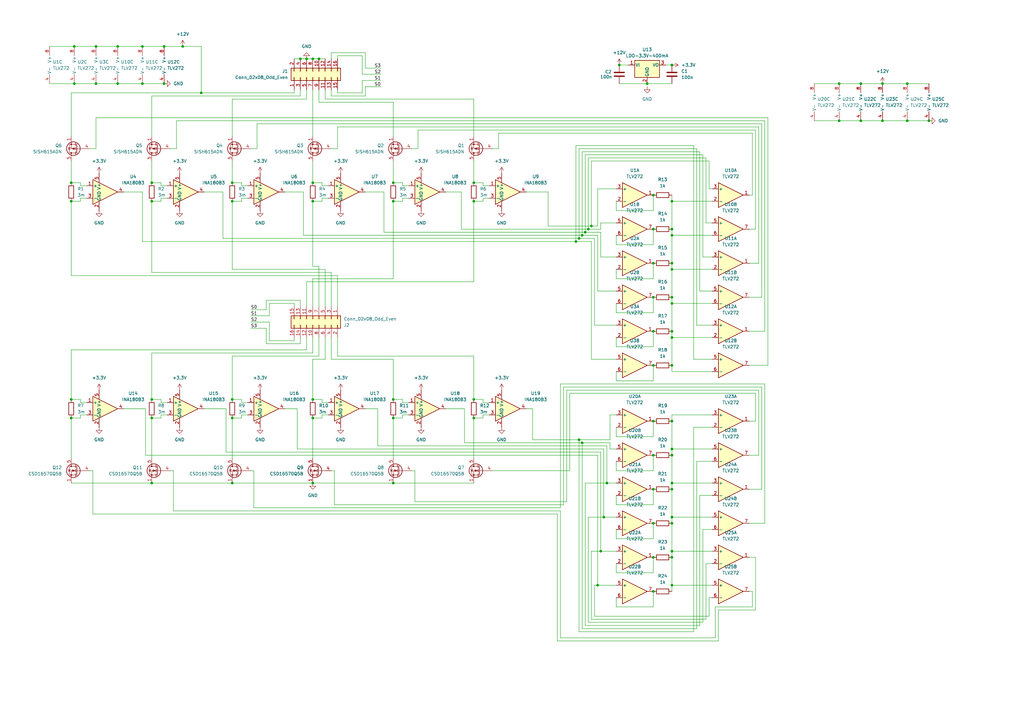
<source format=kicad_sch>
(kicad_sch
	(version 20231120)
	(generator "eeschema")
	(generator_version "8.0")
	(uuid "6208c6af-8edd-4837-8882-a9ec6980695c")
	(paper "A3")
	
	(junction
		(at 62.23 82.55)
		(diameter 0)
		(color 0 0 0 0)
		(uuid "05010657-c071-40ed-96d0-fd87cefb7e5b")
	)
	(junction
		(at 242.57 92.71)
		(diameter 0)
		(color 0 0 0 0)
		(uuid "06f6f716-10eb-426f-a1f4-da2b5443af9f")
	)
	(junction
		(at 267.97 93.98)
		(diameter 0)
		(color 0 0 0 0)
		(uuid "0b1e7e8f-9a3c-41e5-9c83-1db812bab023")
	)
	(junction
		(at 95.25 82.55)
		(diameter 0)
		(color 0 0 0 0)
		(uuid "0b5221ce-8072-4ec4-9695-b9366793ee27")
	)
	(junction
		(at 267.97 135.89)
		(diameter 0)
		(color 0 0 0 0)
		(uuid "0cb7bb73-e1bc-4e9d-b41f-c0e32c6684cf")
	)
	(junction
		(at 29.21 74.93)
		(diameter 0)
		(color 0 0 0 0)
		(uuid "114c12b2-91ee-421a-91c6-949f22dfceeb")
	)
	(junction
		(at 275.59 200.66)
		(diameter 0)
		(color 0 0 0 0)
		(uuid "124eba02-f87a-44e6-9d6e-bee92f3575c8")
	)
	(junction
		(at 275.59 107.95)
		(diameter 0)
		(color 0 0 0 0)
		(uuid "1e7ad1ef-ae48-4836-bbdf-b28906b27b96")
	)
	(junction
		(at 275.59 135.89)
		(diameter 0)
		(color 0 0 0 0)
		(uuid "1f8a5a51-d500-492b-b8b7-815d8a739902")
	)
	(junction
		(at 267.97 80.01)
		(diameter 0)
		(color 0 0 0 0)
		(uuid "2780624a-77d9-4a21-9c21-7f71f51f5ae9")
	)
	(junction
		(at 275.59 212.09)
		(diameter 0)
		(color 0 0 0 0)
		(uuid "27fea1a4-b8bd-4c29-91fa-60557026b34e")
	)
	(junction
		(at 254 26.67)
		(diameter 0)
		(color 0 0 0 0)
		(uuid "2809951a-e450-4586-b938-b877a93a7db6")
	)
	(junction
		(at 275.59 198.12)
		(diameter 0)
		(color 0 0 0 0)
		(uuid "28a95e6d-9cc5-4c45-a33a-574fcc0a5a33")
	)
	(junction
		(at 39.37 19.05)
		(diameter 0)
		(color 0 0 0 0)
		(uuid "2ba8f61f-3544-42f5-ac7b-853dd7801220")
	)
	(junction
		(at 267.97 186.69)
		(diameter 0)
		(color 0 0 0 0)
		(uuid "318c42c0-a745-4151-ab3a-a6a18320e364")
	)
	(junction
		(at 62.23 163.83)
		(diameter 0)
		(color 0 0 0 0)
		(uuid "33da8964-36b2-46ec-bed0-6176b7ee80dc")
	)
	(junction
		(at 58.42 34.29)
		(diameter 0)
		(color 0 0 0 0)
		(uuid "353ffb44-17a0-4977-a349-c09ce7a88ed0")
	)
	(junction
		(at 267.97 107.95)
		(diameter 0)
		(color 0 0 0 0)
		(uuid "38cf12f7-2f4b-4dd2-8003-05de442ca669")
	)
	(junction
		(at 161.29 82.55)
		(diameter 0)
		(color 0 0 0 0)
		(uuid "392f9a68-3a53-4efe-9a73-a0008f93b58d")
	)
	(junction
		(at 194.31 171.45)
		(diameter 0)
		(color 0 0 0 0)
		(uuid "3e2b108c-0db3-4d37-905d-a7628674fb5c")
	)
	(junction
		(at 245.11 240.03)
		(diameter 0)
		(color 0 0 0 0)
		(uuid "46014bce-24ab-432c-b251-736b2eae251c")
	)
	(junction
		(at 275.59 96.52)
		(diameter 0)
		(color 0 0 0 0)
		(uuid "46570a4b-f0f1-4838-a9d6-af436de9cd25")
	)
	(junction
		(at 267.97 172.72)
		(diameter 0)
		(color 0 0 0 0)
		(uuid "47468f06-7635-467e-9028-807b178a0193")
	)
	(junction
		(at 95.25 198.12)
		(diameter 0)
		(color 0 0 0 0)
		(uuid "4753c432-573b-4406-bfec-e98f59a767d6")
	)
	(junction
		(at 237.49 97.79)
		(diameter 0)
		(color 0 0 0 0)
		(uuid "47939b34-3587-4c18-8f3a-e5be492352e8")
	)
	(junction
		(at 62.23 171.45)
		(diameter 0)
		(color 0 0 0 0)
		(uuid "4ef5a502-04c6-4d6b-8938-323812b8b2d8")
	)
	(junction
		(at 275.59 82.55)
		(diameter 0)
		(color 0 0 0 0)
		(uuid "507517f8-7a1b-454d-9e88-ee6202efab4f")
	)
	(junction
		(at 30.48 34.29)
		(diameter 0)
		(color 0 0 0 0)
		(uuid "54faa088-2ed3-43e7-96cd-fe882478744a")
	)
	(junction
		(at 372.11 49.53)
		(diameter 0)
		(color 0 0 0 0)
		(uuid "56dba1fb-634c-4a7c-aa51-a9e850a37398")
	)
	(junction
		(at 82.55 38.1)
		(diameter 0)
		(color 0 0 0 0)
		(uuid "58b6a053-ff77-4939-925a-8b9789fc3eaf")
	)
	(junction
		(at 95.25 74.93)
		(diameter 0)
		(color 0 0 0 0)
		(uuid "5afdaa84-ee97-4544-a92c-95c6f49d95bd")
	)
	(junction
		(at 275.59 110.49)
		(diameter 0)
		(color 0 0 0 0)
		(uuid "5d869444-f5cd-4a07-9fea-0a1f2836fefb")
	)
	(junction
		(at 275.59 138.43)
		(diameter 0)
		(color 0 0 0 0)
		(uuid "5ec0e2f7-9e61-4301-b45c-2d6679e89e02")
	)
	(junction
		(at 194.31 74.93)
		(diameter 0)
		(color 0 0 0 0)
		(uuid "61f7c3a9-3123-4129-b47d-b15ae7bcbe37")
	)
	(junction
		(at 247.65 212.09)
		(diameter 0)
		(color 0 0 0 0)
		(uuid "63ea35ef-7583-410c-a776-a5a839ef55ad")
	)
	(junction
		(at 267.97 214.63)
		(diameter 0)
		(color 0 0 0 0)
		(uuid "65e70c12-83bb-4d84-b8d1-f81fc8ef4892")
	)
	(junction
		(at 128.27 24.13)
		(diameter 0)
		(color 0 0 0 0)
		(uuid "691cb062-f4df-441c-b0c1-e8eb9d24aa86")
	)
	(junction
		(at 265.43 34.29)
		(diameter 0)
		(color 0 0 0 0)
		(uuid "695ff5ce-6e32-4032-8560-011b13b58db2")
	)
	(junction
		(at 161.29 198.12)
		(diameter 0)
		(color 0 0 0 0)
		(uuid "6b78510f-4b3a-437a-a870-d17005281337")
	)
	(junction
		(at 128.27 74.93)
		(diameter 0)
		(color 0 0 0 0)
		(uuid "6ddf30e6-7a24-4773-b2af-cb4ce1fd64c6")
	)
	(junction
		(at 353.06 49.53)
		(diameter 0)
		(color 0 0 0 0)
		(uuid "70fa5888-6649-4916-86a5-261a76c7b26f")
	)
	(junction
		(at 130.81 24.13)
		(diameter 0)
		(color 0 0 0 0)
		(uuid "717b7af9-4326-46ee-84d3-e2ad30ae4c2e")
	)
	(junction
		(at 30.48 19.05)
		(diameter 0)
		(color 0 0 0 0)
		(uuid "72b8903f-185c-48ae-968e-0ac18463a95e")
	)
	(junction
		(at 238.76 96.52)
		(diameter 0)
		(color 0 0 0 0)
		(uuid "72f4c2c5-208a-469b-9fe6-73caa355efab")
	)
	(junction
		(at 95.25 163.83)
		(diameter 0)
		(color 0 0 0 0)
		(uuid "7692a8f5-be8f-42e3-84d1-2a037d21a176")
	)
	(junction
		(at 48.26 34.29)
		(diameter 0)
		(color 0 0 0 0)
		(uuid "785e8ea5-07e5-4d70-a54b-6e1b1c92c663")
	)
	(junction
		(at 29.21 163.83)
		(diameter 0)
		(color 0 0 0 0)
		(uuid "7a49010a-4aab-4429-82a9-7a44709eb7d5")
	)
	(junction
		(at 74.93 19.05)
		(diameter 0)
		(color 0 0 0 0)
		(uuid "7a540acb-2350-4389-a316-aa1a5b333a44")
	)
	(junction
		(at 128.27 198.12)
		(diameter 0)
		(color 0 0 0 0)
		(uuid "7b892d44-4e2d-44bb-a163-77e1726a4388")
	)
	(junction
		(at 128.27 82.55)
		(diameter 0)
		(color 0 0 0 0)
		(uuid "7d2aac6c-ca48-4249-8487-dbbe3ebcbec5")
	)
	(junction
		(at 267.97 228.6)
		(diameter 0)
		(color 0 0 0 0)
		(uuid "7f233028-b986-4529-bea9-e4791a4b0499")
	)
	(junction
		(at 275.59 214.63)
		(diameter 0)
		(color 0 0 0 0)
		(uuid "80bd7803-91c4-4e83-ae3f-d983ab80f174")
	)
	(junction
		(at 58.42 19.05)
		(diameter 0)
		(color 0 0 0 0)
		(uuid "89c753de-8a39-4443-8522-b625b3fe40d4")
	)
	(junction
		(at 275.59 240.03)
		(diameter 0)
		(color 0 0 0 0)
		(uuid "8a1cf233-5e5c-4c03-9849-4997e2d71d21")
	)
	(junction
		(at 275.59 93.98)
		(diameter 0)
		(color 0 0 0 0)
		(uuid "8a4a769a-95eb-4490-83c0-253160c8c4c4")
	)
	(junction
		(at 194.31 163.83)
		(diameter 0)
		(color 0 0 0 0)
		(uuid "8aef89a6-aac6-4398-8dee-b2a58632476e")
	)
	(junction
		(at 275.59 149.86)
		(diameter 0)
		(color 0 0 0 0)
		(uuid "8b7341d7-6a19-4356-a238-d384f78dc55e")
	)
	(junction
		(at 381 49.53)
		(diameter 0)
		(color 0 0 0 0)
		(uuid "8e01fef9-6420-4523-8a54-a6e1a67a2010")
	)
	(junction
		(at 95.25 171.45)
		(diameter 0)
		(color 0 0 0 0)
		(uuid "96e136bc-a6a0-49e5-b5a8-fba863ab7b68")
	)
	(junction
		(at 39.37 34.29)
		(diameter 0)
		(color 0 0 0 0)
		(uuid "9a962770-72e1-4d03-90bf-f1a691a3ace2")
	)
	(junction
		(at 128.27 171.45)
		(diameter 0)
		(color 0 0 0 0)
		(uuid "9ac6e09c-ab55-4a58-9923-5b5102583b45")
	)
	(junction
		(at 194.31 82.55)
		(diameter 0)
		(color 0 0 0 0)
		(uuid "9ddd1999-747e-4545-b428-61881e98c2e9")
	)
	(junction
		(at 161.29 171.45)
		(diameter 0)
		(color 0 0 0 0)
		(uuid "9dede8d4-fe8d-4380-bd3f-45f6bd29bac5")
	)
	(junction
		(at 275.59 228.6)
		(diameter 0)
		(color 0 0 0 0)
		(uuid "9ea486ed-e87e-41a6-9636-9cc4b90560ed")
	)
	(junction
		(at 62.23 74.93)
		(diameter 0)
		(color 0 0 0 0)
		(uuid "a2f5b087-745e-4665-a4a6-0fe6a703dc52")
	)
	(junction
		(at 67.31 34.29)
		(diameter 0)
		(color 0 0 0 0)
		(uuid "a30c7f65-9479-4f85-94c1-e9d2bada425f")
	)
	(junction
		(at 241.3 93.98)
		(diameter 0)
		(color 0 0 0 0)
		(uuid "a373d1cc-482a-435e-b73c-7171e870023e")
	)
	(junction
		(at 29.21 82.55)
		(diameter 0)
		(color 0 0 0 0)
		(uuid "aed620ab-fa85-4b7a-b2bb-164b1f02e0e2")
	)
	(junction
		(at 267.97 200.66)
		(diameter 0)
		(color 0 0 0 0)
		(uuid "aee0bba1-93ae-4a2f-a876-121d8fb09924")
	)
	(junction
		(at 125.73 24.13)
		(diameter 0)
		(color 0 0 0 0)
		(uuid "b5b3191a-d28e-45ae-854c-5b7cb8f32243")
	)
	(junction
		(at 248.92 198.12)
		(diameter 0)
		(color 0 0 0 0)
		(uuid "b9534f39-228e-4eb2-a73f-92fe72dc7277")
	)
	(junction
		(at 246.38 226.06)
		(diameter 0)
		(color 0 0 0 0)
		(uuid "ba2c784f-4f1e-45f9-944a-214bffa8ed84")
	)
	(junction
		(at 353.06 34.29)
		(diameter 0)
		(color 0 0 0 0)
		(uuid "bc929f1a-254f-42b7-a801-6ca53cc98cd2")
	)
	(junction
		(at 361.95 34.29)
		(diameter 0)
		(color 0 0 0 0)
		(uuid "bf7e07cb-a1e1-40cf-bb53-13968cd890ca")
	)
	(junction
		(at 161.29 74.93)
		(diameter 0)
		(color 0 0 0 0)
		(uuid "c240fe0b-df7c-4054-b81d-7b457541b026")
	)
	(junction
		(at 344.17 49.53)
		(diameter 0)
		(color 0 0 0 0)
		(uuid "c69458ab-54b4-4a38-a38d-ca780ad07093")
	)
	(junction
		(at 240.03 95.25)
		(diameter 0)
		(color 0 0 0 0)
		(uuid "c914206f-c606-4e58-82be-e0b72c43a04c")
	)
	(junction
		(at 128.27 163.83)
		(diameter 0)
		(color 0 0 0 0)
		(uuid "d05c7595-806b-477a-a262-51ada2315bfe")
	)
	(junction
		(at 267.97 121.92)
		(diameter 0)
		(color 0 0 0 0)
		(uuid "d2fe9b7a-fe8c-4912-a358-00d0a157478c")
	)
	(junction
		(at 236.22 99.06)
		(diameter 0)
		(color 0 0 0 0)
		(uuid "d49dcd4e-631b-44f3-8fbe-c282283d896e")
	)
	(junction
		(at 275.59 172.72)
		(diameter 0)
		(color 0 0 0 0)
		(uuid "d4b49248-8178-4dc6-8aac-d04ea9655067")
	)
	(junction
		(at 344.17 34.29)
		(diameter 0)
		(color 0 0 0 0)
		(uuid "d9521a6d-e945-413c-9508-f04a21d4bb0f")
	)
	(junction
		(at 161.29 163.83)
		(diameter 0)
		(color 0 0 0 0)
		(uuid "dd03d299-c722-4464-b93e-1b6fbd8898b5")
	)
	(junction
		(at 67.31 19.05)
		(diameter 0)
		(color 0 0 0 0)
		(uuid "df785306-cf78-4718-b16d-73648c5231e2")
	)
	(junction
		(at 372.11 34.29)
		(diameter 0)
		(color 0 0 0 0)
		(uuid "e0d3a95c-3b7e-404f-a7a5-aad882ff3eec")
	)
	(junction
		(at 275.59 26.67)
		(diameter 0)
		(color 0 0 0 0)
		(uuid "e0eb4195-8b98-43cc-82f3-3cd161e4b873")
	)
	(junction
		(at 29.21 171.45)
		(diameter 0)
		(color 0 0 0 0)
		(uuid "e2166ffe-a467-4f07-997e-d899ae58daf4")
	)
	(junction
		(at 267.97 242.57)
		(diameter 0)
		(color 0 0 0 0)
		(uuid "e89d096e-cae5-4828-b623-6abe2c320b60")
	)
	(junction
		(at 361.95 49.53)
		(diameter 0)
		(color 0 0 0 0)
		(uuid "e8e343b5-86ba-4831-9c02-ecff8ca83cfc")
	)
	(junction
		(at 275.59 121.92)
		(diameter 0)
		(color 0 0 0 0)
		(uuid "ecaa9c85-ce73-4b0d-9cd2-d325fb2566a5")
	)
	(junction
		(at 238.76 181.61)
		(diameter 0)
		(color 0 0 0 0)
		(uuid "ecff08ec-40d2-4239-a24f-aa4ef0f67eb1")
	)
	(junction
		(at 123.19 24.13)
		(diameter 0)
		(color 0 0 0 0)
		(uuid "ee279fd8-2bb8-43f3-83b5-17f6fb07684f")
	)
	(junction
		(at 237.49 180.34)
		(diameter 0)
		(color 0 0 0 0)
		(uuid "ef1ab7fa-0cff-4185-9b41-b5fab6d8dd54")
	)
	(junction
		(at 275.59 186.69)
		(diameter 0)
		(color 0 0 0 0)
		(uuid "efddad28-241a-477d-bc2f-112b36ae714f")
	)
	(junction
		(at 267.97 149.86)
		(diameter 0)
		(color 0 0 0 0)
		(uuid "f040af96-4c3e-42b3-8a06-1abf9a893ab5")
	)
	(junction
		(at 275.59 184.15)
		(diameter 0)
		(color 0 0 0 0)
		(uuid "f0601a6d-f817-467d-b69f-c40899ee811b")
	)
	(junction
		(at 48.26 19.05)
		(diameter 0)
		(color 0 0 0 0)
		(uuid "f2f1df38-6453-49fc-8d0f-54ba1d6c3ba8")
	)
	(junction
		(at 62.23 198.12)
		(diameter 0)
		(color 0 0 0 0)
		(uuid "f6cfb1df-ca9f-4b59-967f-ed5fdf2b6ec7")
	)
	(junction
		(at 275.59 226.06)
		(diameter 0)
		(color 0 0 0 0)
		(uuid "fc251acf-b9b7-40e0-84b3-fc4e768958c4")
	)
	(junction
		(at 275.59 124.46)
		(diameter 0)
		(color 0 0 0 0)
		(uuid "fd650eca-cac0-411f-883e-5b9555b8d800")
	)
	(wire
		(pts
			(xy 132.08 171.45) (xy 128.27 171.45)
		)
		(stroke
			(width 0)
			(type default)
		)
		(uuid "004d3bf5-82a4-4c78-aff6-39b9e97cfa00")
	)
	(wire
		(pts
			(xy 138.43 36.83) (xy 138.43 38.1)
		)
		(stroke
			(width 0)
			(type default)
		)
		(uuid "010c91d7-bb13-4fc2-b5eb-06f2a6c59c59")
	)
	(wire
		(pts
			(xy 128.27 109.22) (xy 128.27 82.55)
		)
		(stroke
			(width 0)
			(type default)
		)
		(uuid "01b847e6-3075-4b44-a674-5de4e73722e9")
	)
	(wire
		(pts
			(xy 312.42 121.92) (xy 312.42 50.8)
		)
		(stroke
			(width 0)
			(type default)
		)
		(uuid "0297a265-60f8-4b08-9325-599b18e2c39e")
	)
	(wire
		(pts
			(xy 101.6 76.2) (xy 99.06 76.2)
		)
		(stroke
			(width 0)
			(type default)
		)
		(uuid "03675291-1b37-4738-9a94-d9e403d75dc5")
	)
	(wire
		(pts
			(xy 38.1 210.82) (xy 38.1 193.04)
		)
		(stroke
			(width 0)
			(type default)
		)
		(uuid "04699bb2-cbd5-48bc-8c84-30fcd1cf5031")
	)
	(wire
		(pts
			(xy 149.86 167.64) (xy 154.94 167.64)
		)
		(stroke
			(width 0)
			(type default)
		)
		(uuid "04f0c2e9-3873-4785-8fea-d12db9c7ac5a")
	)
	(wire
		(pts
			(xy 130.81 146.05) (xy 95.25 146.05)
		)
		(stroke
			(width 0)
			(type default)
		)
		(uuid "05cc6c49-2552-4c04-9dcf-079f9672a3f9")
	)
	(wire
		(pts
			(xy 33.02 74.93) (xy 29.21 74.93)
		)
		(stroke
			(width 0)
			(type default)
		)
		(uuid "064cc41e-661f-4b0f-ada2-0e98853d9b87")
	)
	(wire
		(pts
			(xy 62.23 144.78) (xy 62.23 163.83)
		)
		(stroke
			(width 0)
			(type default)
		)
		(uuid "07a942b0-f09a-4dd8-97b8-7e1bb2d4a849")
	)
	(wire
		(pts
			(xy 33.02 170.18) (xy 33.02 171.45)
		)
		(stroke
			(width 0)
			(type default)
		)
		(uuid "07b4194d-1087-4572-b3c7-5a8a66f5330d")
	)
	(wire
		(pts
			(xy 243.84 133.35) (xy 252.73 133.35)
		)
		(stroke
			(width 0)
			(type default)
		)
		(uuid "083d0ffe-d431-4f2f-a02f-80cc87c99f59")
	)
	(wire
		(pts
			(xy 137.16 193.04) (xy 135.89 193.04)
		)
		(stroke
			(width 0)
			(type default)
		)
		(uuid "09279c74-26e4-46dd-bd80-61667fbff289")
	)
	(wire
		(pts
			(xy 110.49 129.54) (xy 102.87 129.54)
		)
		(stroke
			(width 0)
			(type default)
		)
		(uuid "0ae7008d-282d-4e88-ada1-90cf5eef684c")
	)
	(wire
		(pts
			(xy 120.65 38.1) (xy 82.55 38.1)
		)
		(stroke
			(width 0)
			(type default)
		)
		(uuid "0b33802a-d16b-40c4-bf41-0d872ed95cba")
	)
	(wire
		(pts
			(xy 154.94 167.64) (xy 154.94 182.88)
		)
		(stroke
			(width 0)
			(type default)
		)
		(uuid "0bcad83c-66ce-426a-88db-6261d30c7d54")
	)
	(wire
		(pts
			(xy 99.06 171.45) (xy 95.25 171.45)
		)
		(stroke
			(width 0)
			(type default)
		)
		(uuid "0d0db03a-ecce-44eb-94a6-3c04923c37bd")
	)
	(wire
		(pts
			(xy 242.57 66.04) (xy 242.57 92.71)
		)
		(stroke
			(width 0)
			(type default)
		)
		(uuid "0d52dc78-e23a-4b0b-8892-939a34952002")
	)
	(wire
		(pts
			(xy 241.3 255.27) (xy 241.3 212.09)
		)
		(stroke
			(width 0)
			(type default)
		)
		(uuid "0d6ac059-8754-42bd-ae10-82b931aa52a9")
	)
	(wire
		(pts
			(xy 68.58 165.1) (xy 66.04 165.1)
		)
		(stroke
			(width 0)
			(type default)
		)
		(uuid "0e8f1c7e-0c38-4778-9b4e-757a4bc276ff")
	)
	(wire
		(pts
			(xy 123.19 36.83) (xy 123.19 39.37)
		)
		(stroke
			(width 0)
			(type default)
		)
		(uuid "0f0890f7-36db-45e3-bb49-a5963c8a81fa")
	)
	(wire
		(pts
			(xy 307.34 107.95) (xy 311.15 107.95)
		)
		(stroke
			(width 0)
			(type default)
		)
		(uuid "107cc8f2-1f0b-48c9-a8ca-1b151e9a426b")
	)
	(wire
		(pts
			(xy 228.6 262.89) (xy 228.6 210.82)
		)
		(stroke
			(width 0)
			(type default)
		)
		(uuid "110ee823-4714-4d62-abd7-3b7258167253")
	)
	(wire
		(pts
			(xy 125.73 115.57) (xy 194.31 115.57)
		)
		(stroke
			(width 0)
			(type default)
		)
		(uuid "11344748-17e0-4c6b-bcbf-d645cc53a96a")
	)
	(wire
		(pts
			(xy 243.84 97.79) (xy 243.84 133.35)
		)
		(stroke
			(width 0)
			(type default)
		)
		(uuid "115f87dc-a897-4be1-b5b5-2fc6db178fe8")
	)
	(wire
		(pts
			(xy 290.83 77.47) (xy 290.83 66.04)
		)
		(stroke
			(width 0)
			(type default)
		)
		(uuid "11c2825f-ed90-442c-b170-9445609133e9")
	)
	(wire
		(pts
			(xy 91.44 97.79) (xy 237.49 97.79)
		)
		(stroke
			(width 0)
			(type default)
		)
		(uuid "1214034e-a818-4dfa-88de-136a4031b917")
	)
	(wire
		(pts
			(xy 289.56 231.14) (xy 289.56 254)
		)
		(stroke
			(width 0)
			(type default)
		)
		(uuid "13737642-8f02-417b-92fe-8dbfb5c1d817")
	)
	(wire
		(pts
			(xy 273.05 26.67) (xy 275.59 26.67)
		)
		(stroke
			(width 0)
			(type default)
		)
		(uuid "13893296-d543-4cb2-8dc9-809cfb2ab6df")
	)
	(wire
		(pts
			(xy 29.21 38.1) (xy 82.55 38.1)
		)
		(stroke
			(width 0)
			(type default)
		)
		(uuid "143cd98c-d08d-41da-aa3d-8c5ffb4b972f")
	)
	(wire
		(pts
			(xy 231.14 207.01) (xy 137.16 207.01)
		)
		(stroke
			(width 0)
			(type default)
		)
		(uuid "14bd3cf9-6f50-4c83-b0d7-71c9c0add164")
	)
	(wire
		(pts
			(xy 138.43 138.43) (xy 138.43 146.05)
		)
		(stroke
			(width 0)
			(type default)
		)
		(uuid "14d95c4a-a553-4524-a850-b2fd2edcfd06")
	)
	(wire
		(pts
			(xy 245.11 77.47) (xy 252.73 77.47)
		)
		(stroke
			(width 0)
			(type default)
		)
		(uuid "15415899-1807-4cfa-8ec3-7acd3bd6d7c3")
	)
	(wire
		(pts
			(xy 171.45 60.96) (xy 168.91 60.96)
		)
		(stroke
			(width 0)
			(type default)
		)
		(uuid "16825018-8883-4986-bc19-0f02f987ee67")
	)
	(wire
		(pts
			(xy 252.73 100.33) (xy 267.97 100.33)
		)
		(stroke
			(width 0)
			(type default)
		)
		(uuid "16f4c379-730c-409c-9aec-e46b8141858e")
	)
	(wire
		(pts
			(xy 246.38 185.42) (xy 246.38 226.06)
		)
		(stroke
			(width 0)
			(type default)
		)
		(uuid "17602c28-63c4-48c4-9e7d-5ca1507a4769")
	)
	(wire
		(pts
			(xy 204.47 54.61) (xy 204.47 60.96)
		)
		(stroke
			(width 0)
			(type default)
		)
		(uuid "19b48c03-3869-4bf0-b964-963d42ba27d0")
	)
	(wire
		(pts
			(xy 200.66 165.1) (xy 198.12 165.1)
		)
		(stroke
			(width 0)
			(type default)
		)
		(uuid "19c523a1-41d6-404a-a196-e5163e382b07")
	)
	(wire
		(pts
			(xy 66.04 76.2) (xy 66.04 74.93)
		)
		(stroke
			(width 0)
			(type default)
		)
		(uuid "1a691cac-2eaf-47cb-be80-2f3ba55b2190")
	)
	(wire
		(pts
			(xy 200.66 76.2) (xy 198.12 76.2)
		)
		(stroke
			(width 0)
			(type default)
		)
		(uuid "1b4e4418-2077-48bb-a076-050d5c0aa147")
	)
	(wire
		(pts
			(xy 132.08 163.83) (xy 128.27 163.83)
		)
		(stroke
			(width 0)
			(type default)
		)
		(uuid "1be25bff-884f-45a1-a98d-c7f73d7f2f17")
	)
	(wire
		(pts
			(xy 228.6 210.82) (xy 38.1 210.82)
		)
		(stroke
			(width 0)
			(type default)
		)
		(uuid "1bfaad06-58f0-49fd-bfc9-f151e5633521")
	)
	(wire
		(pts
			(xy 312.42 158.75) (xy 231.14 158.75)
		)
		(stroke
			(width 0)
			(type default)
		)
		(uuid "1e00bc06-23f0-4cf8-8856-310197ad687e")
	)
	(wire
		(pts
			(xy 292.1 189.23) (xy 285.75 189.23)
		)
		(stroke
			(width 0)
			(type default)
		)
		(uuid "1e9a5bbf-0e40-4f85-841c-71006b0e0852")
	)
	(wire
		(pts
			(xy 307.34 200.66) (xy 312.42 200.66)
		)
		(stroke
			(width 0)
			(type default)
		)
		(uuid "1eb3b78f-1101-4539-a660-e91c33b8c380")
	)
	(wire
		(pts
			(xy 240.03 95.25) (xy 246.38 95.25)
		)
		(stroke
			(width 0)
			(type default)
		)
		(uuid "1eba96a6-682a-4cd3-9078-a95a5fd043b7")
	)
	(wire
		(pts
			(xy 372.11 49.53) (xy 381 49.53)
		)
		(stroke
			(width 0)
			(type default)
		)
		(uuid "1f7f265f-0a20-4f86-b94b-a3d5c1830acc")
	)
	(wire
		(pts
			(xy 275.59 212.09) (xy 275.59 214.63)
		)
		(stroke
			(width 0)
			(type default)
		)
		(uuid "1f8c7c0a-2939-4add-a10b-b680f2dd27c4")
	)
	(wire
		(pts
			(xy 71.12 193.04) (xy 69.85 193.04)
		)
		(stroke
			(width 0)
			(type default)
		)
		(uuid "1f93b9c2-da55-4a05-9751-b469e2a6330c")
	)
	(wire
		(pts
			(xy 30.48 34.29) (xy 39.37 34.29)
		)
		(stroke
			(width 0)
			(type default)
		)
		(uuid "20246698-0e9f-4e35-9392-a2e865c28fe6")
	)
	(wire
		(pts
			(xy 309.88 161.29) (xy 233.68 161.29)
		)
		(stroke
			(width 0)
			(type default)
		)
		(uuid "20942d45-4dd9-4a58-8ea7-0f19dd71ddbe")
	)
	(wire
		(pts
			(xy 267.97 100.33) (xy 267.97 93.98)
		)
		(stroke
			(width 0)
			(type default)
		)
		(uuid "20be42eb-92e2-4d7c-894c-1d2f3d29bea0")
	)
	(wire
		(pts
			(xy 95.25 198.12) (xy 128.27 198.12)
		)
		(stroke
			(width 0)
			(type default)
		)
		(uuid "20db0412-0de5-42fd-a742-6c22dc0869a5")
	)
	(wire
		(pts
			(xy 241.3 93.98) (xy 246.38 93.98)
		)
		(stroke
			(width 0)
			(type default)
		)
		(uuid "212181b3-a527-4a30-a6bc-805862656673")
	)
	(wire
		(pts
			(xy 66.04 170.18) (xy 66.04 171.45)
		)
		(stroke
			(width 0)
			(type default)
		)
		(uuid "2127ea71-471d-4549-97c7-a3eb1e3444cf")
	)
	(wire
		(pts
			(xy 198.12 171.45) (xy 194.31 171.45)
		)
		(stroke
			(width 0)
			(type default)
		)
		(uuid "21de4b81-f032-4fd0-bf69-a4da82c7dd7d")
	)
	(wire
		(pts
			(xy 309.88 53.34) (xy 171.45 53.34)
		)
		(stroke
			(width 0)
			(type default)
		)
		(uuid "223b20a1-8ddc-49e5-aca8-69bca1d71643")
	)
	(wire
		(pts
			(xy 285.75 133.35) (xy 285.75 60.96)
		)
		(stroke
			(width 0)
			(type default)
		)
		(uuid "225aebae-d38a-4c08-909a-9f61357aec38")
	)
	(wire
		(pts
			(xy 134.62 81.28) (xy 132.08 81.28)
		)
		(stroke
			(width 0)
			(type default)
		)
		(uuid "22f5ddce-18f0-4b8f-8381-a76d76b796e7")
	)
	(wire
		(pts
			(xy 287.02 203.2) (xy 287.02 256.54)
		)
		(stroke
			(width 0)
			(type default)
		)
		(uuid "23362d08-51a1-4797-9823-19a4ed938df3")
	)
	(wire
		(pts
			(xy 252.73 220.98) (xy 267.97 220.98)
		)
		(stroke
			(width 0)
			(type default)
		)
		(uuid "252ef2a2-9085-4433-8165-ea37365fb9ae")
	)
	(wire
		(pts
			(xy 275.59 80.01) (xy 275.59 82.55)
		)
		(stroke
			(width 0)
			(type default)
		)
		(uuid "253addfe-c7f7-4566-afe0-8a03c78db58c")
	)
	(wire
		(pts
			(xy 252.73 142.24) (xy 267.97 142.24)
		)
		(stroke
			(width 0)
			(type default)
		)
		(uuid "265e5cd2-83f2-4a6b-808f-d53e52593846")
	)
	(wire
		(pts
			(xy 293.37 248.92) (xy 293.37 261.62)
		)
		(stroke
			(width 0)
			(type default)
		)
		(uuid "269d7bc6-b039-472a-bbfb-1b4dfaf39695")
	)
	(wire
		(pts
			(xy 116.84 167.64) (xy 121.92 167.64)
		)
		(stroke
			(width 0)
			(type default)
		)
		(uuid "26a8ab3f-6fac-4995-9005-c0a0f90c695a")
	)
	(wire
		(pts
			(xy 275.59 200.66) (xy 275.59 212.09)
		)
		(stroke
			(width 0)
			(type default)
		)
		(uuid "270eff08-0c49-4917-8bdc-ae1e764cfed0")
	)
	(wire
		(pts
			(xy 307.34 80.01) (xy 308.61 80.01)
		)
		(stroke
			(width 0)
			(type default)
		)
		(uuid "27432827-3bc6-443a-ae76-c5701be6b84d")
	)
	(wire
		(pts
			(xy 275.59 226.06) (xy 292.1 226.06)
		)
		(stroke
			(width 0)
			(type default)
		)
		(uuid "2767d2c3-ff89-41a4-aea4-8f36bcdfcd10")
	)
	(wire
		(pts
			(xy 109.22 127) (xy 102.87 127)
		)
		(stroke
			(width 0)
			(type default)
		)
		(uuid "27a11fb7-9524-4938-8016-6d688be8726c")
	)
	(wire
		(pts
			(xy 198.12 165.1) (xy 198.12 163.83)
		)
		(stroke
			(width 0)
			(type default)
		)
		(uuid "28471166-0c42-4873-b6a0-751df81791f0")
	)
	(wire
		(pts
			(xy 288.29 217.17) (xy 288.29 255.27)
		)
		(stroke
			(width 0)
			(type default)
		)
		(uuid "2a021e1d-c645-4359-addc-85f2726d146c")
	)
	(wire
		(pts
			(xy 275.59 170.18) (xy 275.59 172.72)
		)
		(stroke
			(width 0)
			(type default)
		)
		(uuid "2a6d770e-3fab-430a-841a-42c202a42c6f")
	)
	(wire
		(pts
			(xy 240.03 63.5) (xy 240.03 95.25)
		)
		(stroke
			(width 0)
			(type default)
		)
		(uuid "2a7ebe09-f173-4381-be4c-63912867b9b6")
	)
	(wire
		(pts
			(xy 134.62 165.1) (xy 132.08 165.1)
		)
		(stroke
			(width 0)
			(type default)
		)
		(uuid "2a928d07-1102-4f57-b5c4-7c96efb2d79e")
	)
	(wire
		(pts
			(xy 189.23 78.74) (xy 189.23 93.98)
		)
		(stroke
			(width 0)
			(type default)
		)
		(uuid "2a977261-6e52-4626-86ca-1ef960aa082b")
	)
	(wire
		(pts
			(xy 307.34 93.98) (xy 309.88 93.98)
		)
		(stroke
			(width 0)
			(type default)
		)
		(uuid "2a9cd313-621f-40e6-8d68-da1bbc8bc0b1")
	)
	(wire
		(pts
			(xy 313.69 157.48) (xy 229.87 157.48)
		)
		(stroke
			(width 0)
			(type default)
		)
		(uuid "2ac9fcbf-8c8e-4877-ad94-860039c7df4c")
	)
	(wire
		(pts
			(xy 110.49 139.7) (xy 110.49 132.08)
		)
		(stroke
			(width 0)
			(type default)
		)
		(uuid "2aed73f1-d516-4254-974e-5a0ab55bdde4")
	)
	(wire
		(pts
			(xy 307.34 149.86) (xy 314.96 149.86)
		)
		(stroke
			(width 0)
			(type default)
		)
		(uuid "2b0be34b-4423-4b6f-b454-60ada71fbeb8")
	)
	(wire
		(pts
			(xy 307.34 121.92) (xy 312.42 121.92)
		)
		(stroke
			(width 0)
			(type default)
		)
		(uuid "2c39da2f-f36b-46be-acb0-70d5a4ae524e")
	)
	(wire
		(pts
			(xy 241.3 212.09) (xy 247.65 212.09)
		)
		(stroke
			(width 0)
			(type default)
		)
		(uuid "2c97a44b-a898-462f-8913-d475c2ddc502")
	)
	(wire
		(pts
			(xy 252.73 203.2) (xy 252.73 207.01)
		)
		(stroke
			(width 0)
			(type default)
		)
		(uuid "2cfef35e-3c59-4dc1-8d23-cbf2e14656f8")
	)
	(wire
		(pts
			(xy 252.73 86.36) (xy 267.97 86.36)
		)
		(stroke
			(width 0)
			(type default)
		)
		(uuid "2da429e9-1499-4e94-be6c-6a5c1bfb2abc")
	)
	(wire
		(pts
			(xy 99.06 76.2) (xy 99.06 74.93)
		)
		(stroke
			(width 0)
			(type default)
		)
		(uuid "2ea6fc0b-7154-433c-bae0-fd843579f5fe")
	)
	(wire
		(pts
			(xy 285.75 189.23) (xy 285.75 257.81)
		)
		(stroke
			(width 0)
			(type default)
		)
		(uuid "2f69817b-86d0-46a8-90f5-ed369498e047")
	)
	(wire
		(pts
			(xy 275.59 214.63) (xy 275.59 226.06)
		)
		(stroke
			(width 0)
			(type default)
		)
		(uuid "2f6a7be8-4791-46a1-a1ee-c8a22afaf03f")
	)
	(wire
		(pts
			(xy 288.29 255.27) (xy 241.3 255.27)
		)
		(stroke
			(width 0)
			(type default)
		)
		(uuid "2f7f9261-3a66-4a43-aa88-d17e0bc43aa0")
	)
	(wire
		(pts
			(xy 135.89 147.32) (xy 161.29 147.32)
		)
		(stroke
			(width 0)
			(type default)
		)
		(uuid "2faf1066-7dea-43c1-937a-c6dea832578c")
	)
	(wire
		(pts
			(xy 312.42 50.8) (xy 105.41 50.8)
		)
		(stroke
			(width 0)
			(type default)
		)
		(uuid "30656346-209c-4c11-add2-bb8160077e8b")
	)
	(wire
		(pts
			(xy 204.47 60.96) (xy 201.93 60.96)
		)
		(stroke
			(width 0)
			(type default)
		)
		(uuid "317288cb-e21a-4821-9150-f33eed7f7229")
	)
	(wire
		(pts
			(xy 309.88 250.19) (xy 294.64 250.19)
		)
		(stroke
			(width 0)
			(type default)
		)
		(uuid "317a9c45-cb82-4d7f-95f5-99b76cde5f7a")
	)
	(wire
		(pts
			(xy 38.1 193.04) (xy 36.83 193.04)
		)
		(stroke
			(width 0)
			(type default)
		)
		(uuid "31a3c1b7-bfb3-4194-bdc0-19710e9270ca")
	)
	(wire
		(pts
			(xy 252.73 231.14) (xy 252.73 234.95)
		)
		(stroke
			(width 0)
			(type default)
		)
		(uuid "31de20dc-1776-4e65-b9dc-b1368e37942b")
	)
	(wire
		(pts
			(xy 353.06 49.53) (xy 361.95 49.53)
		)
		(stroke
			(width 0)
			(type default)
		)
		(uuid "32cfd90a-056a-4710-8218-22dced66d93a")
	)
	(wire
		(pts
			(xy 285.75 60.96) (xy 237.49 60.96)
		)
		(stroke
			(width 0)
			(type default)
		)
		(uuid "3331dcda-00b7-46ed-914d-74ffb9aae86c")
	)
	(wire
		(pts
			(xy 101.6 170.18) (xy 99.06 170.18)
		)
		(stroke
			(width 0)
			(type default)
		)
		(uuid "33c0eae1-eae8-49cb-af51-111053bdd3be")
	)
	(wire
		(pts
			(xy 334.01 34.29) (xy 344.17 34.29)
		)
		(stroke
			(width 0)
			(type default)
		)
		(uuid "3409b12e-7b6c-4844-a22e-b10dfbeafaec")
	)
	(wire
		(pts
			(xy 311.15 186.69) (xy 311.15 160.02)
		)
		(stroke
			(width 0)
			(type default)
		)
		(uuid "340cc7df-24bc-4b00-ae49-4744ae897e02")
	)
	(wire
		(pts
			(xy 242.57 254) (xy 242.57 226.06)
		)
		(stroke
			(width 0)
			(type default)
		)
		(uuid "34b01a61-772d-4caf-86ec-8747fbc55720")
	)
	(wire
		(pts
			(xy 252.73 152.4) (xy 252.73 156.21)
		)
		(stroke
			(width 0)
			(type default)
		)
		(uuid "361f218c-a8fb-49f8-8cb4-b957d173dcad")
	)
	(wire
		(pts
			(xy 248.92 198.12) (xy 252.73 198.12)
		)
		(stroke
			(width 0)
			(type default)
		)
		(uuid "36785111-3eae-49ea-8645-944c5f93b843")
	)
	(wire
		(pts
			(xy 120.65 125.73) (xy 120.65 124.46)
		)
		(stroke
			(width 0)
			(type default)
		)
		(uuid "367cbb75-373d-4195-a0af-29c029211312")
	)
	(wire
		(pts
			(xy 182.88 167.64) (xy 190.5 167.64)
		)
		(stroke
			(width 0)
			(type default)
		)
		(uuid "36858bff-bad5-4e87-8cd0-c09252216270")
	)
	(wire
		(pts
			(xy 288.29 105.41) (xy 288.29 63.5)
		)
		(stroke
			(width 0)
			(type default)
		)
		(uuid "36c3e41d-aae4-4c23-81ad-3e456ecfcad4")
	)
	(wire
		(pts
			(xy 240.03 256.54) (xy 240.03 198.12)
		)
		(stroke
			(width 0)
			(type default)
		)
		(uuid "37970377-6a00-4dd2-93e5-55b32771504d")
	)
	(wire
		(pts
			(xy 58.42 78.74) (xy 58.42 99.06)
		)
		(stroke
			(width 0)
			(type default)
		)
		(uuid "38549354-a380-4d0a-8c28-9fc398160347")
	)
	(wire
		(pts
			(xy 20.32 19.05) (xy 30.48 19.05)
		)
		(stroke
			(width 0)
			(type default)
		)
		(uuid "392b1f07-ac9f-4bbc-9ccc-4e7b13658e62")
	)
	(wire
		(pts
			(xy 224.79 92.71) (xy 242.57 92.71)
		)
		(stroke
			(width 0)
			(type default)
		)
		(uuid "3999bce5-b8ac-405e-8f0f-bd5885b7fb7b")
	)
	(wire
		(pts
			(xy 252.73 245.11) (xy 252.73 248.92)
		)
		(stroke
			(width 0)
			(type default)
		)
		(uuid "39b0da6c-29bc-4280-8642-f38a2265300f")
	)
	(wire
		(pts
			(xy 125.73 138.43) (xy 125.73 143.51)
		)
		(stroke
			(width 0)
			(type default)
		)
		(uuid "39b199d3-14e7-4d03-9da2-57140e1f835e")
	)
	(wire
		(pts
			(xy 133.35 138.43) (xy 133.35 147.32)
		)
		(stroke
			(width 0)
			(type default)
		)
		(uuid "3a1f5ecc-f86d-4a70-b765-5abc272dc0f6")
	)
	(wire
		(pts
			(xy 128.27 138.43) (xy 128.27 144.78)
		)
		(stroke
			(width 0)
			(type default)
		)
		(uuid "3a22b029-9240-486e-880d-3716382c4c25")
	)
	(wire
		(pts
			(xy 95.25 55.88) (xy 95.25 40.64)
		)
		(stroke
			(width 0)
			(type default)
		)
		(uuid "3aadc5dd-295f-4834-9f83-cd0857754519")
	)
	(wire
		(pts
			(xy 275.59 152.4) (xy 275.59 149.86)
		)
		(stroke
			(width 0)
			(type default)
		)
		(uuid "3d1dfdff-aba0-4bb2-b4fd-b22124e43dee")
	)
	(wire
		(pts
			(xy 29.21 171.45) (xy 29.21 187.96)
		)
		(stroke
			(width 0)
			(type default)
		)
		(uuid "3d376579-1483-4035-bc81-1ea5574d0d00")
	)
	(wire
		(pts
			(xy 190.5 181.61) (xy 238.76 181.61)
		)
		(stroke
			(width 0)
			(type default)
		)
		(uuid "3d849d2b-f327-4bcc-9f99-eeddf71d0b36")
	)
	(wire
		(pts
			(xy 292.1 217.17) (xy 288.29 217.17)
		)
		(stroke
			(width 0)
			(type default)
		)
		(uuid "3dd274fa-67f3-4a15-b1ca-92691ee2c6f2")
	)
	(wire
		(pts
			(xy 123.19 24.13) (xy 125.73 24.13)
		)
		(stroke
			(width 0)
			(type default)
		)
		(uuid "3e1dbe31-fa4f-496c-9066-ff41bf2801ce")
	)
	(wire
		(pts
			(xy 138.43 52.07) (xy 138.43 60.96)
		)
		(stroke
			(width 0)
			(type default)
		)
		(uuid "3e6a156c-8667-42d2-8edd-43273e1e290c")
	)
	(wire
		(pts
			(xy 215.9 78.74) (xy 224.79 78.74)
		)
		(stroke
			(width 0)
			(type default)
		)
		(uuid "3e8a1340-8bb5-44b3-ba25-80d9ed81c958")
	)
	(wire
		(pts
			(xy 33.02 163.83) (xy 29.21 163.83)
		)
		(stroke
			(width 0)
			(type default)
		)
		(uuid "3ece93de-5cae-465e-8fef-f6e8cb03f17a")
	)
	(wire
		(pts
			(xy 252.73 248.92) (xy 267.97 248.92)
		)
		(stroke
			(width 0)
			(type default)
		)
		(uuid "3edd72ff-5f08-4d18-8409-232861d1a0d5")
	)
	(wire
		(pts
			(xy 198.12 74.93) (xy 194.31 74.93)
		)
		(stroke
			(width 0)
			(type default)
		)
		(uuid "3f48957f-377c-4006-b88a-224062ae5f91")
	)
	(wire
		(pts
			(xy 66.04 171.45) (xy 62.23 171.45)
		)
		(stroke
			(width 0)
			(type default)
		)
		(uuid "3f58d2f1-6534-4c66-9953-703df9caf2da")
	)
	(wire
		(pts
			(xy 275.59 96.52) (xy 292.1 96.52)
		)
		(stroke
			(width 0)
			(type default)
		)
		(uuid "40dae5cd-36ba-43a9-bce5-1a7aef1d750f")
	)
	(wire
		(pts
			(xy 252.73 179.07) (xy 267.97 179.07)
		)
		(stroke
			(width 0)
			(type default)
		)
		(uuid "41293f3f-d9d8-4c76-8b28-6f1a2b9f8953")
	)
	(wire
		(pts
			(xy 135.89 125.73) (xy 135.89 111.76)
		)
		(stroke
			(width 0)
			(type default)
		)
		(uuid "421b5b7f-03b5-4537-beef-41497464b1ca")
	)
	(wire
		(pts
			(xy 229.87 209.55) (xy 71.12 209.55)
		)
		(stroke
			(width 0)
			(type default)
		)
		(uuid "421e4305-cd49-4adc-bb59-7627359ca8b5")
	)
	(wire
		(pts
			(xy 161.29 41.91) (xy 130.81 41.91)
		)
		(stroke
			(width 0)
			(type default)
		)
		(uuid "4293de60-ad3e-428e-a011-93b7dd6d8e0a")
	)
	(wire
		(pts
			(xy 138.43 146.05) (xy 194.31 146.05)
		)
		(stroke
			(width 0)
			(type default)
		)
		(uuid "438d6e6a-cc0c-4b2f-a5ff-aeb9d780ca46")
	)
	(wire
		(pts
			(xy 138.43 22.86) (xy 148.59 22.86)
		)
		(stroke
			(width 0)
			(type default)
		)
		(uuid "43f7d295-d495-41f5-89d1-12e8c03a6833")
	)
	(wire
		(pts
			(xy 252.73 207.01) (xy 267.97 207.01)
		)
		(stroke
			(width 0)
			(type default)
		)
		(uuid "4513a3ab-efb8-40a9-b938-ffd879eccdfa")
	)
	(wire
		(pts
			(xy 194.31 115.57) (xy 194.31 82.55)
		)
		(stroke
			(width 0)
			(type default)
		)
		(uuid "45d69fe6-dd4d-4410-a558-86772c0b506a")
	)
	(wire
		(pts
			(xy 91.44 78.74) (xy 91.44 97.79)
		)
		(stroke
			(width 0)
			(type default)
		)
		(uuid "462e1f0a-779e-4d94-8219-dbccc0b6c78f")
	)
	(wire
		(pts
			(xy 309.88 93.98) (xy 309.88 53.34)
		)
		(stroke
			(width 0)
			(type default)
		)
		(uuid "479bb2ed-2620-4c2b-b667-9f192ab1ebae")
	)
	(wire
		(pts
			(xy 252.73 138.43) (xy 252.73 142.24)
		)
		(stroke
			(width 0)
			(type default)
		)
		(uuid "48c258db-46ea-4d1a-92c1-38f5aebe7a96")
	)
	(wire
		(pts
			(xy 254 34.29) (xy 265.43 34.29)
		)
		(stroke
			(width 0)
			(type default)
		)
		(uuid "49504b78-2864-4831-ac9f-3ada79842316")
	)
	(wire
		(pts
			(xy 275.59 138.43) (xy 292.1 138.43)
		)
		(stroke
			(width 0)
			(type default)
		)
		(uuid "49c1dc16-c9af-487d-ab24-012808d8cb20")
	)
	(wire
		(pts
			(xy 110.49 124.46) (xy 110.49 129.54)
		)
		(stroke
			(width 0)
			(type default)
		)
		(uuid "49c41e60-57e0-4acf-89fd-a46910b42cb1")
	)
	(wire
		(pts
			(xy 284.48 59.69) (xy 236.22 59.69)
		)
		(stroke
			(width 0)
			(type default)
		)
		(uuid "4a1b8f2e-ad57-4592-9a05-2e5af7dde261")
	)
	(wire
		(pts
			(xy 128.27 36.83) (xy 128.27 55.88)
		)
		(stroke
			(width 0)
			(type default)
		)
		(uuid "4bbd5bf3-70a6-4cc2-b417-3330c7948380")
	)
	(wire
		(pts
			(xy 120.65 139.7) (xy 110.49 139.7)
		)
		(stroke
			(width 0)
			(type default)
		)
		(uuid "4cc48ec3-009a-4824-956b-99a7e8a7eefa")
	)
	(wire
		(pts
			(xy 33.02 171.45) (xy 29.21 171.45)
		)
		(stroke
			(width 0)
			(type default)
		)
		(uuid "4cc6ddf3-f190-4459-adee-47c7ff0f8043")
	)
	(wire
		(pts
			(xy 83.82 167.64) (xy 92.71 167.64)
		)
		(stroke
			(width 0)
			(type default)
		)
		(uuid "4d63ce81-a6eb-4da7-a29d-da49398016ba")
	)
	(wire
		(pts
			(xy 62.23 39.37) (xy 123.19 39.37)
		)
		(stroke
			(width 0)
			(type default)
		)
		(uuid "4d66fb8d-f801-4a0b-91f0-8317e27542ef")
	)
	(wire
		(pts
			(xy 189.23 93.98) (xy 241.3 93.98)
		)
		(stroke
			(width 0)
			(type default)
		)
		(uuid "4dc4cb08-b61d-412c-b482-a17273831835")
	)
	(wire
		(pts
			(xy 33.02 76.2) (xy 33.02 74.93)
		)
		(stroke
			(width 0)
			(type default)
		)
		(uuid "4e973aa5-3a78-4abd-9f51-fb5715080109")
	)
	(wire
		(pts
			(xy 157.48 95.25) (xy 240.03 95.25)
		)
		(stroke
			(width 0)
			(type default)
		)
		(uuid "4ec07131-21cc-44de-b125-ff7c5666ae9c")
	)
	(wire
		(pts
			(xy 135.89 111.76) (xy 62.23 111.76)
		)
		(stroke
			(width 0)
			(type default)
		)
		(uuid "4f60f7ce-f657-405d-b0bb-1f9ebd9beb5b")
	)
	(wire
		(pts
			(xy 292.1 133.35) (xy 285.75 133.35)
		)
		(stroke
			(width 0)
			(type default)
		)
		(uuid "508bfcaa-c5c3-4fac-9348-e58a27088eb6")
	)
	(wire
		(pts
			(xy 307.34 135.89) (xy 313.69 135.89)
		)
		(stroke
			(width 0)
			(type default)
		)
		(uuid "51ed4701-870d-44f5-85c4-be385992e98a")
	)
	(wire
		(pts
			(xy 82.55 38.1) (xy 82.55 19.05)
		)
		(stroke
			(width 0)
			(type default)
		)
		(uuid "54d7531e-4512-4589-9a11-09014a744264")
	)
	(wire
		(pts
			(xy 289.56 64.77) (xy 241.3 64.77)
		)
		(stroke
			(width 0)
			(type default)
		)
		(uuid "553323d0-19f6-46ef-bae5-aa8529b0abf8")
	)
	(wire
		(pts
			(xy 148.59 38.1) (xy 148.59 33.02)
		)
		(stroke
			(width 0)
			(type default)
		)
		(uuid "55432aab-6bdb-4d95-8e4a-4dd4ef91a611")
	)
	(wire
		(pts
			(xy 167.64 81.28) (xy 165.1 81.28)
		)
		(stroke
			(width 0)
			(type default)
		)
		(uuid "559413f1-6354-4372-8393-5ed264b129ba")
	)
	(wire
		(pts
			(xy 120.65 36.83) (xy 120.65 38.1)
		)
		(stroke
			(width 0)
			(type default)
		)
		(uuid "55c3aa17-1e8c-45e5-8b1f-0948301fcedb")
	)
	(wire
		(pts
			(xy 233.68 193.04) (xy 201.93 193.04)
		)
		(stroke
			(width 0)
			(type default)
		)
		(uuid "55e0f353-0bab-4aab-b356-edba62fe351f")
	)
	(wire
		(pts
			(xy 308.61 80.01) (xy 308.61 54.61)
		)
		(stroke
			(width 0)
			(type default)
		)
		(uuid "55faff3b-c937-4cb7-808d-88619784cb06")
	)
	(wire
		(pts
			(xy 120.65 138.43) (xy 120.65 139.7)
		)
		(stroke
			(width 0)
			(type default)
		)
		(uuid "56438022-25c5-4787-9640-010f20a78366")
	)
	(wire
		(pts
			(xy 99.06 163.83) (xy 95.25 163.83)
		)
		(stroke
			(width 0)
			(type default)
		)
		(uuid "56908dea-9e62-4616-873a-4202d0366f66")
	)
	(wire
		(pts
			(xy 39.37 19.05) (xy 48.26 19.05)
		)
		(stroke
			(width 0)
			(type default)
		)
		(uuid "57380d05-6b72-4d49-89b4-f5b445d29dce")
	)
	(wire
		(pts
			(xy 231.14 158.75) (xy 231.14 207.01)
		)
		(stroke
			(width 0)
			(type default)
		)
		(uuid "576dd5f5-d3dd-4b0a-b036-22a71b793d73")
	)
	(wire
		(pts
			(xy 132.08 74.93) (xy 128.27 74.93)
		)
		(stroke
			(width 0)
			(type default)
		)
		(uuid "5836b7cf-6904-4ca0-9c76-4d116ab09682")
	)
	(wire
		(pts
			(xy 233.68 161.29) (xy 233.68 193.04)
		)
		(stroke
			(width 0)
			(type default)
		)
		(uuid "586def56-1b92-4f3b-af2d-77d68616a0df")
	)
	(wire
		(pts
			(xy 128.27 114.3) (xy 161.29 114.3)
		)
		(stroke
			(width 0)
			(type default)
		)
		(uuid "58717590-29c6-4228-ad1b-682d57c3b24f")
	)
	(wire
		(pts
			(xy 62.23 74.93) (xy 66.04 74.93)
		)
		(stroke
			(width 0)
			(type default)
		)
		(uuid "58f69494-a722-4f90-bb85-e4cefcf31bfe")
	)
	(wire
		(pts
			(xy 294.64 250.19) (xy 294.64 262.89)
		)
		(stroke
			(width 0)
			(type default)
		)
		(uuid "59e95297-0832-47aa-bc15-3e33718e95d7")
	)
	(wire
		(pts
			(xy 128.27 24.13) (xy 130.81 24.13)
		)
		(stroke
			(width 0)
			(type default)
		)
		(uuid "5a302a5d-b3c8-40bc-9eb4-cbef237ebd6f")
	)
	(wire
		(pts
			(xy 284.48 259.08) (xy 237.49 259.08)
		)
		(stroke
			(width 0)
			(type default)
		)
		(uuid "5a341c7e-4052-43c3-9efd-4f72042c1bf1")
	)
	(wire
		(pts
			(xy 290.83 252.73) (xy 243.84 252.73)
		)
		(stroke
			(width 0)
			(type default)
		)
		(uuid "5a50efba-1cf4-4a46-977a-5cb7a816b098")
	)
	(wire
		(pts
			(xy 128.27 66.04) (xy 128.27 74.93)
		)
		(stroke
			(width 0)
			(type default)
		)
		(uuid "5ab34290-98bd-43ec-8d03-b486f0841b75")
	)
	(wire
		(pts
			(xy 95.25 171.45) (xy 95.25 187.96)
		)
		(stroke
			(width 0)
			(type default)
		)
		(uuid "5b305959-9aa8-49de-b49b-073d579a4df8")
	)
	(wire
		(pts
			(xy 250.19 180.34) (xy 250.19 170.18)
		)
		(stroke
			(width 0)
			(type default)
		)
		(uuid "5c5fd0dd-7530-479c-8be2-fbc91d0e4955")
	)
	(wire
		(pts
			(xy 135.89 24.13) (xy 135.89 21.59)
		)
		(stroke
			(width 0)
			(type default)
		)
		(uuid "5c647773-c7d9-41aa-a16c-c2656f7437c4")
	)
	(wire
		(pts
			(xy 125.73 36.83) (xy 125.73 40.64)
		)
		(stroke
			(width 0)
			(type default)
		)
		(uuid "5d17b2bb-e762-45d6-a68a-52ab4ab2fbe5")
	)
	(wire
		(pts
			(xy 275.59 184.15) (xy 275.59 186.69)
		)
		(stroke
			(width 0)
			(type default)
		)
		(uuid "6006807d-10ba-459a-9ee4-faec44f2e7cf")
	)
	(wire
		(pts
			(xy 372.11 34.29) (xy 381 34.29)
		)
		(stroke
			(width 0)
			(type default)
		)
		(uuid "601b4734-faf9-4893-9ea2-41c59dc1c3ea")
	)
	(wire
		(pts
			(xy 167.64 170.18) (xy 165.1 170.18)
		)
		(stroke
			(width 0)
			(type default)
		)
		(uuid "60890592-54be-4ee2-bb50-ed4b606cec46")
	)
	(wire
		(pts
			(xy 250.19 181.61) (xy 250.19 184.15)
		)
		(stroke
			(width 0)
			(type default)
		)
		(uuid "6168ec6d-b1c2-453a-b0bf-2cddb2a01f0f")
	)
	(wire
		(pts
			(xy 110.49 132.08) (xy 102.87 132.08)
		)
		(stroke
			(width 0)
			(type default)
		)
		(uuid "61b422ed-ae1d-4fc9-8f2e-52769f23e670")
	)
	(wire
		(pts
			(xy 246.38 93.98) (xy 246.38 91.44)
		)
		(stroke
			(width 0)
			(type default)
		)
		(uuid "62c78ca7-442e-484b-9905-4461e2637418")
	)
	(wire
		(pts
			(xy 292.1 231.14) (xy 289.56 231.14)
		)
		(stroke
			(width 0)
			(type default)
		)
		(uuid "630d425f-80ba-418a-aaae-77fba66d757f")
	)
	(wire
		(pts
			(xy 361.95 34.29) (xy 372.11 34.29)
		)
		(stroke
			(width 0)
			(type default)
		)
		(uuid "6353fbee-2c5b-45d7-971b-b04bbbe858cb")
	)
	(wire
		(pts
			(xy 275.59 184.15) (xy 292.1 184.15)
		)
		(stroke
			(width 0)
			(type default)
		)
		(uuid "647f24ea-62b5-4081-9013-51dc58353df2")
	)
	(wire
		(pts
			(xy 275.59 226.06) (xy 275.59 228.6)
		)
		(stroke
			(width 0)
			(type default)
		)
		(uuid "648dc31a-d50b-4b01-a5ed-284d642dcf8d")
	)
	(wire
		(pts
			(xy 284.48 175.26) (xy 284.48 259.08)
		)
		(stroke
			(width 0)
			(type default)
		)
		(uuid "6496205e-5be5-4f12-b363-09c59ee7c658")
	)
	(wire
		(pts
			(xy 198.12 82.55) (xy 194.31 82.55)
		)
		(stroke
			(width 0)
			(type default)
		)
		(uuid "65c4e540-e144-4968-bb87-4201532874bf")
	)
	(wire
		(pts
			(xy 250.19 170.18) (xy 252.73 170.18)
		)
		(stroke
			(width 0)
			(type default)
		)
		(uuid "65df7fa3-5dc7-436d-b6c7-8d8e01161f00")
	)
	(wire
		(pts
			(xy 125.73 24.13) (xy 128.27 24.13)
		)
		(stroke
			(width 0)
			(type default)
		)
		(uuid "6641548b-4e26-4844-908f-6fddaa48225e")
	)
	(wire
		(pts
			(xy 275.59 107.95) (xy 275.59 110.49)
		)
		(stroke
			(width 0)
			(type default)
		)
		(uuid "6825b579-4a65-4129-929b-81b511225ec4")
	)
	(wire
		(pts
			(xy 252.73 175.26) (xy 252.73 179.07)
		)
		(stroke
			(width 0)
			(type default)
		)
		(uuid "6920d492-677a-42be-82e8-8931cae58bf1")
	)
	(wire
		(pts
			(xy 39.37 34.29) (xy 48.26 34.29)
		)
		(stroke
			(width 0)
			(type default)
		)
		(uuid "694d5869-f3ed-450e-8cb0-a87bea9271fc")
	)
	(wire
		(pts
			(xy 218.44 180.34) (xy 237.49 180.34)
		)
		(stroke
			(width 0)
			(type default)
		)
		(uuid "6aec2f21-28b5-4a84-8da8-1c0eb34ce6c1")
	)
	(wire
		(pts
			(xy 229.87 157.48) (xy 229.87 208.28)
		)
		(stroke
			(width 0)
			(type default)
		)
		(uuid "6b8dc2f2-ca19-4b32-964c-8c511e9dfc31")
	)
	(wire
		(pts
			(xy 29.21 143.51) (xy 29.21 163.83)
		)
		(stroke
			(width 0)
			(type default)
		)
		(uuid "6c224b45-edee-47bf-bccb-1aab9142e0e9")
	)
	(wire
		(pts
			(xy 39.37 60.96) (xy 36.83 60.96)
		)
		(stroke
			(width 0)
			(type default)
		)
		(uuid "6ce15ca8-f12b-4357-8f0b-9718371dc134")
	)
	(wire
		(pts
			(xy 313.69 214.63) (xy 313.69 157.48)
		)
		(stroke
			(width 0)
			(type default)
		)
		(uuid "6d2c595f-f5a5-4479-bf1f-08aad4d2e353")
	)
	(wire
		(pts
			(xy 334.01 49.53) (xy 344.17 49.53)
		)
		(stroke
			(width 0)
			(type default)
		)
		(uuid "6e092323-3626-46db-9872-429a1217a13d")
	)
	(wire
		(pts
			(xy 123.19 138.43) (xy 123.19 140.97)
		)
		(stroke
			(width 0)
			(type default)
		)
		(uuid "6e13e589-6373-41fc-b57d-c1f5600831b9")
	)
	(wire
		(pts
			(xy 292.1 170.18) (xy 275.59 170.18)
		)
		(stroke
			(width 0)
			(type default)
		)
		(uuid "6e4a3d16-b9fe-49e9-9f47-0a4672b418ce")
	)
	(wire
		(pts
			(xy 35.56 81.28) (xy 33.02 81.28)
		)
		(stroke
			(width 0)
			(type default)
		)
		(uuid "6e83b962-aae7-42da-8c88-618ab17e4bee")
	)
	(wire
		(pts
			(xy 138.43 113.03) (xy 29.21 113.03)
		)
		(stroke
			(width 0)
			(type default)
		)
		(uuid "6eb07064-b08c-4d0f-a659-a3588c28f67c")
	)
	(wire
		(pts
			(xy 161.29 114.3) (xy 161.29 82.55)
		)
		(stroke
			(width 0)
			(type default)
		)
		(uuid "6ed676c1-6f8c-49b1-b8e8-8b93f2763804")
	)
	(wire
		(pts
			(xy 245.11 240.03) (xy 252.73 240.03)
		)
		(stroke
			(width 0)
			(type default)
		)
		(uuid "6eff8cd1-a56b-4487-8063-af4ba28ecf36")
	)
	(wire
		(pts
			(xy 137.16 207.01) (xy 137.16 193.04)
		)
		(stroke
			(width 0)
			(type default)
		)
		(uuid "6f84ffba-e43d-47fa-9d22-f153d55ef2ee")
	)
	(wire
		(pts
			(xy 200.66 170.18) (xy 198.12 170.18)
		)
		(stroke
			(width 0)
			(type default)
		)
		(uuid "704c55a1-7457-4e13-abb1-e2ae4dae4d77")
	)
	(wire
		(pts
			(xy 128.27 125.73) (xy 128.27 114.3)
		)
		(stroke
			(width 0)
			(type default)
		)
		(uuid "70748137-d293-4a32-bf81-bc9a97c5bfa6")
	)
	(wire
		(pts
			(xy 109.22 123.19) (xy 109.22 127)
		)
		(stroke
			(width 0)
			(type default)
		)
		(uuid "7184b6ba-d2c3-4f5c-a90a-9f0ee0de43a6")
	)
	(wire
		(pts
			(xy 246.38 105.41) (xy 252.73 105.41)
		)
		(stroke
			(width 0)
			(type default)
		)
		(uuid "71daeca5-404c-41b4-86da-e887123b6b6b")
	)
	(wire
		(pts
			(xy 275.59 96.52) (xy 275.59 107.95)
		)
		(stroke
			(width 0)
			(type default)
		)
		(uuid "73b0b707-dc8e-4e76-8ad4-3f60d1d97cf4")
	)
	(wire
		(pts
			(xy 252.73 128.27) (xy 267.97 128.27)
		)
		(stroke
			(width 0)
			(type default)
		)
		(uuid "740cb9f2-5130-4e92-8ed3-0bdd4b31d98f")
	)
	(wire
		(pts
			(xy 292.1 203.2) (xy 287.02 203.2)
		)
		(stroke
			(width 0)
			(type default)
		)
		(uuid "740d0fe3-a2fc-495a-b3bd-13551b4504cc")
	)
	(wire
		(pts
			(xy 121.92 184.15) (xy 247.65 184.15)
		)
		(stroke
			(width 0)
			(type default)
		)
		(uuid "741431d9-12b4-44ca-97ec-4f353f60e358")
	)
	(wire
		(pts
			(xy 148.59 22.86) (xy 148.59 30.48)
		)
		(stroke
			(width 0)
			(type default)
		)
		(uuid "7428267a-78ae-4e85-b5d9-5b5a60a23bbe")
	)
	(wire
		(pts
			(xy 275.59 110.49) (xy 275.59 121.92)
		)
		(stroke
			(width 0)
			(type default)
		)
		(uuid "74602387-6dce-40b5-a709-9ced858e8ff2")
	)
	(wire
		(pts
			(xy 99.06 170.18) (xy 99.06 171.45)
		)
		(stroke
			(width 0)
			(type default)
		)
		(uuid "74784263-3ab0-4e63-8a7e-cf1edf1ff263")
	)
	(wire
		(pts
			(xy 125.73 125.73) (xy 125.73 115.57)
		)
		(stroke
			(width 0)
			(type default)
		)
		(uuid "74eefada-0208-4b4d-9c85-bd47a986e033")
	)
	(wire
		(pts
			(xy 229.87 261.62) (xy 229.87 209.55)
		)
		(stroke
			(width 0)
			(type default)
		)
		(uuid "74f10a5e-0799-4577-9680-b1e26f75065e")
	)
	(wire
		(pts
			(xy 292.1 245.11) (xy 290.83 245.11)
		)
		(stroke
			(width 0)
			(type default)
		)
		(uuid "7678018a-e070-4330-a413-4639bd0bae02")
	)
	(wire
		(pts
			(xy 104.14 208.28) (xy 104.14 193.04)
		)
		(stroke
			(width 0)
			(type default)
		)
		(uuid "76f3a1fe-b9ed-4e9b-b90c-52f461cb180d")
	)
	(wire
		(pts
			(xy 245.11 119.38) (xy 252.73 119.38)
		)
		(stroke
			(width 0)
			(type default)
		)
		(uuid "783974d3-addb-499e-ac96-b15c69c71c47")
	)
	(wire
		(pts
			(xy 275.59 240.03) (xy 292.1 240.03)
		)
		(stroke
			(width 0)
			(type default)
		)
		(uuid "7862d92d-3a29-42af-954f-fa02e5ba3e09")
	)
	(wire
		(pts
			(xy 287.02 62.23) (xy 238.76 62.23)
		)
		(stroke
			(width 0)
			(type default)
		)
		(uuid "788eb812-55ac-4e2c-8dc3-50b76b3d298c")
	)
	(wire
		(pts
			(xy 308.61 54.61) (xy 204.47 54.61)
		)
		(stroke
			(width 0)
			(type default)
		)
		(uuid "789f748e-ae6d-4313-975c-cfca0166b237")
	)
	(wire
		(pts
			(xy 66.04 165.1) (xy 66.04 163.83)
		)
		(stroke
			(width 0)
			(type default)
		)
		(uuid "78f85bdc-4513-42a9-b705-a96918582168")
	)
	(wire
		(pts
			(xy 99.06 82.55) (xy 95.25 82.55)
		)
		(stroke
			(width 0)
			(type default)
		)
		(uuid "790b842e-3f20-46af-a3fd-b38e912ca859")
	)
	(wire
		(pts
			(xy 165.1 163.83) (xy 161.29 163.83)
		)
		(stroke
			(width 0)
			(type default)
		)
		(uuid "796d73d6-986b-4d43-b87b-114bcceeb0d4")
	)
	(wire
		(pts
			(xy 267.97 234.95) (xy 267.97 228.6)
		)
		(stroke
			(width 0)
			(type default)
		)
		(uuid "7979f7aa-adfe-412c-8119-75ea8bac52f8")
	)
	(wire
		(pts
			(xy 232.41 160.02) (xy 232.41 205.74)
		)
		(stroke
			(width 0)
			(type default)
		)
		(uuid "79be07db-7b50-47bb-b03f-08bd5eeacced")
	)
	(wire
		(pts
			(xy 68.58 76.2) (xy 66.04 76.2)
		)
		(stroke
			(width 0)
			(type default)
		)
		(uuid "79f11e25-6188-4148-9224-8709d3690a66")
	)
	(wire
		(pts
			(xy 161.29 55.88) (xy 161.29 41.91)
		)
		(stroke
			(width 0)
			(type default)
		)
		(uuid "7d6dc4be-8709-498f-8d2f-baa1a217d5ee")
	)
	(wire
		(pts
			(xy 252.73 114.3) (xy 267.97 114.3)
		)
		(stroke
			(width 0)
			(type default)
		)
		(uuid "7da10019-eb39-4698-a1d1-ed9ecc7a8f6e")
	)
	(wire
		(pts
			(xy 267.97 207.01) (xy 267.97 200.66)
		)
		(stroke
			(width 0)
			(type default)
		)
		(uuid "7e27bb7d-0811-41c5-8116-a4aa0b753c57")
	)
	(wire
		(pts
			(xy 224.79 78.74) (xy 224.79 92.71)
		)
		(stroke
			(width 0)
			(type default)
		)
		(uuid "7ed49e56-48ab-4f67-895e-a9c86c465fb7")
	)
	(wire
		(pts
			(xy 130.81 125.73) (xy 130.81 109.22)
		)
		(stroke
			(width 0)
			(type default)
		)
		(uuid "7f5b1cd9-85c9-40c4-9dca-eb9c640d4919")
	)
	(wire
		(pts
			(xy 29.21 113.03) (xy 29.21 82.55)
		)
		(stroke
			(width 0)
			(type default)
		)
		(uuid "80a6d5c1-569c-4939-9d33-be3e6b52c16a")
	)
	(wire
		(pts
			(xy 165.1 76.2) (xy 165.1 74.93)
		)
		(stroke
			(width 0)
			(type default)
		)
		(uuid "8168f9cc-0249-4223-bc36-770dadd0a197")
	)
	(wire
		(pts
			(xy 165.1 74.93) (xy 161.29 74.93)
		)
		(stroke
			(width 0)
			(type default)
		)
		(uuid "81f79653-61cd-40d7-aadc-e116ae2eb638")
	)
	(wire
		(pts
			(xy 218.44 167.64) (xy 218.44 180.34)
		)
		(stroke
			(width 0)
			(type default)
		)
		(uuid "82066c3c-638f-433e-ad5c-5cd18943a333")
	)
	(wire
		(pts
			(xy 289.56 91.44) (xy 289.56 64.77)
		)
		(stroke
			(width 0)
			(type default)
		)
		(uuid "82af51ac-26bc-4032-9e15-7cdee727ec1f")
	)
	(wire
		(pts
			(xy 157.48 78.74) (xy 157.48 95.25)
		)
		(stroke
			(width 0)
			(type default)
		)
		(uuid "837b50b5-6f59-4e6c-92ce-0a0601509bb6")
	)
	(wire
		(pts
			(xy 148.59 33.02) (xy 156.21 33.02)
		)
		(stroke
			(width 0)
			(type default)
		)
		(uuid "83891fb1-3366-4bb4-ab3b-f212f61d056f")
	)
	(wire
		(pts
			(xy 132.08 76.2) (xy 132.08 74.93)
		)
		(stroke
			(width 0)
			(type default)
		)
		(uuid "84dfe8cf-e1ed-4ffe-9b8d-283630fbcccb")
	)
	(wire
		(pts
			(xy 99.06 81.28) (xy 99.06 82.55)
		)
		(stroke
			(width 0)
			(type default)
		)
		(uuid "85c8d8ec-64ce-48ef-894e-127bf618fadf")
	)
	(wire
		(pts
			(xy 149.86 78.74) (xy 157.48 78.74)
		)
		(stroke
			(width 0)
			(type default)
		)
		(uuid "868579f4-6374-4cf9-bbae-49e1d3e13703")
	)
	(wire
		(pts
			(xy 74.93 19.05) (xy 67.31 19.05)
		)
		(stroke
			(width 0)
			(type default)
		)
		(uuid "871ffdd0-91b4-41fc-a078-f6214de07c5d")
	)
	(wire
		(pts
			(xy 275.59 121.92) (xy 275.59 124.46)
		)
		(stroke
			(width 0)
			(type default)
		)
		(uuid "87f8ba79-a34d-4f5a-b167-2ec83f407f1e")
	)
	(wire
		(pts
			(xy 170.18 193.04) (xy 168.91 193.04)
		)
		(stroke
			(width 0)
			(type default)
		)
		(uuid "88491c88-3df4-44bb-9e43-afdb2791684b")
	)
	(wire
		(pts
			(xy 289.56 254) (xy 242.57 254)
		)
		(stroke
			(width 0)
			(type default)
		)
		(uuid "8a0c4523-3137-4812-adfd-34781cfd3e99")
	)
	(wire
		(pts
			(xy 124.46 96.52) (xy 238.76 96.52)
		)
		(stroke
			(width 0)
			(type default)
		)
		(uuid "8a4db727-a850-4cd8-ab30-a13535b232a4")
	)
	(wire
		(pts
			(xy 132.08 170.18) (xy 132.08 171.45)
		)
		(stroke
			(width 0)
			(type default)
		)
		(uuid "8a6fe724-d998-4a31-827e-a5e515d147b2")
	)
	(wire
		(pts
			(xy 275.59 124.46) (xy 292.1 124.46)
		)
		(stroke
			(width 0)
			(type default)
		)
		(uuid "8bc59970-8e74-4163-9cef-8215bef1b9eb")
	)
	(wire
		(pts
			(xy 275.59 172.72) (xy 275.59 184.15)
		)
		(stroke
			(width 0)
			(type default)
		)
		(uuid "8c865869-1a7d-4830-999f-147feb85fad8")
	)
	(wire
		(pts
			(xy 128.27 198.12) (xy 161.29 198.12)
		)
		(stroke
			(width 0)
			(type default)
		)
		(uuid "8caa00c1-e949-4875-b07a-af7e9c0ae48a")
	)
	(wire
		(pts
			(xy 133.35 36.83) (xy 133.35 40.64)
		)
		(stroke
			(width 0)
			(type default)
		)
		(uuid "8d40d1a3-5755-4b0a-87e9-e68ef3ac5090")
	)
	(wire
		(pts
			(xy 35.56 165.1) (xy 33.02 165.1)
		)
		(stroke
			(width 0)
			(type default)
		)
		(uuid "8d74b9e4-3421-428a-bb95-9d4ad292ec43")
	)
	(wire
		(pts
			(xy 62.23 111.76) (xy 62.23 82.55)
		)
		(stroke
			(width 0)
			(type default)
		)
		(uuid "8d9d3b83-4184-4bf7-bc60-4e9e04fd13fe")
	)
	(wire
		(pts
			(xy 242.57 92.71) (xy 245.11 92.71)
		)
		(stroke
			(width 0)
			(type default)
		)
		(uuid "8da63ce6-f1c1-4568-ac3d-03047b40190d")
	)
	(wire
		(pts
			(xy 68.58 81.28) (xy 66.04 81.28)
		)
		(stroke
			(width 0)
			(type default)
		)
		(uuid "8dbf7521-9e8c-4d9d-b4e7-2a0078d06997")
	)
	(wire
		(pts
			(xy 104.14 193.04) (xy 102.87 193.04)
		)
		(stroke
			(width 0)
			(type default)
		)
		(uuid "8f0bab7a-bbc0-4455-ad87-f8d4bb18c5ca")
	)
	(wire
		(pts
			(xy 307.34 172.72) (xy 309.88 172.72)
		)
		(stroke
			(width 0)
			(type default)
		)
		(uuid "8f721247-c3f5-49d2-9b4a-c4e0cda2f9fe")
	)
	(wire
		(pts
			(xy 308.61 248.92) (xy 293.37 248.92)
		)
		(stroke
			(width 0)
			(type default)
		)
		(uuid "90068681-557a-4adc-b973-07ae2834df03")
	)
	(wire
		(pts
			(xy 267.97 142.24) (xy 267.97 135.89)
		)
		(stroke
			(width 0)
			(type default)
		)
		(uuid "9159759e-82d2-4be4-85ce-d9444e42d14a")
	)
	(wire
		(pts
			(xy 238.76 62.23) (xy 238.76 96.52)
		)
		(stroke
			(width 0)
			(type default)
		)
		(uuid "91fa255b-1441-4081-9311-bb7bbba1aa92")
	)
	(wire
		(pts
			(xy 161.29 147.32) (xy 161.29 163.83)
		)
		(stroke
			(width 0)
			(type default)
		)
		(uuid "92c35667-2d7a-49ab-ad90-d26d42cede50")
	)
	(wire
		(pts
			(xy 138.43 38.1) (xy 148.59 38.1)
		)
		(stroke
			(width 0)
			(type default)
		)
		(uuid "930de68d-f7b8-48ab-b326-a4723f334324")
	)
	(wire
		(pts
			(xy 30.48 19.05) (xy 39.37 19.05)
		)
		(stroke
			(width 0)
			(type default)
		)
		(uuid "935f4bbb-684d-4672-9e62-9dcc46dec0fa")
	)
	(wire
		(pts
			(xy 135.89 138.43) (xy 135.89 147.32)
		)
		(stroke
			(width 0)
			(type default)
		)
		(uuid "93c7af74-c735-42eb-87e0-092e220d80fd")
	)
	(wire
		(pts
			(xy 95.25 66.04) (xy 95.25 74.93)
		)
		(stroke
			(width 0)
			(type default)
		)
		(uuid "93d1beda-8ae0-461a-886a-b02030e45551")
	)
	(wire
		(pts
			(xy 292.1 77.47) (xy 290.83 77.47)
		)
		(stroke
			(width 0)
			(type default)
		)
		(uuid "94427dbe-60af-4089-8a9d-f19e1a202ce9")
	)
	(wire
		(pts
			(xy 92.71 167.64) (xy 92.71 185.42)
		)
		(stroke
			(width 0)
			(type default)
		)
		(uuid "96d81e09-cefb-4c2a-9e26-2c03ce8be407")
	)
	(wire
		(pts
			(xy 238.76 181.61) (xy 250.19 181.61)
		)
		(stroke
			(width 0)
			(type default)
		)
		(uuid "9724f4b8-3b0d-445c-9cab-b0112fc458d2")
	)
	(wire
		(pts
			(xy 138.43 125.73) (xy 138.43 113.03)
		)
		(stroke
			(width 0)
			(type default)
		)
		(uuid "973b92a5-ff6e-4119-bcd4-26cae878141b")
	)
	(wire
		(pts
			(xy 133.35 40.64) (xy 194.31 40.64)
		)
		(stroke
			(width 0)
			(type default)
		)
		(uuid "97a3954a-d52a-448a-8713-6e813a0bd235")
	)
	(wire
		(pts
			(xy 237.49 180.34) (xy 250.19 180.34)
		)
		(stroke
			(width 0)
			(type default)
		)
		(uuid "97d4473d-bcb8-4571-83a5-5ace66e8e3a8")
	)
	(wire
		(pts
			(xy 229.87 208.28) (xy 104.14 208.28)
		)
		(stroke
			(width 0)
			(type default)
		)
		(uuid "984ca8cf-0893-4976-b220-d25a4a7f9ba8")
	)
	(wire
		(pts
			(xy 167.64 165.1) (xy 165.1 165.1)
		)
		(stroke
			(width 0)
			(type default)
		)
		(uuid "98d98fbd-6005-486e-ac12-1b77124497d1")
	)
	(wire
		(pts
			(xy 242.57 226.06) (xy 246.38 226.06)
		)
		(stroke
			(width 0)
			(type default)
		)
		(uuid "99062402-ff1d-487f-982d-3a4f2dabb1f2")
	)
	(wire
		(pts
			(xy 35.56 170.18) (xy 33.02 170.18)
		)
		(stroke
			(width 0)
			(type default)
		)
		(uuid "9997500f-bea5-42ee-8beb-edb6408ff95d")
	)
	(wire
		(pts
			(xy 128.27 144.78) (xy 62.23 144.78)
		)
		(stroke
			(width 0)
			(type default)
		)
		(uuid "9a6ae40a-fc81-4138-a9b3-b50b5243c601")
	)
	(wire
		(pts
			(xy 138.43 60.96) (xy 135.89 60.96)
		)
		(stroke
			(width 0)
			(type default)
		)
		(uuid "9b55d1ac-e9ea-4ed1-b9e9-7e5dc794147b")
	)
	(wire
		(pts
			(xy 161.29 198.12) (xy 194.31 198.12)
		)
		(stroke
			(width 0)
			(type default)
		)
		(uuid "9bca94b8-9c77-4bf3-986d-6bd231849747")
	)
	(wire
		(pts
			(xy 194.31 66.04) (xy 194.31 74.93)
		)
		(stroke
			(width 0)
			(type default)
		)
		(uuid "9c053dc3-c945-4dc6-81eb-b92cd2f3722f")
	)
	(wire
		(pts
			(xy 95.25 110.49) (xy 95.25 82.55)
		)
		(stroke
			(width 0)
			(type default)
		)
		(uuid "9c5d89c2-a60b-457f-9ffc-edbf108b2e9e")
	)
	(wire
		(pts
			(xy 245.11 92.71) (xy 245.11 77.47)
		)
		(stroke
			(width 0)
			(type default)
		)
		(uuid "9d2aa2fc-0377-4cfd-a359-6bc8659ccc3f")
	)
	(wire
		(pts
			(xy 124.46 78.74) (xy 124.46 96.52)
		)
		(stroke
			(width 0)
			(type default)
		)
		(uuid "9d437cf4-ed2b-4877-b09a-cabd17175e9b")
	)
	(wire
		(pts
			(xy 62.23 198.12) (xy 95.25 198.12)
		)
		(stroke
			(width 0)
			(type default)
		)
		(uuid "9d7ac8ab-ae1f-46e5-b0a6-d11519e5f7ba")
	)
	(wire
		(pts
			(xy 252.73 110.49) (xy 252.73 114.3)
		)
		(stroke
			(width 0)
			(type default)
		)
		(uuid "9da60bc8-27b0-44a6-9b6a-4ac18112a59f")
	)
	(wire
		(pts
			(xy 133.35 110.49) (xy 95.25 110.49)
		)
		(stroke
			(width 0)
			(type default)
		)
		(uuid "9ea51f4c-65d3-4748-8510-cb2b4128685f")
	)
	(wire
		(pts
			(xy 48.26 19.05) (xy 58.42 19.05)
		)
		(stroke
			(width 0)
			(type default)
		)
		(uuid "9ef421a8-6995-4f4c-bba1-79088b960494")
	)
	(wire
		(pts
			(xy 50.8 167.64) (xy 59.69 167.64)
		)
		(stroke
			(width 0)
			(type default)
		)
		(uuid "9f292374-53ab-48e1-8538-550e104589e4")
	)
	(wire
		(pts
			(xy 66.04 82.55) (xy 62.23 82.55)
		)
		(stroke
			(width 0)
			(type default)
		)
		(uuid "a0913476-6c9b-4ab5-a6ed-f0cf175f019b")
	)
	(wire
		(pts
			(xy 82.55 19.05) (xy 74.93 19.05)
		)
		(stroke
			(width 0)
			(type default)
		)
		(uuid "a1035c63-cc4c-4e8c-bb95-e66422b817dc")
	)
	(wire
		(pts
			(xy 198.12 76.2) (xy 198.12 74.93)
		)
		(stroke
			(width 0)
			(type default)
		)
		(uuid "a1282696-9c43-4a36-a0ef-4c183603a45f")
	)
	(wire
		(pts
			(xy 165.1 170.18) (xy 165.1 171.45)
		)
		(stroke
			(width 0)
			(type default)
		)
		(uuid "a225fa0a-50a2-4c2e-a09e-ab8c01359434")
	)
	(wire
		(pts
			(xy 154.94 182.88) (xy 248.92 182.88)
		)
		(stroke
			(width 0)
			(type default)
		)
		(uuid "a25cb03e-6b31-443e-bfe7-aca8f847026c")
	)
	(wire
		(pts
			(xy 344.17 34.29) (xy 353.06 34.29)
		)
		(stroke
			(width 0)
			(type default)
		)
		(uuid "a2b8cc86-79c7-45f8-bca5-77a9e73f711d")
	)
	(wire
		(pts
			(xy 165.1 171.45) (xy 161.29 171.45)
		)
		(stroke
			(width 0)
			(type default)
		)
		(uuid "a2d7aa4d-cd77-4a5b-9e14-3b2f4f7709ea")
	)
	(wire
		(pts
			(xy 311.15 52.07) (xy 138.43 52.07)
		)
		(stroke
			(width 0)
			(type default)
		)
		(uuid "a33d03f7-f5f1-429e-b274-2a61350ef29e")
	)
	(wire
		(pts
			(xy 128.27 171.45) (xy 128.27 187.96)
		)
		(stroke
			(width 0)
			(type default)
		)
		(uuid "a35a1e7a-ef2e-4142-ad60-ed33ba25bf39")
	)
	(wire
		(pts
			(xy 308.61 242.57) (xy 308.61 248.92)
		)
		(stroke
			(width 0)
			(type default)
		)
		(uuid "a3ed33c2-d4e3-4fb2-afd5-c9cf59691ff3")
	)
	(wire
		(pts
			(xy 311.15 107.95) (xy 311.15 52.07)
		)
		(stroke
			(width 0)
			(type default)
		)
		(uuid "a41f9741-55bf-4249-85c5-a3867ce3bebe")
	)
	(wire
		(pts
			(xy 240.03 198.12) (xy 248.92 198.12)
		)
		(stroke
			(width 0)
			(type default)
		)
		(uuid "a46c362d-d00e-4a47-885c-329ec1f97ac8")
	)
	(wire
		(pts
			(xy 307.34 242.57) (xy 308.61 242.57)
		)
		(stroke
			(width 0)
			(type default)
		)
		(uuid "a47c84cc-3b61-4696-a86f-60dcaf06493d")
	)
	(wire
		(pts
			(xy 252.73 234.95) (xy 267.97 234.95)
		)
		(stroke
			(width 0)
			(type default)
		)
		(uuid "a5923b4b-2428-4fcd-ad42-58baddbd1c35")
	)
	(wire
		(pts
			(xy 311.15 160.02) (xy 232.41 160.02)
		)
		(stroke
			(width 0)
			(type default)
		)
		(uuid "a67fad2a-701b-4d72-98cd-2ce4ec286407")
	)
	(wire
		(pts
			(xy 62.23 171.45) (xy 62.23 187.96)
		)
		(stroke
			(width 0)
			(type default)
		)
		(uuid "a6d76443-93c3-4702-8282-70991879a7b6")
	)
	(wire
		(pts
			(xy 215.9 167.64) (xy 218.44 167.64)
		)
		(stroke
			(width 0)
			(type default)
		)
		(uuid "a7178b54-042b-4426-83c9-6bb8ef71eb30")
	)
	(wire
		(pts
			(xy 252.73 96.52) (xy 252.73 100.33)
		)
		(stroke
			(width 0)
			(type default)
		)
		(uuid "a8680c84-f898-4998-a485-6c44297e94d1")
	)
	(wire
		(pts
			(xy 292.1 175.26) (xy 284.48 175.26)
		)
		(stroke
			(width 0)
			(type default)
		)
		(uuid "a8962c85-7235-48a5-aeaf-ad8f9fa7c49f")
	)
	(wire
		(pts
			(xy 133.35 125.73) (xy 133.35 110.49)
		)
		(stroke
			(width 0)
			(type default)
		)
		(uuid "aa5e6240-2173-42c5-a4e2-7451105eb4c2")
	)
	(wire
		(pts
			(xy 242.57 147.32) (xy 252.73 147.32)
		)
		(stroke
			(width 0)
			(type default)
		)
		(uuid "ab8ac8dd-47ac-41a3-9cd2-cf1b66f7bd34")
	)
	(wire
		(pts
			(xy 252.73 82.55) (xy 252.73 86.36)
		)
		(stroke
			(width 0)
			(type default)
		)
		(uuid "ab91b1d4-4e4c-4618-8286-7ea2bd4faefe")
	)
	(wire
		(pts
			(xy 307.34 186.69) (xy 311.15 186.69)
		)
		(stroke
			(width 0)
			(type default)
		)
		(uuid "abfc9d10-2231-4aef-aea2-56177ee99b9d")
	)
	(wire
		(pts
			(xy 161.29 66.04) (xy 161.29 74.93)
		)
		(stroke
			(width 0)
			(type default)
		)
		(uuid "ac1f358b-61c5-4545-a9cd-6b7534a34d5d")
	)
	(wire
		(pts
			(xy 307.34 228.6) (xy 309.88 228.6)
		)
		(stroke
			(width 0)
			(type default)
		)
		(uuid "ac9d640d-7ddc-4b58-aa4d-c022b649d096")
	)
	(wire
		(pts
			(xy 287.02 119.38) (xy 287.02 62.23)
		)
		(stroke
			(width 0)
			(type default)
		)
		(uuid "adab80f0-574f-4d01-a19e-5b9f6a903650")
	)
	(wire
		(pts
			(xy 101.6 165.1) (xy 99.06 165.1)
		)
		(stroke
			(width 0)
			(type default)
		)
		(uuid "adce0bb6-b33b-4fd7-a0c4-168a9886ea82")
	)
	(wire
		(pts
			(xy 58.42 99.06) (xy 236.22 99.06)
		)
		(stroke
			(width 0)
			(type default)
		)
		(uuid "ae1a45da-4db8-44d4-b43b-6bcca58cc386")
	)
	(wire
		(pts
			(xy 132.08 81.28) (xy 132.08 82.55)
		)
		(stroke
			(width 0)
			(type default)
		)
		(uuid "ae6198ba-2168-496b-94e4-96eac6265d99")
	)
	(wire
		(pts
			(xy 314.96 149.86) (xy 314.96 48.26)
		)
		(stroke
			(width 0)
			(type default)
		)
		(uuid "b05b191c-35a1-4b1d-b292-f910d45ed8ff")
	)
	(wire
		(pts
			(xy 285.75 257.81) (xy 238.76 257.81)
		)
		(stroke
			(width 0)
			(type default)
		)
		(uuid "b06c58a8-50ae-4296-b426-e806c0613cc6")
	)
	(wire
		(pts
			(xy 92.71 185.42) (xy 246.38 185.42)
		)
		(stroke
			(width 0)
			(type default)
		)
		(uuid "b1740726-6452-4264-90e7-613fd5c27494")
	)
	(wire
		(pts
			(xy 33.02 165.1) (xy 33.02 163.83)
		)
		(stroke
			(width 0)
			(type default)
		)
		(uuid "b1773a46-3e12-4363-9769-914459cff12e")
	)
	(wire
		(pts
			(xy 312.42 200.66) (xy 312.42 158.75)
		)
		(stroke
			(width 0)
			(type default)
		)
		(uuid "b26a4a74-25bb-4071-b58c-15b2ec69cb1b")
	)
	(wire
		(pts
			(xy 292.1 147.32) (xy 284.48 147.32)
		)
		(stroke
			(width 0)
			(type default)
		)
		(uuid "b2a89b0d-3b4d-42d7-aac2-092bf3755e00")
	)
	(wire
		(pts
			(xy 275.59 198.12) (xy 292.1 198.12)
		)
		(stroke
			(width 0)
			(type default)
		)
		(uuid "b3a81a71-80c6-4e7d-99ec-ba646b8dd946")
	)
	(wire
		(pts
			(xy 250.19 184.15) (xy 252.73 184.15)
		)
		(stroke
			(width 0)
			(type default)
		)
		(uuid "b3b4a268-c20f-4c18-b29a-fdcb054e8b89")
	)
	(wire
		(pts
			(xy 105.41 50.8) (xy 105.41 60.96)
		)
		(stroke
			(width 0)
			(type default)
		)
		(uuid "b3d9932e-bc4e-4b6d-9cc2-3cbb9186e8a0")
	)
	(wire
		(pts
			(xy 198.12 81.28) (xy 198.12 82.55)
		)
		(stroke
			(width 0)
			(type default)
		)
		(uuid "b4c111fb-507e-4b3e-a189-f3703197ec61")
	)
	(wire
		(pts
			(xy 275.59 198.12) (xy 275.59 200.66)
		)
		(stroke
			(width 0)
			(type default)
		)
		(uuid "b507829f-03b2-4039-a963-7ebf4d24a377")
	)
	(wire
		(pts
			(xy 194.31 40.64) (xy 194.31 55.88)
		)
		(stroke
			(width 0)
			(type default)
		)
		(uuid "b534130e-9856-4d24-b15e-391141bb0b32")
	)
	(wire
		(pts
			(xy 182.88 78.74) (xy 189.23 78.74)
		)
		(stroke
			(width 0)
			(type default)
		)
		(uuid "b58eb39c-7ef2-4dbc-877a-50585945f979")
	)
	(wire
		(pts
			(xy 148.59 30.48) (xy 156.21 30.48)
		)
		(stroke
			(width 0)
			(type default)
		)
		(uuid "b5dbd693-4bc0-465a-bd53-2e11e0e35bfe")
	)
	(wire
		(pts
			(xy 194.31 171.45) (xy 194.31 187.96)
		)
		(stroke
			(width 0)
			(type default)
		)
		(uuid "b8758076-deca-4e52-b24f-5bafdc0409ae")
	)
	(wire
		(pts
			(xy 149.86 35.56) (xy 156.21 35.56)
		)
		(stroke
			(width 0)
			(type default)
		)
		(uuid "b8a18778-63b8-4ede-9e29-edaa2230e573")
	)
	(wire
		(pts
			(xy 252.73 189.23) (xy 252.73 193.04)
		)
		(stroke
			(width 0)
			(type default)
		)
		(uuid "b8b56a9c-cb19-4910-994e-87fa71966e77")
	)
	(wire
		(pts
			(xy 247.65 212.09) (xy 252.73 212.09)
		)
		(stroke
			(width 0)
			(type default)
		)
		(uuid "b8cf519a-5ab0-46a2-a739-aac312ae192b")
	)
	(wire
		(pts
			(xy 190.5 167.64) (xy 190.5 181.61)
		)
		(stroke
			(width 0)
			(type default)
		)
		(uuid "b9d183a8-e1a8-4377-973a-0d3e4d3b878c")
	)
	(wire
		(pts
			(xy 95.25 40.64) (xy 125.73 40.64)
		)
		(stroke
			(width 0)
			(type default)
		)
		(uuid "bacf0d33-680f-4d83-b499-bfa06ae2e18b")
	)
	(wire
		(pts
			(xy 344.17 49.53) (xy 353.06 49.53)
		)
		(stroke
			(width 0)
			(type default)
		)
		(uuid "bad04ed5-2c95-4408-b9d7-8247f3ef4bde")
	)
	(wire
		(pts
			(xy 198.12 170.18) (xy 198.12 171.45)
		)
		(stroke
			(width 0)
			(type default)
		)
		(uuid "bc9ed55c-c389-4302-950f-0ff8cad27f27")
	)
	(wire
		(pts
			(xy 29.21 198.12) (xy 62.23 198.12)
		)
		(stroke
			(width 0)
			(type default)
		)
		(uuid "bd60058c-b91b-4feb-9f0c-b25b704b37b7")
	)
	(wire
		(pts
			(xy 71.12 209.55) (xy 71.12 193.04)
		)
		(stroke
			(width 0)
			(type default)
		)
		(uuid "be778aea-0426-4b04-a5c0-ca32efbdf203")
	)
	(wire
		(pts
			(xy 68.58 170.18) (xy 66.04 170.18)
		)
		(stroke
			(width 0)
			(type default)
		)
		(uuid "bf8fc2d8-5f83-45da-a66d-68c5cd66c86f")
	)
	(wire
		(pts
			(xy 246.38 226.06) (xy 252.73 226.06)
		)
		(stroke
			(width 0)
			(type default)
		)
		(uuid "bfa15766-823f-49b2-ae0b-49681f2a291e")
	)
	(wire
		(pts
			(xy 123.19 125.73) (xy 123.19 123.19)
		)
		(stroke
			(width 0)
			(type default)
		)
		(uuid "bfb24423-2fe3-4d64-928f-1087ff54be3f")
	)
	(wire
		(pts
			(xy 134.62 170.18) (xy 132.08 170.18)
		)
		(stroke
			(width 0)
			(type default)
		)
		(uuid "c097a026-7979-4ed8-ac74-708af56017fe")
	)
	(wire
		(pts
			(xy 275.59 124.46) (xy 275.59 135.89)
		)
		(stroke
			(width 0)
			(type default)
		)
		(uuid "c0c48070-325f-4d90-b4df-ddf79f07ce38")
	)
	(wire
		(pts
			(xy 243.84 240.03) (xy 245.11 240.03)
		)
		(stroke
			(width 0)
			(type default)
		)
		(uuid "c0f3b822-82c5-4793-9383-46cf7233c8bc")
	)
	(wire
		(pts
			(xy 59.69 186.69) (xy 245.11 186.69)
		)
		(stroke
			(width 0)
			(type default)
		)
		(uuid "c37f0e8b-ea17-454e-b8ce-f9602c829aa5")
	)
	(wire
		(pts
			(xy 275.59 212.09) (xy 292.1 212.09)
		)
		(stroke
			(width 0)
			(type default)
		)
		(uuid "c38084b5-1c4f-4407-b9e8-badaf41f488c")
	)
	(wire
		(pts
			(xy 232.41 205.74) (xy 170.18 205.74)
		)
		(stroke
			(width 0)
			(type default)
		)
		(uuid "c4b0ef83-24b5-41a1-9d81-71d38060ce31")
	)
	(wire
		(pts
			(xy 309.88 172.72) (xy 309.88 161.29)
		)
		(stroke
			(width 0)
			(type default)
		)
		(uuid "c5fbc94b-97df-47b5-9a6f-eb4eec577042")
	)
	(wire
		(pts
			(xy 105.41 60.96) (xy 102.87 60.96)
		)
		(stroke
			(width 0)
			(type default)
		)
		(uuid "c6be03cd-e42a-4ffd-bc2e-ec8bc6b4badc")
	)
	(wire
		(pts
			(xy 72.39 49.53) (xy 72.39 60.96)
		)
		(stroke
			(width 0)
			(type default)
		)
		(uuid "c6dcaeac-5031-422b-8ae6-001600fd371c")
	)
	(wire
		(pts
			(xy 33.02 82.55) (xy 29.21 82.55)
		)
		(stroke
			(width 0)
			(type default)
		)
		(uuid "c6ed9a80-c050-4f49-899b-88a36d96ba93")
	)
	(wire
		(pts
			(xy 123.19 123.19) (xy 109.22 123.19)
		)
		(stroke
			(width 0)
			(type default)
		)
		(uuid "c78de87a-78de-4b01-a19e-ceec00f85e80")
	)
	(wire
		(pts
			(xy 314.96 48.26) (xy 39.37 48.26)
		)
		(stroke
			(width 0)
			(type default)
		)
		(uuid "c7deedca-4a29-460d-917a-02fb1efd45f8")
	)
	(wire
		(pts
			(xy 165.1 81.28) (xy 165.1 82.55)
		)
		(stroke
			(width 0)
			(type default)
		)
		(uuid "c85b9dfe-9ea0-476d-95c8-9407d2ebf40c")
	)
	(wire
		(pts
			(xy 275.59 110.49) (xy 292.1 110.49)
		)
		(stroke
			(width 0)
			(type default)
		)
		(uuid "c8f7f5d0-4a2f-49d8-a2fc-c538bb0c8a3a")
	)
	(wire
		(pts
			(xy 361.95 49.53) (xy 372.11 49.53)
		)
		(stroke
			(width 0)
			(type default)
		)
		(uuid "c9a5285b-361f-40aa-9257-eaf6352cd0ee")
	)
	(wire
		(pts
			(xy 245.11 186.69) (xy 245.11 240.03)
		)
		(stroke
			(width 0)
			(type default)
		)
		(uuid "c9ca78bf-218d-4970-89c2-6e427288f196")
	)
	(wire
		(pts
			(xy 200.66 81.28) (xy 198.12 81.28)
		)
		(stroke
			(width 0)
			(type default)
		)
		(uuid "c9f347fd-33cf-4e32-b871-c0c958403d23")
	)
	(wire
		(pts
			(xy 284.48 147.32) (xy 284.48 59.69)
		)
		(stroke
			(width 0)
			(type default)
		)
		(uuid "caa83409-ea79-4432-aa9b-e929769a6e1e")
	)
	(wire
		(pts
			(xy 275.59 240.03) (xy 275.59 242.57)
		)
		(stroke
			(width 0)
			(type default)
		)
		(uuid "cae5bb6b-6aab-460e-9954-996a3438ab35")
	)
	(wire
		(pts
			(xy 121.92 167.64) (xy 121.92 184.15)
		)
		(stroke
			(width 0)
			(type default)
		)
		(uuid "caead104-cb1d-4f27-a79d-eedde2cee197")
	)
	(wire
		(pts
			(xy 243.84 252.73) (xy 243.84 240.03)
		)
		(stroke
			(width 0)
			(type default)
		)
		(uuid "caf967dd-145b-420b-ab31-27084794704b")
	)
	(wire
		(pts
			(xy 149.86 21.59) (xy 149.86 27.94)
		)
		(stroke
			(width 0)
			(type default)
		)
		(uuid "cb85e94a-fcad-4e87-9528-cd46e3e3448f")
	)
	(wire
		(pts
			(xy 252.73 217.17) (xy 252.73 220.98)
		)
		(stroke
			(width 0)
			(type default)
		)
		(uuid "cbaa07e7-80ab-4dca-8ad8-61290990f3c2")
	)
	(wire
		(pts
			(xy 313.69 135.89) (xy 313.69 49.53)
		)
		(stroke
			(width 0)
			(type default)
		)
		(uuid "cbbacb23-1238-4acd-9d9a-9a3beb580841")
	)
	(wire
		(pts
			(xy 287.02 256.54) (xy 240.03 256.54)
		)
		(stroke
			(width 0)
			(type default)
		)
		(uuid "cbd75bf5-83ea-4774-af35-70060a02dbf6")
	)
	(wire
		(pts
			(xy 66.04 81.28) (xy 66.04 82.55)
		)
		(stroke
			(width 0)
			(type default)
		)
		(uuid "cbe2abc0-3769-41ee-ad3f-c77afe93f2d1")
	)
	(wire
		(pts
			(xy 275.59 82.55) (xy 275.59 93.98)
		)
		(stroke
			(width 0)
			(type default)
		)
		(uuid "cdd7c8d2-bbd0-4fca-88f9-4b0cbb01cb45")
	)
	(wire
		(pts
			(xy 290.83 245.11) (xy 290.83 252.73)
		)
		(stroke
			(width 0)
			(type default)
		)
		(uuid "cdf7ca67-9e1d-4bfc-bc8a-d8a79365e3bc")
	)
	(wire
		(pts
			(xy 149.86 39.37) (xy 149.86 35.56)
		)
		(stroke
			(width 0)
			(type default)
		)
		(uuid "cf17bd5a-14b9-4fa4-9c30-70e6e87f654f")
	)
	(wire
		(pts
			(xy 292.1 105.41) (xy 288.29 105.41)
		)
		(stroke
			(width 0)
			(type default)
		)
		(uuid "cf5b58e3-2ca3-43d5-98ed-d9b2a4766d7d")
	)
	(wire
		(pts
			(xy 236.22 99.06) (xy 242.57 99.06)
		)
		(stroke
			(width 0)
			(type default)
		)
		(uuid "cf64cb05-f10f-4c70-b90e-e9ead8bd180e")
	)
	(wire
		(pts
			(xy 292.1 152.4) (xy 275.59 152.4)
		)
		(stroke
			(width 0)
			(type default)
		)
		(uuid "cfbe49cd-b3a7-48e1-bb1e-fb4785877f97")
	)
	(wire
		(pts
			(xy 132.08 165.1) (xy 132.08 163.83)
		)
		(stroke
			(width 0)
			(type default)
		)
		(uuid "d1049306-b07b-4e42-8da1-e8e22c2aec1b")
	)
	(wire
		(pts
			(xy 135.89 36.83) (xy 135.89 39.37)
		)
		(stroke
			(width 0)
			(type default)
		)
		(uuid "d13ed378-614d-4b3a-8b57-24669354d399")
	)
	(wire
		(pts
			(xy 149.86 27.94) (xy 156.21 27.94)
		)
		(stroke
			(width 0)
			(type default)
		)
		(uuid "d1b98a60-75a2-4e10-9388-086fe834d4fd")
	)
	(wire
		(pts
			(xy 99.06 74.93) (xy 95.25 74.93)
		)
		(stroke
			(width 0)
			(type default)
		)
		(uuid "d212d1eb-36cc-4750-8eb7-25a1921b29a3")
	)
	(wire
		(pts
			(xy 83.82 78.74) (xy 91.44 78.74)
		)
		(stroke
			(width 0)
			(type default)
		)
		(uuid "d22794fe-1530-49af-990c-86347bdc2d42")
	)
	(wire
		(pts
			(xy 134.62 76.2) (xy 132.08 76.2)
		)
		(stroke
			(width 0)
			(type default)
		)
		(uuid "d2632967-fc6b-45fe-bd9f-ae92f07c2b30")
	)
	(wire
		(pts
			(xy 130.81 109.22) (xy 128.27 109.22)
		)
		(stroke
			(width 0)
			(type default)
		)
		(uuid "d306e15e-c404-4ab5-a5cb-6debd8128c90")
	)
	(wire
		(pts
			(xy 62.23 163.83) (xy 66.04 163.83)
		)
		(stroke
			(width 0)
			(type default)
		)
		(uuid "d3231499-7e0a-4fed-8cf3-be56ecf14709")
	)
	(wire
		(pts
			(xy 238.76 181.61) (xy 238.76 257.81)
		)
		(stroke
			(width 0)
			(type default)
		)
		(uuid "d38ca27f-f72b-474a-a709-826f78f5e1f8")
	)
	(wire
		(pts
			(xy 292.1 91.44) (xy 289.56 91.44)
		)
		(stroke
			(width 0)
			(type default)
		)
		(uuid "d4079f46-3f4a-4016-80c4-6690b1f82ab0")
	)
	(wire
		(pts
			(xy 288.29 63.5) (xy 240.03 63.5)
		)
		(stroke
			(width 0)
			(type default)
		)
		(uuid "d429213e-75a0-4898-920d-27642d299449")
	)
	(wire
		(pts
			(xy 48.26 34.29) (xy 58.42 34.29)
		)
		(stroke
			(width 0)
			(type default)
		)
		(uuid "d472638d-cef1-4b35-b3ca-c95788f8fa91")
	)
	(wire
		(pts
			(xy 133.35 147.32) (xy 128.27 147.32)
		)
		(stroke
			(width 0)
			(type default)
		)
		(uuid "d4825d66-23e7-43b0-9bbc-77784d32b31d")
	)
	(wire
		(pts
			(xy 20.32 34.29) (xy 30.48 34.29)
		)
		(stroke
			(width 0)
			(type default)
		)
		(uuid "d62b1f0b-96b9-4094-92e7-31a48e22196d")
	)
	(wire
		(pts
			(xy 130.81 138.43) (xy 130.81 146.05)
		)
		(stroke
			(width 0)
			(type default)
		)
		(uuid "d665f04a-6246-4435-a8d3-ed543f34c63a")
	)
	(wire
		(pts
			(xy 275.59 186.69) (xy 275.59 198.12)
		)
		(stroke
			(width 0)
			(type default)
		)
		(uuid "d7ac296a-32c0-4c06-a5e5-d56f89a1752c")
	)
	(wire
		(pts
			(xy 165.1 165.1) (xy 165.1 163.83)
		)
		(stroke
			(width 0)
			(type default)
		)
		(uuid "d7ba5b6b-6137-4c3f-8dba-d0347c4e99e9")
	)
	(wire
		(pts
			(xy 198.12 163.83) (xy 194.31 163.83)
		)
		(stroke
			(width 0)
			(type default)
		)
		(uuid "d8ef5494-39d7-4fef-aaca-1ddbe08bda78")
	)
	(wire
		(pts
			(xy 313.69 49.53) (xy 72.39 49.53)
		)
		(stroke
			(width 0)
			(type default)
		)
		(uuid "d934dc4d-2590-4c8c-ab47-0edbb1d2c66f")
	)
	(wire
		(pts
			(xy 275.59 82.55) (xy 292.1 82.55)
		)
		(stroke
			(width 0)
			(type default)
		)
		(uuid "d9a2cca1-dcd3-48d6-b40d-704e0002de0f")
	)
	(wire
		(pts
			(xy 267.97 128.27) (xy 267.97 121.92)
		)
		(stroke
			(width 0)
			(type default)
		)
		(uuid "d9cebff6-a182-4e95-81f5-f10cd528eddc")
	)
	(wire
		(pts
			(xy 290.83 66.04) (xy 242.57 66.04)
		)
		(stroke
			(width 0)
			(type default)
		)
		(uuid "da423545-4420-4e82-8687-710ccd3ac79a")
	)
	(wire
		(pts
			(xy 29.21 66.04) (xy 29.21 74.93)
		)
		(stroke
			(width 0)
			(type default)
		)
		(uuid "dac74eb9-7202-4e40-a88c-c2277fa09242")
	)
	(wire
		(pts
			(xy 245.11 96.52) (xy 245.11 119.38)
		)
		(stroke
			(width 0)
			(type default)
		)
		(uuid "daeb071f-1a23-4fea-b34f-35992168317c")
	)
	(wire
		(pts
			(xy 109.22 140.97) (xy 109.22 134.62)
		)
		(stroke
			(width 0)
			(type default)
		)
		(uuid "dc0e63f1-0fb6-4dbf-ac92-9812926fb0a0")
	)
	(wire
		(pts
			(xy 236.22 59.69) (xy 236.22 99.06)
		)
		(stroke
			(width 0)
			(type default)
		)
		(uuid "dc53f535-c112-48d8-93da-d50a12cfece3")
	)
	(wire
		(pts
			(xy 252.73 156.21) (xy 267.97 156.21)
		)
		(stroke
			(width 0)
			(type default)
		)
		(uuid "dcf695d5-407b-4d2e-97ab-4f9f37ee83d8")
	)
	(wire
		(pts
			(xy 252.73 193.04) (xy 267.97 193.04)
		)
		(stroke
			(width 0)
			(type default)
		)
		(uuid "dd741baa-a5c0-4626-8418-eecfaa1e9a33")
	)
	(wire
		(pts
			(xy 58.42 34.29) (xy 67.31 34.29)
		)
		(stroke
			(width 0)
			(type default)
		)
		(uuid "ddc739fb-b399-486a-afd9-0bca7b5e4ac9")
	)
	(wire
		(pts
			(xy 135.89 21.59) (xy 149.86 21.59)
		)
		(stroke
			(width 0)
			(type default)
		)
		(uuid "ddee857e-017e-4a4a-a98b-f9b9cfb60a35")
	)
	(wire
		(pts
			(xy 170.18 205.74) (xy 170.18 193.04)
		)
		(stroke
			(width 0)
			(type default)
		)
		(uuid "df126568-7961-4f3c-8b3b-1707f291c392")
	)
	(wire
		(pts
			(xy 128.27 147.32) (xy 128.27 163.83)
		)
		(stroke
			(width 0)
			(type default)
		)
		(uuid "df2ff259-f1a4-470e-a555-95e4f7cbc985")
	)
	(wire
		(pts
			(xy 50.8 78.74) (xy 58.42 78.74)
		)
		(stroke
			(width 0)
			(type default)
		)
		(uuid "df66d955-c241-41df-bb27-701de9e4a824")
	)
	(wire
		(pts
			(xy 267.97 193.04) (xy 267.97 186.69)
		)
		(stroke
			(width 0)
			(type default)
		)
		(uuid "df9afc7a-c541-4c9d-8a68-e57de7db83f5")
	)
	(wire
		(pts
			(xy 167.64 76.2) (xy 165.1 76.2)
		)
		(stroke
			(width 0)
			(type default)
		)
		(uuid "dfba1323-aaf7-4698-a0a9-3f4569c95d34")
	)
	(wire
		(pts
			(xy 246.38 91.44) (xy 252.73 91.44)
		)
		(stroke
			(width 0)
			(type default)
		)
		(uuid "e0839948-1456-457d-a188-5bcc2c881144")
	)
	(wire
		(pts
			(xy 123.19 140.97) (xy 109.22 140.97)
		)
		(stroke
			(width 0)
			(type default)
		)
		(uuid "e08d8b15-9d04-42a6-b4d8-1f51641cede0")
	)
	(wire
		(pts
			(xy 267.97 156.21) (xy 267.97 149.86)
		)
		(stroke
			(width 0)
			(type default)
		)
		(uuid "e2027e46-fb0d-4ee7-8131-329034e659b6")
	)
	(wire
		(pts
			(xy 135.89 39.37) (xy 149.86 39.37)
		)
		(stroke
			(width 0)
			(type default)
		)
		(uuid "e252fe4a-6038-4fe0-80e4-3cc72d284c7a")
	)
	(wire
		(pts
			(xy 109.22 134.62) (xy 102.87 134.62)
		)
		(stroke
			(width 0)
			(type default)
		)
		(uuid "e2d0d1ba-035c-4aec-888b-6c3612a6cf2f")
	)
	(wire
		(pts
			(xy 309.88 228.6) (xy 309.88 250.19)
		)
		(stroke
			(width 0)
			(type default)
		)
		(uuid "e3184f7d-c70e-4e22-bedd-2373edda6e0c")
	)
	(wire
		(pts
			(xy 59.69 167.64) (xy 59.69 186.69)
		)
		(stroke
			(width 0)
			(type default)
		)
		(uuid "e35bfc4e-a70b-4b5e-870b-fc9ecb609b28")
	)
	(wire
		(pts
			(xy 116.84 78.74) (xy 124.46 78.74)
		)
		(stroke
			(width 0)
			(type default)
		)
		(uuid "e39a3862-bcbc-4efc-963c-c88c8b849f1b")
	)
	(wire
		(pts
			(xy 132.08 82.55) (xy 128.27 82.55)
		)
		(stroke
			(width 0)
			(type default)
		)
		(uuid "e4c4b61c-2185-40ae-b2c1-792fae538a9a")
	)
	(wire
		(pts
			(xy 237.49 97.79) (xy 243.84 97.79)
		)
		(stroke
			(width 0)
			(type default)
		)
		(uuid "e51485cf-d77b-4453-9814-b473f72a64dd")
	)
	(wire
		(pts
			(xy 292.1 119.38) (xy 287.02 119.38)
		)
		(stroke
			(width 0)
			(type default)
		)
		(uuid "e585c847-c5ae-4923-a470-fabe9de6ab6e")
	)
	(wire
		(pts
			(xy 125.73 143.51) (xy 29.21 143.51)
		)
		(stroke
			(width 0)
			(type default)
		)
		(uuid "e64cdd1a-c792-4c91-b61e-4b6cbe035544")
	)
	(wire
		(pts
			(xy 62.23 66.04) (xy 62.23 74.93)
		)
		(stroke
			(width 0)
			(type default)
		)
		(uuid "e6d3f49b-68a5-4ecb-b6a0-a1363d8387a6")
	)
	(wire
		(pts
			(xy 267.97 179.07) (xy 267.97 172.72)
		)
		(stroke
			(width 0)
			(type default)
		)
		(uuid "e71f0710-11f2-4508-bd63-2dd99b1d6cb3")
	)
	(wire
		(pts
			(xy 161.29 171.45) (xy 161.29 187.96)
		)
		(stroke
			(width 0)
			(type default)
		)
		(uuid "e890fca4-1778-43f0-b154-eb261367c64a")
	)
	(wire
		(pts
			(xy 267.97 86.36) (xy 267.97 80.01)
		)
		(stroke
			(width 0)
			(type default)
		)
		(uuid "e8a5975b-8d40-4777-ad36-5c5f5e7e6c33")
	)
	(wire
		(pts
			(xy 165.1 82.55) (xy 161.29 82.55)
		)
		(stroke
			(width 0)
			(type default)
		)
		(uuid "e8c9066b-2803-4b45-ba6f-133ab176224b")
	)
	(wire
		(pts
			(xy 29.21 55.88) (xy 29.21 38.1)
		)
		(stroke
			(width 0)
			(type default)
		)
		(uuid "e9a60c02-6b23-43d8-a448-5fd661fdf12a")
	)
	(wire
		(pts
			(xy 237.49 60.96) (xy 237.49 97.79)
		)
		(stroke
			(width 0)
			(type default)
		)
		(uuid "ea539407-8d13-43af-938d-0cf771e11130")
	)
	(wire
		(pts
			(xy 39.37 48.26) (xy 39.37 60.96)
		)
		(stroke
			(width 0)
			(type default)
		)
		(uuid "ebe96f48-f6ac-47a3-a9af-fb4e93bd0fd4")
	)
	(wire
		(pts
			(xy 101.6 81.28) (xy 99.06 81.28)
		)
		(stroke
			(width 0)
			(type default)
		)
		(uuid "ec008a83-a771-413e-844e-df12e11e01e5")
	)
	(wire
		(pts
			(xy 252.73 124.46) (xy 252.73 128.27)
		)
		(stroke
			(width 0)
			(type default)
		)
		(uuid "ec71dac6-1d57-4c6d-87fb-e6c93b3f1fc4")
	)
	(wire
		(pts
			(xy 353.06 34.29) (xy 361.95 34.29)
		)
		(stroke
			(width 0)
			(type default)
		)
		(uuid "ed1cfd8a-83bd-4304-9598-ad32cc58035d")
	)
	(wire
		(pts
			(xy 265.43 34.29) (xy 275.59 34.29)
		)
		(stroke
			(width 0)
			(type default)
		)
		(uuid "ee894393-dc5d-494c-9e0f-f8604db8d592")
	)
	(wire
		(pts
			(xy 130.81 36.83) (xy 130.81 41.91)
		)
		(stroke
			(width 0)
			(type default)
		)
		(uuid "ef78bb92-ad2b-464b-b39b-4af1d67018bd")
	)
	(wire
		(pts
			(xy 275.59 93.98) (xy 275.59 96.52)
		)
		(stroke
			(width 0)
			(type default)
		)
		(uuid "f0849b95-249e-408c-a0b4-e65cd33da695")
	)
	(wire
		(pts
			(xy 275.59 138.43) (xy 275.59 149.86)
		)
		(stroke
			(width 0)
			(type default)
		)
		(uuid "f0a5170e-b2ee-4167-ab3b-41b02194dc89")
	)
	(wire
		(pts
			(xy 58.42 19.05) (xy 67.31 19.05)
		)
		(stroke
			(width 0)
			(type default)
		)
		(uuid "f143b186-3f4e-48b4-901c-1aee58e7f90f")
	)
	(wire
		(pts
			(xy 238.76 96.52) (xy 245.11 96.52)
		)
		(stroke
			(width 0)
			(type default)
		)
		(uuid "f152e6c6-76a8-4b20-addd-5035e960e153")
	)
	(wire
		(pts
			(xy 275.59 135.89) (xy 275.59 138.43)
		)
		(stroke
			(width 0)
			(type default)
		)
		(uuid "f1843d5c-87ab-4e56-9386-5aa9d73932d0")
	)
	(wire
		(pts
			(xy 275.59 228.6) (xy 275.59 240.03)
		)
		(stroke
			(width 0)
			(type default)
		)
		(uuid "f25159e2-92fd-454e-be18-b67af2969515")
	)
	(wire
		(pts
			(xy 267.97 248.92) (xy 267.97 242.57)
		)
		(stroke
			(width 0)
			(type default)
		)
		(uuid "f29949d9-1aa3-46a5-a1a7-3bcbd50dfe27")
	)
	(wire
		(pts
			(xy 35.56 76.2) (xy 33.02 76.2)
		)
		(stroke
			(width 0)
			(type default)
		)
		(uuid "f350331f-0c16-4e83-ac10-77fec6f33e00")
	)
	(wire
		(pts
			(xy 293.37 261.62) (xy 229.87 261.62)
		)
		(stroke
			(width 0)
			(type default)
		)
		(uuid "f366242b-9bf6-407c-80c1-109ce109b39c")
	)
	(wire
		(pts
			(xy 120.65 24.13) (xy 123.19 24.13)
		)
		(stroke
			(width 0)
			(type default)
		)
		(uuid "f41d309c-8296-4cfa-9971-6f3f84b4b872")
	)
	(wire
		(pts
			(xy 267.97 220.98) (xy 267.97 214.63)
		)
		(stroke
			(width 0)
			(type default)
		)
		(uuid "f438a409-215c-43bf-9728-1db10a85de30")
	)
	(wire
		(pts
			(xy 130.81 24.13) (xy 133.35 24.13)
		)
		(stroke
			(width 0)
			(type default)
		)
		(uuid "f4d85080-0cd3-4158-b6e8-ef151a1f98c7")
	)
	(wire
		(pts
			(xy 138.43 24.13) (xy 138.43 22.86)
		)
		(stroke
			(width 0)
			(type default)
		)
		(uuid "f517a29c-2b63-406b-8db5-fcc3203768c9")
	)
	(wire
		(pts
			(xy 241.3 64.77) (xy 241.3 93.98)
		)
		(stroke
			(width 0)
			(type default)
		)
		(uuid "f5839393-d805-4a19-94b0-2342763d683c")
	)
	(wire
		(pts
			(xy 171.45 53.34) (xy 171.45 60.96)
		)
		(stroke
			(width 0)
			(type default)
		)
		(uuid "f6f3392a-504e-452b-9eda-768f372c0360")
	)
	(wire
		(pts
			(xy 62.23 55.88) (xy 62.23 39.37)
		)
		(stroke
			(width 0)
			(type default)
		)
		(uuid "f84026e2-71fc-44a5-b71a-bcf1cf1bf11e")
	)
	(wire
		(pts
			(xy 294.64 262.89) (xy 228.6 262.89)
		)
		(stroke
			(width 0)
			(type default)
		)
		(uuid "f862efd5-99d4-4d8f-8df2-f6a0d262061e")
	)
	(wire
		(pts
			(xy 307.34 214.63) (xy 313.69 214.63)
		)
		(stroke
			(width 0)
			(type default)
		)
		(uuid "f946f69d-2cff-45ac-941e-99b8627d18c5")
	)
	(wire
		(pts
			(xy 99.06 165.1) (xy 99.06 163.83)
		)
		(stroke
			(width 0)
			(type default)
		)
		(uuid "f9ee28c0-ace2-47ef-b529-79a79a196101")
	)
	(wire
		(pts
			(xy 254 26.67) (xy 257.81 26.67)
		)
		(stroke
			(width 0)
			(type default)
		)
		(uuid "fa050acc-b127-48b7-9d38-57d4a602ddc8")
	)
	(wire
		(pts
			(xy 248.92 182.88) (xy 248.92 198.12)
		)
		(stroke
			(width 0)
			(type default)
		)
		(uuid "fa3ede42-2ccb-47e5-9b07-c25da2984750")
	)
	(wire
		(pts
			(xy 237.49 259.08) (xy 237.49 180.34)
		)
		(stroke
			(width 0)
			(type default)
		)
		(uuid "fb072075-4fcb-42b9-aae9-c88f91b45c13")
	)
	(wire
		(pts
			(xy 95.25 146.05) (xy 95.25 163.83)
		)
		(stroke
			(width 0)
			(type default)
		)
		(uuid "fc0f8768-cb0b-452a-a85e-98ca4f28cd4d")
	)
	(wire
		(pts
			(xy 120.65 124.46) (xy 110.49 124.46)
		)
		(stroke
			(width 0)
			(type default)
		)
		(uuid "fd3b9218-9329-49ab-99f4-157d615f2496")
	)
	(wire
		(pts
			(xy 267.97 114.3) (xy 267.97 107.95)
		)
		(stroke
			(width 0)
			(type default)
		)
		(uuid "fd86aeab-854b-49ef-8d55-fb5b75b5dc75")
	)
	(wire
		(pts
			(xy 72.39 60.96) (xy 69.85 60.96)
		)
		(stroke
			(width 0)
			(type default)
		)
		(uuid "fd980f3b-85f0-4bf8-9922-bbbcc17ddf26")
	)
	(wire
		(pts
			(xy 246.38 95.25) (xy 246.38 105.41)
		)
		(stroke
			(width 0)
			(type default)
		)
		(uuid "fda719fc-780a-4d45-a382-966dc3766de1")
	)
	(wire
		(pts
			(xy 242.57 99.06) (xy 242.57 147.32)
		)
		(stroke
			(width 0)
			(type default)
		)
		(uuid "fe32e0e1-1728-458a-95fa-615dafaef43a")
	)
	(wire
		(pts
			(xy 194.31 146.05) (xy 194.31 163.83)
		)
		(stroke
			(width 0)
			(type default)
		)
		(uuid "fe88cbbf-e272-4586-bc44-c257c163949d")
	)
	(wire
		(pts
			(xy 247.65 184.15) (xy 247.65 212.09)
		)
		(stroke
			(width 0)
			(type default)
		)
		(uuid "fe9fe4f7-e7fd-4f57-9af8-8f9365ef72e8")
	)
	(wire
		(pts
			(xy 33.02 81.28) (xy 33.02 82.55)
		)
		(stroke
			(width 0)
			(type default)
		)
		(uuid "ffff3e88-d880-4828-8194-8e14b8cc8a06")
	)
	(label "S3"
		(at 156.21 27.94 180)
		(effects
			(font
				(size 1.27 1.27)
			)
			(justify right bottom)
		)
		(uuid "006cbab8-001a-4cdf-9914-c13b0eef0646")
	)
	(label "S3"
		(at 102.87 134.62 0)
		(effects
			(font
				(size 1.27 1.27)
			)
			(justify left bottom)
		)
		(uuid "646f52e0-e8a7-4635-99c9-49076b9d8e83")
	)
	(label "S1"
		(at 156.21 33.02 180)
		(effects
			(font
				(size 1.27 1.27)
			)
			(justify right bottom)
		)
		(uuid "85f9284e-8f71-4c43-baa3-f63966875601")
	)
	(label "S0"
		(at 156.21 35.56 180)
		(effects
			(font
				(size 1.27 1.27)
			)
			(justify right bottom)
		)
		(uuid "91216771-e468-4886-bb2d-b8485fe919b3")
	)
	(label "S2"
		(at 156.21 30.48 180)
		(effects
			(font
				(size 1.27 1.27)
			)
			(justify right bottom)
		)
		(uuid "a5a1da92-6323-40dd-b10f-483c53f8cec5")
	)
	(label "S0"
		(at 102.87 127 0)
		(effects
			(font
				(size 1.27 1.27)
			)
			(justify left bottom)
		)
		(uuid "cf30c3c3-3ca7-49aa-b76d-6d5e044302ff")
	)
	(label "S2"
		(at 102.87 132.08 0)
		(effects
			(font
				(size 1.27 1.27)
			)
			(justify left bottom)
		)
		(uuid "fad65ee5-33e3-4d8e-a44a-7fa26d0dd559")
	)
	(label "S1"
		(at 102.87 129.54 0)
		(effects
			(font
				(size 1.27 1.27)
			)
			(justify left bottom)
		)
		(uuid "fc57703f-f0da-4ee2-b4fe-b49cf190f108")
	)
	(symbol
		(lib_id "partdb:TLV272CM8-13")
		(at 60.96 26.67 0)
		(unit 3)
		(exclude_from_sim no)
		(in_bom yes)
		(on_board yes)
		(dnp no)
		(fields_autoplaced yes)
		(uuid "01b8fc13-3eab-4d1e-9c68-00e2e568c9e2")
		(property "Reference" "U11"
			(at 59.69 25.3999 0)
			(effects
				(font
					(size 1.27 1.27)
				)
				(justify left)
			)
		)
		(property "Value" "TLV272"
			(at 59.69 27.9399 0)
			(effects
				(font
					(size 1.27 1.27)
				)
				(justify left)
			)
		)
		(property "Footprint" "Package_SO:MSOP-8_3x3mm_P0.65mm"
			(at 60.96 26.67 0)
			(effects
				(font
					(size 1.27 1.27)
				)
				(hide yes)
			)
		)
		(property "Datasheet" "https://partdb.agrokonzulta.cz/en/part/83/info"
			(at 60.96 26.67 0)
			(effects
				(font
					(size 1.27 1.27)
				)
				(hide yes)
			)
		)
		(property "Description" "2 channel R2R 13mA 2.7-16V / CMOS Amplifier 2 Circuit Rail-to-Rail 8-MSOP"
			(at 60.96 26.67 0)
			(effects
				(font
					(size 1.27 1.27)
				)
				(hide yes)
			)
		)
		(property "Category" "IC"
			(at 60.96 26.67 0)
			(effects
				(font
					(size 1.27 1.27)
				)
				(hide yes)
			)
		)
		(property "MPN" "TLV272CM8-13"
			(at 60.96 26.67 0)
			(effects
				(font
					(size 1.27 1.27)
				)
				(hide yes)
			)
		)
		(property "Manufacturer" "Diodes Inc."
			(at 60.96 26.67 0)
			(effects
				(font
					(size 1.27 1.27)
				)
				(hide yes)
			)
		)
		(property "Manufacturing Status" "Active"
			(at 60.96 26.67 0)
			(effects
				(font
					(size 1.27 1.27)
				)
				(hide yes)
			)
		)
		(property "Part-DB Footprint" "MSOP-8"
			(at 60.96 26.67 0)
			(effects
				(font
					(size 1.27 1.27)
				)
				(hide yes)
			)
		)
		(property "Part-DB ID" "83"
			(at 60.96 26.67 0)
			(effects
				(font
					(size 1.27 1.27)
				)
				(hide yes)
			)
		)
		(pin "3"
			(uuid "3b2b46c4-93b2-405d-9b73-77df9c8a92b4")
		)
		(pin "5"
			(uuid "650576f0-a3d3-48f5-8277-e7b5ab3f1665")
		)
		(pin "7"
			(uuid "78349c4b-38b6-4ad8-a9e9-0b1e246090be")
		)
		(pin "4"
			(uuid "eb9e22a3-df46-478b-8225-3326d174e085")
		)
		(pin "2"
			(uuid "04fc94e8-c703-4e5a-87f4-5c54e4f87596")
		)
		(pin "8"
			(uuid "561ce4c8-b183-4c47-b819-2580c0be12e8")
		)
		(pin "6"
			(uuid "7645bda3-3e4a-4b59-b408-fffcc123fd97")
		)
		(pin "1"
			(uuid "911465fd-a8ce-46da-84b6-095d154540c5")
		)
		(instances
			(project "balancer"
				(path "/6208c6af-8edd-4837-8882-a9ec6980695c"
					(reference "U11")
					(unit 3)
				)
			)
		)
	)
	(symbol
		(lib_id "partdb:NCV4274CST33T3G")
		(at 265.43 26.67 0)
		(unit 1)
		(exclude_from_sim yes)
		(in_bom yes)
		(on_board yes)
		(dnp no)
		(fields_autoplaced yes)
		(uuid "02be9845-3656-4bc4-b14c-70cb35e5f4d6")
		(property "Reference" "U13"
			(at 265.43 20.32 0)
			(effects
				(font
					(size 1.27 1.27)
				)
			)
		)
		(property "Value" "LDO-3.3V-400mA"
			(at 265.43 22.86 0)
			(effects
				(font
					(size 1.27 1.27)
				)
			)
		)
		(property "Footprint" "Package_TO_SOT_SMD:SOT-223-3_TabPin2"
			(at 265.43 20.955 0)
			(effects
				(font
					(size 1.27 1.27)
					(italic yes)
				)
				(hide yes)
			)
		)
		(property "Datasheet" "https://partdb.agrokonzulta.cz/en/part/287/info"
			(at 265.43 27.94 0)
			(effects
				(font
					(size 1.27 1.27)
				)
				(hide yes)
			)
		)
		(property "Description" "LDO Voltage Regulators 3.3V/400MA LDO"
			(at 265.43 26.67 0)
			(effects
				(font
					(size 1.27 1.27)
				)
				(hide yes)
			)
		)
		(property "Category" "IC"
			(at 265.43 26.67 0)
			(effects
				(font
					(size 1.27 1.27)
				)
				(hide yes)
			)
		)
		(property "MPN" "NCV4274CST33T3G"
			(at 265.43 26.67 0)
			(effects
				(font
					(size 1.27 1.27)
				)
				(hide yes)
			)
		)
		(property "Manufacturer" "OnSemi"
			(at 265.43 26.67 0)
			(effects
				(font
					(size 1.27 1.27)
				)
				(hide yes)
			)
		)
		(property "Manufacturing Status" ""
			(at 265.43 26.67 0)
			(effects
				(font
					(size 1.27 1.27)
				)
				(hide yes)
			)
		)
		(property "Part-DB Footprint" "SOT-223"
			(at 265.43 26.67 0)
			(effects
				(font
					(size 1.27 1.27)
				)
				(hide yes)
			)
		)
		(property "Part-DB ID" "287"
			(at 265.43 26.67 0)
			(effects
				(font
					(size 1.27 1.27)
				)
				(hide yes)
			)
		)
		(pin "1"
			(uuid "5c8c3196-5c53-4aed-bfdd-a09fde8ccced")
		)
		(pin "2"
			(uuid "22d7767d-0148-4275-a077-a00fa0caa05e")
		)
		(pin "3"
			(uuid "84978987-9d8b-43a5-956e-f8a74b5b1a00")
		)
		(instances
			(project ""
				(path "/6208c6af-8edd-4837-8882-a9ec6980695c"
					(reference "U13")
					(unit 1)
				)
			)
		)
	)
	(symbol
		(lib_id "partdb:TLV272CM8-13")
		(at 299.72 135.89 0)
		(unit 1)
		(exclude_from_sim no)
		(in_bom yes)
		(on_board yes)
		(dnp no)
		(fields_autoplaced yes)
		(uuid "03d333b3-4ba1-42c8-be3b-c589dbc50636")
		(property "Reference" "U12"
			(at 299.72 125.73 0)
			(effects
				(font
					(size 1.27 1.27)
				)
			)
		)
		(property "Value" "TLV272"
			(at 299.72 128.27 0)
			(effects
				(font
					(size 1.27 1.27)
				)
			)
		)
		(property "Footprint" "Package_SO:MSOP-8_3x3mm_P0.65mm"
			(at 299.72 135.89 0)
			(effects
				(font
					(size 1.27 1.27)
				)
				(hide yes)
			)
		)
		(property "Datasheet" "https://partdb.agrokonzulta.cz/en/part/83/info"
			(at 299.72 135.89 0)
			(effects
				(font
					(size 1.27 1.27)
				)
				(hide yes)
			)
		)
		(property "Description" "2 channel R2R 13mA 2.7-16V / CMOS Amplifier 2 Circuit Rail-to-Rail 8-MSOP"
			(at 299.72 135.89 0)
			(effects
				(font
					(size 1.27 1.27)
				)
				(hide yes)
			)
		)
		(property "Category" "IC"
			(at 299.72 135.89 0)
			(effects
				(font
					(size 1.27 1.27)
				)
				(hide yes)
			)
		)
		(property "MPN" "TLV272CM8-13"
			(at 299.72 135.89 0)
			(effects
				(font
					(size 1.27 1.27)
				)
				(hide yes)
			)
		)
		(property "Manufacturer" "Diodes Inc."
			(at 299.72 135.89 0)
			(effects
				(font
					(size 1.27 1.27)
				)
				(hide yes)
			)
		)
		(property "Manufacturing Status" "Active"
			(at 299.72 135.89 0)
			(effects
				(font
					(size 1.27 1.27)
				)
				(hide yes)
			)
		)
		(property "Part-DB Footprint" "MSOP-8"
			(at 299.72 135.89 0)
			(effects
				(font
					(size 1.27 1.27)
				)
				(hide yes)
			)
		)
		(property "Part-DB ID" "83"
			(at 299.72 135.89 0)
			(effects
				(font
					(size 1.27 1.27)
				)
				(hide yes)
			)
		)
		(pin "3"
			(uuid "0da762bb-61e6-445e-9014-fa112bafef29")
		)
		(pin "5"
			(uuid "650576f0-a3d3-48f5-8277-e7b5ab3f1663")
		)
		(pin "7"
			(uuid "78349c4b-38b6-4ad8-a9e9-0b1e246090bc")
		)
		(pin "4"
			(uuid "507cb96c-2e4d-4a30-b33b-beddd1181b92")
		)
		(pin "2"
			(uuid "030da210-e378-4c20-a8bf-f22a94919447")
		)
		(pin "8"
			(uuid "9348e85e-0c84-4f34-b014-9f33a2f0cdf8")
		)
		(pin "6"
			(uuid "7645bda3-3e4a-4b59-b408-fffcc123fd95")
		)
		(pin "1"
			(uuid "3ee607cb-6221-4eb6-8754-fdd499db8a2b")
		)
		(instances
			(project "balancer"
				(path "/6208c6af-8edd-4837-8882-a9ec6980695c"
					(reference "U12")
					(unit 1)
				)
			)
		)
	)
	(symbol
		(lib_id "partdb:TLV272CM8-13")
		(at 364.49 41.91 0)
		(unit 3)
		(exclude_from_sim no)
		(in_bom yes)
		(on_board yes)
		(dnp no)
		(fields_autoplaced yes)
		(uuid "06775fc1-3d67-4903-85a2-0e46201192b9")
		(property "Reference" "U23"
			(at 363.22 40.6399 0)
			(effects
				(font
					(size 1.27 1.27)
				)
				(justify left)
			)
		)
		(property "Value" "TLV272"
			(at 363.22 43.1799 0)
			(effects
				(font
					(size 1.27 1.27)
				)
				(justify left)
			)
		)
		(property "Footprint" "Package_SO:MSOP-8_3x3mm_P0.65mm"
			(at 364.49 41.91 0)
			(effects
				(font
					(size 1.27 1.27)
				)
				(hide yes)
			)
		)
		(property "Datasheet" "https://partdb.agrokonzulta.cz/en/part/83/info"
			(at 364.49 41.91 0)
			(effects
				(font
					(size 1.27 1.27)
				)
				(hide yes)
			)
		)
		(property "Description" "2 channel R2R 13mA 2.7-16V / CMOS Amplifier 2 Circuit Rail-to-Rail 8-MSOP"
			(at 364.49 41.91 0)
			(effects
				(font
					(size 1.27 1.27)
				)
				(hide yes)
			)
		)
		(property "Category" "IC"
			(at 364.49 41.91 0)
			(effects
				(font
					(size 1.27 1.27)
				)
				(hide yes)
			)
		)
		(property "MPN" "TLV272CM8-13"
			(at 364.49 41.91 0)
			(effects
				(font
					(size 1.27 1.27)
				)
				(hide yes)
			)
		)
		(property "Manufacturer" "Diodes Inc."
			(at 364.49 41.91 0)
			(effects
				(font
					(size 1.27 1.27)
				)
				(hide yes)
			)
		)
		(property "Manufacturing Status" "Active"
			(at 364.49 41.91 0)
			(effects
				(font
					(size 1.27 1.27)
				)
				(hide yes)
			)
		)
		(property "Part-DB Footprint" "MSOP-8"
			(at 364.49 41.91 0)
			(effects
				(font
					(size 1.27 1.27)
				)
				(hide yes)
			)
		)
		(property "Part-DB ID" "83"
			(at 364.49 41.91 0)
			(effects
				(font
					(size 1.27 1.27)
				)
				(hide yes)
			)
		)
		(pin "3"
			(uuid "3b2b46c4-93b2-405d-9b73-77df9c8a92b6")
		)
		(pin "5"
			(uuid "650576f0-a3d3-48f5-8277-e7b5ab3f1667")
		)
		(pin "7"
			(uuid "78349c4b-38b6-4ad8-a9e9-0b1e246090c0")
		)
		(pin "4"
			(uuid "ef05b5f3-6eb3-4a73-8a46-531616347293")
		)
		(pin "2"
			(uuid "04fc94e8-c703-4e5a-87f4-5c54e4f87598")
		)
		(pin "8"
			(uuid "a2e25ac0-3f43-4c02-99fd-28cddfb46e13")
		)
		(pin "6"
			(uuid "7645bda3-3e4a-4b59-b408-fffcc123fd99")
		)
		(pin "1"
			(uuid "911465fd-a8ce-46da-84b6-095d154540c7")
		)
		(instances
			(project "balancer"
				(path "/6208c6af-8edd-4837-8882-a9ec6980695c"
					(reference "U23")
					(unit 3)
				)
			)
		)
	)
	(symbol
		(lib_id "partdb:TLV272CM8-13")
		(at 260.35 228.6 0)
		(unit 1)
		(exclude_from_sim no)
		(in_bom yes)
		(on_board yes)
		(dnp no)
		(fields_autoplaced yes)
		(uuid "0addb6b4-f2ef-410f-96b3-8a537c4a31c0")
		(property "Reference" "U22"
			(at 260.35 218.44 0)
			(effects
				(font
					(size 1.27 1.27)
				)
			)
		)
		(property "Value" "TLV272"
			(at 260.35 220.98 0)
			(effects
				(font
					(size 1.27 1.27)
				)
			)
		)
		(property "Footprint" "Package_SO:MSOP-8_3x3mm_P0.65mm"
			(at 260.35 228.6 0)
			(effects
				(font
					(size 1.27 1.27)
				)
				(hide yes)
			)
		)
		(property "Datasheet" "https://partdb.agrokonzulta.cz/en/part/83/info"
			(at 260.35 228.6 0)
			(effects
				(font
					(size 1.27 1.27)
				)
				(hide yes)
			)
		)
		(property "Description" "2 channel R2R 13mA 2.7-16V / CMOS Amplifier 2 Circuit Rail-to-Rail 8-MSOP"
			(at 260.35 228.6 0)
			(effects
				(font
					(size 1.27 1.27)
				)
				(hide yes)
			)
		)
		(property "Category" "IC"
			(at 260.35 228.6 0)
			(effects
				(font
					(size 1.27 1.27)
				)
				(hide yes)
			)
		)
		(property "MPN" "TLV272CM8-13"
			(at 260.35 228.6 0)
			(effects
				(font
					(size 1.27 1.27)
				)
				(hide yes)
			)
		)
		(property "Manufacturer" "Diodes Inc."
			(at 260.35 228.6 0)
			(effects
				(font
					(size 1.27 1.27)
				)
				(hide yes)
			)
		)
		(property "Manufacturing Status" "Active"
			(at 260.35 228.6 0)
			(effects
				(font
					(size 1.27 1.27)
				)
				(hide yes)
			)
		)
		(property "Part-DB Footprint" "MSOP-8"
			(at 260.35 228.6 0)
			(effects
				(font
					(size 1.27 1.27)
				)
				(hide yes)
			)
		)
		(property "Part-DB ID" "83"
			(at 260.35 228.6 0)
			(effects
				(font
					(size 1.27 1.27)
				)
				(hide yes)
			)
		)
		(pin "3"
			(uuid "5624d6f0-0df5-40b7-ba01-ce012f78e650")
		)
		(pin "5"
			(uuid "650576f0-a3d3-48f5-8277-e7b5ab3f1663")
		)
		(pin "7"
			(uuid "78349c4b-38b6-4ad8-a9e9-0b1e246090bc")
		)
		(pin "4"
			(uuid "507cb96c-2e4d-4a30-b33b-beddd1181b92")
		)
		(pin "2"
			(uuid "db58f325-f526-4238-87df-da133cc11751")
		)
		(pin "8"
			(uuid "9348e85e-0c84-4f34-b014-9f33a2f0cdf8")
		)
		(pin "6"
			(uuid "7645bda3-3e4a-4b59-b408-fffcc123fd95")
		)
		(pin "1"
			(uuid "3d2b1c40-34bd-48cc-9e23-04bba0c4ab63")
		)
		(instances
			(project "balancer"
				(path "/6208c6af-8edd-4837-8882-a9ec6980695c"
					(reference "U22")
					(unit 1)
				)
			)
		)
	)
	(symbol
		(lib_id "power:+3.3V")
		(at 172.72 71.12 0)
		(unit 1)
		(exclude_from_sim no)
		(in_bom yes)
		(on_board yes)
		(dnp no)
		(fields_autoplaced yes)
		(uuid "0c677f0f-3857-4609-a6ac-86140c9e8d7e")
		(property "Reference" "#PWR014"
			(at 172.72 74.93 0)
			(effects
				(font
					(size 1.27 1.27)
				)
				(hide yes)
			)
		)
		(property "Value" "+3.3V"
			(at 172.72 66.04 0)
			(effects
				(font
					(size 1.27 1.27)
				)
			)
		)
		(property "Footprint" ""
			(at 172.72 71.12 0)
			(effects
				(font
					(size 1.27 1.27)
				)
				(hide yes)
			)
		)
		(property "Datasheet" ""
			(at 172.72 71.12 0)
			(effects
				(font
					(size 1.27 1.27)
				)
				(hide yes)
			)
		)
		(property "Description" "Power symbol creates a global label with name \"+3.3V\""
			(at 172.72 71.12 0)
			(effects
				(font
					(size 1.27 1.27)
				)
				(hide yes)
			)
		)
		(pin "1"
			(uuid "c942d9d7-2d16-48e1-8b8c-5221f2a024a6")
		)
		(instances
			(project "balancer"
				(path "/6208c6af-8edd-4837-8882-a9ec6980695c"
					(reference "#PWR014")
					(unit 1)
				)
			)
		)
	)
	(symbol
		(lib_id "partdb:PMR50HZPFV3L00")
		(at 128.27 167.64 0)
		(unit 1)
		(exclude_from_sim yes)
		(in_bom yes)
		(on_board yes)
		(dnp no)
		(fields_autoplaced yes)
		(uuid "0d5fad03-382e-41b9-a954-545ce8b92943")
		(property "Reference" "R10"
			(at 130.81 166.3699 0)
			(effects
				(font
					(size 1.27 1.27)
				)
				(justify left)
			)
		)
		(property "Value" "3m"
			(at 130.81 168.9099 0)
			(effects
				(font
					(size 1.27 1.27)
				)
				(justify left)
			)
		)
		(property "Footprint" "Resistor_SMD:R_2010_5025Metric"
			(at 126.492 167.64 90)
			(effects
				(font
					(size 1.27 1.27)
				)
				(hide yes)
			)
		)
		(property "Datasheet" "https://partdb.agrokonzulta.cz/en/part/4/info"
			(at 128.27 167.64 0)
			(effects
				(font
					(size 1.27 1.27)
				)
				(hide yes)
			)
		)
		(property "Description" "3mOhm 1% 1W / 3 mOhms ±1% 1W Chip Resistor 2010 (5025 Metric) Automotive AEC-Q200, Current Sense Metal Element"
			(at 128.27 167.64 0)
			(effects
				(font
					(size 1.27 1.27)
				)
				(hide yes)
			)
		)
		(property "Category" "Resistors"
			(at 128.27 167.64 0)
			(effects
				(font
					(size 1.27 1.27)
				)
				(hide yes)
			)
		)
		(property "MPN" "PMR50HZPFV3L00"
			(at 128.27 167.64 0)
			(effects
				(font
					(size 1.27 1.27)
				)
				(hide yes)
			)
		)
		(property "Manufacturer" "ROHM"
			(at 128.27 167.64 0)
			(effects
				(font
					(size 1.27 1.27)
				)
				(hide yes)
			)
		)
		(property "Manufacturing Status" "Active"
			(at 128.27 167.64 0)
			(effects
				(font
					(size 1.27 1.27)
				)
				(hide yes)
			)
		)
		(property "Part-DB Footprint" "2010"
			(at 128.27 167.64 0)
			(effects
				(font
					(size 1.27 1.27)
				)
				(hide yes)
			)
		)
		(property "Part-DB ID" "4"
			(at 128.27 167.64 0)
			(effects
				(font
					(size 1.27 1.27)
				)
				(hide yes)
			)
		)
		(pin "1"
			(uuid "20897f0b-45b0-41f0-af66-64b323400155")
		)
		(pin "2"
			(uuid "f625409d-c2f9-44be-977b-da7973a34b5e")
		)
		(instances
			(project "balancer"
				(path "/6208c6af-8edd-4837-8882-a9ec6980695c"
					(reference "R10")
					(unit 1)
				)
			)
		)
	)
	(symbol
		(lib_id "Transistor_FET:SiS443DN")
		(at 97.79 60.96 180)
		(unit 1)
		(exclude_from_sim no)
		(in_bom yes)
		(on_board yes)
		(dnp no)
		(fields_autoplaced yes)
		(uuid "0ec6ce33-0552-40eb-8c98-24744bc077c2")
		(property "Reference" "Q4"
			(at 91.44 59.6899 0)
			(effects
				(font
					(size 1.27 1.27)
				)
				(justify left)
			)
		)
		(property "Value" "SISH615ADN"
			(at 91.44 62.2299 0)
			(effects
				(font
					(size 1.27 1.27)
				)
				(justify left)
			)
		)
		(property "Footprint" "Package_SO:Vishay_PowerPAK_1212-8_Single"
			(at 92.71 59.055 0)
			(effects
				(font
					(size 1.27 1.27)
					(italic yes)
				)
				(justify left)
				(hide yes)
			)
		)
		(property "Datasheet" "https://www.vishay.com/docs/63253/sis443dn.pdf"
			(at 92.71 57.15 0)
			(effects
				(font
					(size 1.27 1.27)
				)
				(justify left)
				(hide yes)
			)
		)
		(property "Description" "-35A Id, -40V Vds, P-Channel MOSFET, PowerPAK 1212-8 Single"
			(at 97.79 60.96 0)
			(effects
				(font
					(size 1.27 1.27)
				)
				(hide yes)
			)
		)
		(pin "1"
			(uuid "fc7877a4-b1dd-42a5-8df3-ad779959e401")
		)
		(pin "5"
			(uuid "16a6a07d-224c-45c0-a0a6-d7da57841ea4")
		)
		(pin "3"
			(uuid "19ce175c-2658-4bd0-b9c6-f62499de2d37")
		)
		(pin "2"
			(uuid "1a7dc1ef-0ad5-406f-8f7f-e2951af29d6a")
		)
		(pin "4"
			(uuid "657dc427-eff2-4493-81c5-be1b7f27a3d8")
		)
		(instances
			(project "balancer"
				(path "/6208c6af-8edd-4837-8882-a9ec6980695c"
					(reference "Q4")
					(unit 1)
				)
			)
		)
	)
	(symbol
		(lib_id "partdb:TLV272CM8-13")
		(at 374.65 41.91 0)
		(unit 3)
		(exclude_from_sim no)
		(in_bom yes)
		(on_board yes)
		(dnp no)
		(fields_autoplaced yes)
		(uuid "0f747f1e-72a5-4547-ac89-c86f06d40cb9")
		(property "Reference" "U24"
			(at 373.38 40.6399 0)
			(effects
				(font
					(size 1.27 1.27)
				)
				(justify left)
			)
		)
		(property "Value" "TLV272"
			(at 373.38 43.1799 0)
			(effects
				(font
					(size 1.27 1.27)
				)
				(justify left)
			)
		)
		(property "Footprint" "Package_SO:MSOP-8_3x3mm_P0.65mm"
			(at 374.65 41.91 0)
			(effects
				(font
					(size 1.27 1.27)
				)
				(hide yes)
			)
		)
		(property "Datasheet" "https://partdb.agrokonzulta.cz/en/part/83/info"
			(at 374.65 41.91 0)
			(effects
				(font
					(size 1.27 1.27)
				)
				(hide yes)
			)
		)
		(property "Description" "2 channel R2R 13mA 2.7-16V / CMOS Amplifier 2 Circuit Rail-to-Rail 8-MSOP"
			(at 374.65 41.91 0)
			(effects
				(font
					(size 1.27 1.27)
				)
				(hide yes)
			)
		)
		(property "Category" "IC"
			(at 374.65 41.91 0)
			(effects
				(font
					(size 1.27 1.27)
				)
				(hide yes)
			)
		)
		(property "MPN" "TLV272CM8-13"
			(at 374.65 41.91 0)
			(effects
				(font
					(size 1.27 1.27)
				)
				(hide yes)
			)
		)
		(property "Manufacturer" "Diodes Inc."
			(at 374.65 41.91 0)
			(effects
				(font
					(size 1.27 1.27)
				)
				(hide yes)
			)
		)
		(property "Manufacturing Status" "Active"
			(at 374.65 41.91 0)
			(effects
				(font
					(size 1.27 1.27)
				)
				(hide yes)
			)
		)
		(property "Part-DB Footprint" "MSOP-8"
			(at 374.65 41.91 0)
			(effects
				(font
					(size 1.27 1.27)
				)
				(hide yes)
			)
		)
		(property "Part-DB ID" "83"
			(at 374.65 41.91 0)
			(effects
				(font
					(size 1.27 1.27)
				)
				(hide yes)
			)
		)
		(pin "3"
			(uuid "3b2b46c4-93b2-405d-9b73-77df9c8a92b5")
		)
		(pin "5"
			(uuid "650576f0-a3d3-48f5-8277-e7b5ab3f1666")
		)
		(pin "7"
			(uuid "78349c4b-38b6-4ad8-a9e9-0b1e246090bf")
		)
		(pin "4"
			(uuid "e3ba6c92-3690-46e3-9221-671dc6af5bcf")
		)
		(pin "2"
			(uuid "04fc94e8-c703-4e5a-87f4-5c54e4f87597")
		)
		(pin "8"
			(uuid "412f7f35-02f4-4a12-a426-a5df6e7fcc2b")
		)
		(pin "6"
			(uuid "7645bda3-3e4a-4b59-b408-fffcc123fd98")
		)
		(pin "1"
			(uuid "911465fd-a8ce-46da-84b6-095d154540c6")
		)
		(instances
			(project "balancer"
				(path "/6208c6af-8edd-4837-8882-a9ec6980695c"
					(reference "U24")
					(unit 3)
				)
			)
		)
	)
	(symbol
		(lib_id "partdb:RC0805FR-071KL")
		(at 271.78 242.57 90)
		(unit 1)
		(exclude_from_sim yes)
		(in_bom yes)
		(on_board yes)
		(dnp no)
		(fields_autoplaced yes)
		(uuid "107c1259-ec5c-4eb2-b185-c8dd1ef89107")
		(property "Reference" "R24"
			(at 271.78 236.22 90)
			(effects
				(font
					(size 1.27 1.27)
				)
			)
		)
		(property "Value" "1k"
			(at 271.78 238.76 90)
			(effects
				(font
					(size 1.27 1.27)
				)
			)
		)
		(property "Footprint" "Resistor_SMD:R_0805_2012Metric"
			(at 271.78 244.348 90)
			(effects
				(font
					(size 1.27 1.27)
				)
				(hide yes)
			)
		)
		(property "Datasheet" "https://partdb.agrokonzulta.cz/en/part/22/info"
			(at 271.78 242.57 0)
			(effects
				(font
					(size 1.27 1.27)
				)
				(hide yes)
			)
		)
		(property "Description" "1kOhm 1/8W / 1 kOhms ±1% 0.125W, 1/8W Chip Resistor 0805 (2012 Metric) Moisture Resistant Thick Film"
			(at 271.78 242.57 0)
			(effects
				(font
					(size 1.27 1.27)
				)
				(hide yes)
			)
		)
		(property "Category" "Resistors"
			(at 271.78 242.57 0)
			(effects
				(font
					(size 1.27 1.27)
				)
				(hide yes)
			)
		)
		(property "MPN" "RC0805FR-071KL"
			(at 271.78 242.57 0)
			(effects
				(font
					(size 1.27 1.27)
				)
				(hide yes)
			)
		)
		(property "Manufacturer" "YAGEO"
			(at 271.78 242.57 0)
			(effects
				(font
					(size 1.27 1.27)
				)
				(hide yes)
			)
		)
		(property "Manufacturing Status" "Active"
			(at 271.78 242.57 0)
			(effects
				(font
					(size 1.27 1.27)
				)
				(hide yes)
			)
		)
		(property "Part-DB Footprint" "0805"
			(at 271.78 242.57 0)
			(effects
				(font
					(size 1.27 1.27)
				)
				(hide yes)
			)
		)
		(property "Part-DB ID" "22"
			(at 271.78 242.57 0)
			(effects
				(font
					(size 1.27 1.27)
				)
				(hide yes)
			)
		)
		(pin "2"
			(uuid "d039324e-0eee-4bb5-a9d4-9a3a5c437d81")
		)
		(pin "1"
			(uuid "e49cdea8-3918-4d07-814a-af664ca994fe")
		)
		(instances
			(project "balancer"
				(path "/6208c6af-8edd-4837-8882-a9ec6980695c"
					(reference "R24")
					(unit 1)
				)
			)
		)
	)
	(symbol
		(lib_id "partdb:CSD16570Q5BT")
		(at 64.77 193.04 0)
		(mirror y)
		(unit 1)
		(exclude_from_sim no)
		(in_bom yes)
		(on_board yes)
		(dnp no)
		(fields_autoplaced yes)
		(uuid "1087bf8d-6264-4066-a187-ad4a904b8450")
		(property "Reference" "Q11"
			(at 58.42 191.7699 0)
			(effects
				(font
					(size 1.27 1.27)
				)
				(justify left)
			)
		)
		(property "Value" "CSD16570Q5B"
			(at 58.42 194.3099 0)
			(effects
				(font
					(size 1.27 1.27)
				)
				(justify left)
			)
		)
		(property "Footprint" "Package_TO_SOT_SMD:TDSON-8-1"
			(at 59.69 194.945 0)
			(effects
				(font
					(size 1.27 1.27)
					(italic yes)
				)
				(justify left)
				(hide yes)
			)
		)
		(property "Datasheet" "https://partdb.agrokonzulta.cz/en/part/308/info"
			(at 59.69 196.85 0)
			(effects
				(font
					(size 1.27 1.27)
				)
				(justify left)
				(hide yes)
			)
		)
		(property "Description" "MOSFETs 25V NCH NexFET Pwr M OSFET A 595-CSD16570Q5B"
			(at 64.77 193.04 0)
			(effects
				(font
					(size 1.27 1.27)
				)
				(hide yes)
			)
		)
		(property "Category" "Transistors"
			(at 64.77 193.04 0)
			(effects
				(font
					(size 1.27 1.27)
				)
				(hide yes)
			)
		)
		(property "MPN" "CSD16570Q5BT"
			(at 64.77 193.04 0)
			(effects
				(font
					(size 1.27 1.27)
				)
				(hide yes)
			)
		)
		(property "Manufacturer" "Texas Instruments"
			(at 64.77 193.04 0)
			(effects
				(font
					(size 1.27 1.27)
				)
				(hide yes)
			)
		)
		(property "Manufacturing Status" ""
			(at 64.77 193.04 0)
			(effects
				(font
					(size 1.27 1.27)
				)
				(hide yes)
			)
		)
		(property "Part-DB Footprint" "VSON-CLIP-8"
			(at 64.77 193.04 0)
			(effects
				(font
					(size 1.27 1.27)
				)
				(hide yes)
			)
		)
		(property "Part-DB ID" "308"
			(at 64.77 193.04 0)
			(effects
				(font
					(size 1.27 1.27)
				)
				(hide yes)
			)
		)
		(pin "2"
			(uuid "89842b82-e19d-4fe5-bb64-c657c2b463ac")
		)
		(pin "4"
			(uuid "61e771a9-8eb0-47c8-bab6-8ea70e8878f9")
		)
		(pin "1"
			(uuid "0201253f-24ef-4f4a-a473-8ef08954511e")
		)
		(pin "3"
			(uuid "6a85ca00-eeb9-4b22-9978-c82e8c0f690c")
		)
		(pin "5"
			(uuid "e9f81e3c-4d72-4a98-8fce-395a45ba0d3c")
		)
		(instances
			(project "balancer"
				(path "/6208c6af-8edd-4837-8882-a9ec6980695c"
					(reference "Q11")
					(unit 1)
				)
			)
		)
	)
	(symbol
		(lib_id "partdb:TLV272CM8-13")
		(at 260.35 135.89 0)
		(unit 1)
		(exclude_from_sim no)
		(in_bom yes)
		(on_board yes)
		(dnp no)
		(fields_autoplaced yes)
		(uuid "1198c411-fe3d-4a71-a2e5-790a4556485e")
		(property "Reference" "U3"
			(at 260.35 125.73 0)
			(effects
				(font
					(size 1.27 1.27)
				)
			)
		)
		(property "Value" "TLV272"
			(at 260.35 128.27 0)
			(effects
				(font
					(size 1.27 1.27)
				)
			)
		)
		(property "Footprint" "Package_SO:MSOP-8_3x3mm_P0.65mm"
			(at 260.35 135.89 0)
			(effects
				(font
					(size 1.27 1.27)
				)
				(hide yes)
			)
		)
		(property "Datasheet" "https://partdb.agrokonzulta.cz/en/part/83/info"
			(at 260.35 135.89 0)
			(effects
				(font
					(size 1.27 1.27)
				)
				(hide yes)
			)
		)
		(property "Description" "2 channel R2R 13mA 2.7-16V / CMOS Amplifier 2 Circuit Rail-to-Rail 8-MSOP"
			(at 260.35 135.89 0)
			(effects
				(font
					(size 1.27 1.27)
				)
				(hide yes)
			)
		)
		(property "Category" "IC"
			(at 260.35 135.89 0)
			(effects
				(font
					(size 1.27 1.27)
				)
				(hide yes)
			)
		)
		(property "MPN" "TLV272CM8-13"
			(at 260.35 135.89 0)
			(effects
				(font
					(size 1.27 1.27)
				)
				(hide yes)
			)
		)
		(property "Manufacturer" "Diodes Inc."
			(at 260.35 135.89 0)
			(effects
				(font
					(size 1.27 1.27)
				)
				(hide yes)
			)
		)
		(property "Manufacturing Status" "Active"
			(at 260.35 135.89 0)
			(effects
				(font
					(size 1.27 1.27)
				)
				(hide yes)
			)
		)
		(property "Part-DB Footprint" "MSOP-8"
			(at 260.35 135.89 0)
			(effects
				(font
					(size 1.27 1.27)
				)
				(hide yes)
			)
		)
		(property "Part-DB ID" "83"
			(at 260.35 135.89 0)
			(effects
				(font
					(size 1.27 1.27)
				)
				(hide yes)
			)
		)
		(pin "3"
			(uuid "cbc394ea-0b38-4d3d-a4b6-6370a8a20ec4")
		)
		(pin "5"
			(uuid "650576f0-a3d3-48f5-8277-e7b5ab3f1663")
		)
		(pin "7"
			(uuid "78349c4b-38b6-4ad8-a9e9-0b1e246090bc")
		)
		(pin "4"
			(uuid "507cb96c-2e4d-4a30-b33b-beddd1181b92")
		)
		(pin "2"
			(uuid "3f012789-40b5-49cd-9e33-8a25cd902697")
		)
		(pin "8"
			(uuid "9348e85e-0c84-4f34-b014-9f33a2f0cdf8")
		)
		(pin "6"
			(uuid "7645bda3-3e4a-4b59-b408-fffcc123fd95")
		)
		(pin "1"
			(uuid "93ffd4eb-f2f4-40bf-aa33-e0f4118555da")
		)
		(instances
			(project "balancer"
				(path "/6208c6af-8edd-4837-8882-a9ec6980695c"
					(reference "U3")
					(unit 1)
				)
			)
		)
	)
	(symbol
		(lib_id "partdb:RC0805FR-071KL")
		(at 271.78 186.69 90)
		(unit 1)
		(exclude_from_sim yes)
		(in_bom yes)
		(on_board yes)
		(dnp no)
		(fields_autoplaced yes)
		(uuid "1268147b-1d62-45b6-98e0-410124c6dcb6")
		(property "Reference" "R20"
			(at 271.78 180.34 90)
			(effects
				(font
					(size 1.27 1.27)
				)
			)
		)
		(property "Value" "1k"
			(at 271.78 182.88 90)
			(effects
				(font
					(size 1.27 1.27)
				)
			)
		)
		(property "Footprint" "Resistor_SMD:R_0805_2012Metric"
			(at 271.78 188.468 90)
			(effects
				(font
					(size 1.27 1.27)
				)
				(hide yes)
			)
		)
		(property "Datasheet" "https://partdb.agrokonzulta.cz/en/part/22/info"
			(at 271.78 186.69 0)
			(effects
				(font
					(size 1.27 1.27)
				)
				(hide yes)
			)
		)
		(property "Description" "1kOhm 1/8W / 1 kOhms ±1% 0.125W, 1/8W Chip Resistor 0805 (2012 Metric) Moisture Resistant Thick Film"
			(at 271.78 186.69 0)
			(effects
				(font
					(size 1.27 1.27)
				)
				(hide yes)
			)
		)
		(property "Category" "Resistors"
			(at 271.78 186.69 0)
			(effects
				(font
					(size 1.27 1.27)
				)
				(hide yes)
			)
		)
		(property "MPN" "RC0805FR-071KL"
			(at 271.78 186.69 0)
			(effects
				(font
					(size 1.27 1.27)
				)
				(hide yes)
			)
		)
		(property "Manufacturer" "YAGEO"
			(at 271.78 186.69 0)
			(effects
				(font
					(size 1.27 1.27)
				)
				(hide yes)
			)
		)
		(property "Manufacturing Status" "Active"
			(at 271.78 186.69 0)
			(effects
				(font
					(size 1.27 1.27)
				)
				(hide yes)
			)
		)
		(property "Part-DB Footprint" "0805"
			(at 271.78 186.69 0)
			(effects
				(font
					(size 1.27 1.27)
				)
				(hide yes)
			)
		)
		(property "Part-DB ID" "22"
			(at 271.78 186.69 0)
			(effects
				(font
					(size 1.27 1.27)
				)
				(hide yes)
			)
		)
		(pin "2"
			(uuid "31d55549-e0db-4656-8b48-5db1ed30fab3")
		)
		(pin "1"
			(uuid "29d1596d-4319-4b76-9c6f-8b34a1f6a097")
		)
		(instances
			(project "balancer"
				(path "/6208c6af-8edd-4837-8882-a9ec6980695c"
					(reference "R20")
					(unit 1)
				)
			)
		)
	)
	(symbol
		(lib_id "partdb:TLV272CM8-13")
		(at 299.72 200.66 0)
		(unit 1)
		(exclude_from_sim no)
		(in_bom yes)
		(on_board yes)
		(dnp no)
		(fields_autoplaced yes)
		(uuid "137aef0c-3953-4e34-a38e-fae86fd5ea1d")
		(property "Reference" "U24"
			(at 299.72 190.5 0)
			(effects
				(font
					(size 1.27 1.27)
				)
			)
		)
		(property "Value" "TLV272"
			(at 299.72 193.04 0)
			(effects
				(font
					(size 1.27 1.27)
				)
			)
		)
		(property "Footprint" "Package_SO:MSOP-8_3x3mm_P0.65mm"
			(at 299.72 200.66 0)
			(effects
				(font
					(size 1.27 1.27)
				)
				(hide yes)
			)
		)
		(property "Datasheet" "https://partdb.agrokonzulta.cz/en/part/83/info"
			(at 299.72 200.66 0)
			(effects
				(font
					(size 1.27 1.27)
				)
				(hide yes)
			)
		)
		(property "Description" "2 channel R2R 13mA 2.7-16V / CMOS Amplifier 2 Circuit Rail-to-Rail 8-MSOP"
			(at 299.72 200.66 0)
			(effects
				(font
					(size 1.27 1.27)
				)
				(hide yes)
			)
		)
		(property "Category" "IC"
			(at 299.72 200.66 0)
			(effects
				(font
					(size 1.27 1.27)
				)
				(hide yes)
			)
		)
		(property "MPN" "TLV272CM8-13"
			(at 299.72 200.66 0)
			(effects
				(font
					(size 1.27 1.27)
				)
				(hide yes)
			)
		)
		(property "Manufacturer" "Diodes Inc."
			(at 299.72 200.66 0)
			(effects
				(font
					(size 1.27 1.27)
				)
				(hide yes)
			)
		)
		(property "Manufacturing Status" "Active"
			(at 299.72 200.66 0)
			(effects
				(font
					(size 1.27 1.27)
				)
				(hide yes)
			)
		)
		(property "Part-DB Footprint" "MSOP-8"
			(at 299.72 200.66 0)
			(effects
				(font
					(size 1.27 1.27)
				)
				(hide yes)
			)
		)
		(property "Part-DB ID" "83"
			(at 299.72 200.66 0)
			(effects
				(font
					(size 1.27 1.27)
				)
				(hide yes)
			)
		)
		(pin "3"
			(uuid "22615ac3-3d9b-4d6f-903d-fdd337374dad")
		)
		(pin "5"
			(uuid "650576f0-a3d3-48f5-8277-e7b5ab3f1667")
		)
		(pin "7"
			(uuid "78349c4b-38b6-4ad8-a9e9-0b1e246090c0")
		)
		(pin "4"
			(uuid "507cb96c-2e4d-4a30-b33b-beddd1181b96")
		)
		(pin "2"
			(uuid "3512f4c7-4ce8-4272-a19e-ae644e3a51b0")
		)
		(pin "8"
			(uuid "9348e85e-0c84-4f34-b014-9f33a2f0cdfc")
		)
		(pin "6"
			(uuid "7645bda3-3e4a-4b59-b408-fffcc123fd99")
		)
		(pin "1"
			(uuid "855fc80b-74b1-4cb4-9962-af6a839421c3")
		)
		(instances
			(project "balancer"
				(path "/6208c6af-8edd-4837-8882-a9ec6980695c"
					(reference "U24")
					(unit 1)
				)
			)
		)
	)
	(symbol
		(lib_id "partdb:TLV272CM8-13")
		(at 260.35 93.98 0)
		(unit 2)
		(exclude_from_sim no)
		(in_bom yes)
		(on_board yes)
		(dnp no)
		(fields_autoplaced yes)
		(uuid "13b3bd9c-4e22-45b8-9272-1bc59b0cc891")
		(property "Reference" "U1"
			(at 260.35 83.82 0)
			(effects
				(font
					(size 1.27 1.27)
				)
			)
		)
		(property "Value" "TLV272"
			(at 260.35 86.36 0)
			(effects
				(font
					(size 1.27 1.27)
				)
			)
		)
		(property "Footprint" "Package_SO:MSOP-8_3x3mm_P0.65mm"
			(at 260.35 93.98 0)
			(effects
				(font
					(size 1.27 1.27)
				)
				(hide yes)
			)
		)
		(property "Datasheet" "https://partdb.agrokonzulta.cz/en/part/83/info"
			(at 260.35 93.98 0)
			(effects
				(font
					(size 1.27 1.27)
				)
				(hide yes)
			)
		)
		(property "Description" "2 channel R2R 13mA 2.7-16V / CMOS Amplifier 2 Circuit Rail-to-Rail 8-MSOP"
			(at 260.35 93.98 0)
			(effects
				(font
					(size 1.27 1.27)
				)
				(hide yes)
			)
		)
		(property "Category" "IC"
			(at 260.35 93.98 0)
			(effects
				(font
					(size 1.27 1.27)
				)
				(hide yes)
			)
		)
		(property "MPN" "TLV272CM8-13"
			(at 260.35 93.98 0)
			(effects
				(font
					(size 1.27 1.27)
				)
				(hide yes)
			)
		)
		(property "Manufacturer" "Diodes Inc."
			(at 260.35 93.98 0)
			(effects
				(font
					(size 1.27 1.27)
				)
				(hide yes)
			)
		)
		(property "Manufacturing Status" "Active"
			(at 260.35 93.98 0)
			(effects
				(font
					(size 1.27 1.27)
				)
				(hide yes)
			)
		)
		(property "Part-DB Footprint" "MSOP-8"
			(at 260.35 93.98 0)
			(effects
				(font
					(size 1.27 1.27)
				)
				(hide yes)
			)
		)
		(property "Part-DB ID" "83"
			(at 260.35 93.98 0)
			(effects
				(font
					(size 1.27 1.27)
				)
				(hide yes)
			)
		)
		(pin "3"
			(uuid "3b2b46c4-93b2-405d-9b73-77df9c8a92b2")
		)
		(pin "5"
			(uuid "650576f0-a3d3-48f5-8277-e7b5ab3f1663")
		)
		(pin "7"
			(uuid "78349c4b-38b6-4ad8-a9e9-0b1e246090bc")
		)
		(pin "4"
			(uuid "507cb96c-2e4d-4a30-b33b-beddd1181b92")
		)
		(pin "2"
			(uuid "04fc94e8-c703-4e5a-87f4-5c54e4f87594")
		)
		(pin "8"
			(uuid "9348e85e-0c84-4f34-b014-9f33a2f0cdf8")
		)
		(pin "6"
			(uuid "7645bda3-3e4a-4b59-b408-fffcc123fd95")
		)
		(pin "1"
			(uuid "911465fd-a8ce-46da-84b6-095d154540c3")
		)
		(instances
			(project ""
				(path "/6208c6af-8edd-4837-8882-a9ec6980695c"
					(reference "U1")
					(unit 2)
				)
			)
		)
	)
	(symbol
		(lib_id "partdb:TLV272CM8-13")
		(at 33.02 26.67 0)
		(unit 3)
		(exclude_from_sim no)
		(in_bom yes)
		(on_board yes)
		(dnp no)
		(fields_autoplaced yes)
		(uuid "18cc2fb0-0c30-4259-91ac-13641d88c98b")
		(property "Reference" "U2"
			(at 31.75 25.3999 0)
			(effects
				(font
					(size 1.27 1.27)
				)
				(justify left)
			)
		)
		(property "Value" "TLV272"
			(at 31.75 27.9399 0)
			(effects
				(font
					(size 1.27 1.27)
				)
				(justify left)
			)
		)
		(property "Footprint" "Package_SO:MSOP-8_3x3mm_P0.65mm"
			(at 33.02 26.67 0)
			(effects
				(font
					(size 1.27 1.27)
				)
				(hide yes)
			)
		)
		(property "Datasheet" "https://partdb.agrokonzulta.cz/en/part/83/info"
			(at 33.02 26.67 0)
			(effects
				(font
					(size 1.27 1.27)
				)
				(hide yes)
			)
		)
		(property "Description" "2 channel R2R 13mA 2.7-16V / CMOS Amplifier 2 Circuit Rail-to-Rail 8-MSOP"
			(at 33.02 26.67 0)
			(effects
				(font
					(size 1.27 1.27)
				)
				(hide yes)
			)
		)
		(property "Category" "IC"
			(at 33.02 26.67 0)
			(effects
				(font
					(size 1.27 1.27)
				)
				(hide yes)
			)
		)
		(property "MPN" "TLV272CM8-13"
			(at 33.02 26.67 0)
			(effects
				(font
					(size 1.27 1.27)
				)
				(hide yes)
			)
		)
		(property "Manufacturer" "Diodes Inc."
			(at 33.02 26.67 0)
			(effects
				(font
					(size 1.27 1.27)
				)
				(hide yes)
			)
		)
		(property "Manufacturing Status" "Active"
			(at 33.02 26.67 0)
			(effects
				(font
					(size 1.27 1.27)
				)
				(hide yes)
			)
		)
		(property "Part-DB Footprint" "MSOP-8"
			(at 33.02 26.67 0)
			(effects
				(font
					(size 1.27 1.27)
				)
				(hide yes)
			)
		)
		(property "Part-DB ID" "83"
			(at 33.02 26.67 0)
			(effects
				(font
					(size 1.27 1.27)
				)
				(hide yes)
			)
		)
		(pin "3"
			(uuid "3b2b46c4-93b2-405d-9b73-77df9c8a92b2")
		)
		(pin "5"
			(uuid "650576f0-a3d3-48f5-8277-e7b5ab3f1663")
		)
		(pin "7"
			(uuid "78349c4b-38b6-4ad8-a9e9-0b1e246090bc")
		)
		(pin "4"
			(uuid "3b2395ae-9555-4d7c-91dc-049641877d21")
		)
		(pin "2"
			(uuid "04fc94e8-c703-4e5a-87f4-5c54e4f87594")
		)
		(pin "8"
			(uuid "3d754f96-d12f-42a0-a33f-864a88defc00")
		)
		(pin "6"
			(uuid "7645bda3-3e4a-4b59-b408-fffcc123fd95")
		)
		(pin "1"
			(uuid "911465fd-a8ce-46da-84b6-095d154540c3")
		)
		(instances
			(project "balancer"
				(path "/6208c6af-8edd-4837-8882-a9ec6980695c"
					(reference "U2")
					(unit 3)
				)
			)
		)
	)
	(symbol
		(lib_id "partdb:TLV272CM8-13")
		(at 299.72 93.98 0)
		(unit 2)
		(exclude_from_sim no)
		(in_bom yes)
		(on_board yes)
		(dnp no)
		(fields_autoplaced yes)
		(uuid "1c88e7fe-8bb6-4f8a-9632-8fe9760b478b")
		(property "Reference" "U10"
			(at 299.72 83.82 0)
			(effects
				(font
					(size 1.27 1.27)
				)
			)
		)
		(property "Value" "TLV272"
			(at 299.72 86.36 0)
			(effects
				(font
					(size 1.27 1.27)
				)
			)
		)
		(property "Footprint" "Package_SO:MSOP-8_3x3mm_P0.65mm"
			(at 299.72 93.98 0)
			(effects
				(font
					(size 1.27 1.27)
				)
				(hide yes)
			)
		)
		(property "Datasheet" "https://partdb.agrokonzulta.cz/en/part/83/info"
			(at 299.72 93.98 0)
			(effects
				(font
					(size 1.27 1.27)
				)
				(hide yes)
			)
		)
		(property "Description" "2 channel R2R 13mA 2.7-16V / CMOS Amplifier 2 Circuit Rail-to-Rail 8-MSOP"
			(at 299.72 93.98 0)
			(effects
				(font
					(size 1.27 1.27)
				)
				(hide yes)
			)
		)
		(property "Category" "IC"
			(at 299.72 93.98 0)
			(effects
				(font
					(size 1.27 1.27)
				)
				(hide yes)
			)
		)
		(property "MPN" "TLV272CM8-13"
			(at 299.72 93.98 0)
			(effects
				(font
					(size 1.27 1.27)
				)
				(hide yes)
			)
		)
		(property "Manufacturer" "Diodes Inc."
			(at 299.72 93.98 0)
			(effects
				(font
					(size 1.27 1.27)
				)
				(hide yes)
			)
		)
		(property "Manufacturing Status" "Active"
			(at 299.72 93.98 0)
			(effects
				(font
					(size 1.27 1.27)
				)
				(hide yes)
			)
		)
		(property "Part-DB Footprint" "MSOP-8"
			(at 299.72 93.98 0)
			(effects
				(font
					(size 1.27 1.27)
				)
				(hide yes)
			)
		)
		(property "Part-DB ID" "83"
			(at 299.72 93.98 0)
			(effects
				(font
					(size 1.27 1.27)
				)
				(hide yes)
			)
		)
		(pin "3"
			(uuid "3b2b46c4-93b2-405d-9b73-77df9c8a92b3")
		)
		(pin "5"
			(uuid "6e541ff0-0781-44ef-82ed-63fd6fa21e7e")
		)
		(pin "7"
			(uuid "23137922-478f-49bb-bba5-160238bb85ff")
		)
		(pin "4"
			(uuid "507cb96c-2e4d-4a30-b33b-beddd1181b94")
		)
		(pin "2"
			(uuid "04fc94e8-c703-4e5a-87f4-5c54e4f87595")
		)
		(pin "8"
			(uuid "9348e85e-0c84-4f34-b014-9f33a2f0cdfa")
		)
		(pin "6"
			(uuid "1fb439a9-d945-4a7a-a229-35ecb6701230")
		)
		(pin "1"
			(uuid "911465fd-a8ce-46da-84b6-095d154540c4")
		)
		(instances
			(project "balancer"
				(path "/6208c6af-8edd-4837-8882-a9ec6980695c"
					(reference "U10")
					(unit 2)
				)
			)
		)
	)
	(symbol
		(lib_id "partdb:CSD16570Q5BT")
		(at 97.79 193.04 0)
		(mirror y)
		(unit 1)
		(exclude_from_sim no)
		(in_bom yes)
		(on_board yes)
		(dnp no)
		(fields_autoplaced yes)
		(uuid "1d37848e-d3ac-49a5-9c5a-11be3ec3acf3")
		(property "Reference" "Q10"
			(at 91.44 191.7699 0)
			(effects
				(font
					(size 1.27 1.27)
				)
				(justify left)
			)
		)
		(property "Value" "CSD16570Q5B"
			(at 91.44 194.3099 0)
			(effects
				(font
					(size 1.27 1.27)
				)
				(justify left)
			)
		)
		(property "Footprint" "Package_TO_SOT_SMD:TDSON-8-1"
			(at 92.71 194.945 0)
			(effects
				(font
					(size 1.27 1.27)
					(italic yes)
				)
				(justify left)
				(hide yes)
			)
		)
		(property "Datasheet" "https://partdb.agrokonzulta.cz/en/part/308/info"
			(at 92.71 196.85 0)
			(effects
				(font
					(size 1.27 1.27)
				)
				(justify left)
				(hide yes)
			)
		)
		(property "Description" "MOSFETs 25V NCH NexFET Pwr M OSFET A 595-CSD16570Q5B"
			(at 97.79 193.04 0)
			(effects
				(font
					(size 1.27 1.27)
				)
				(hide yes)
			)
		)
		(property "Category" "Transistors"
			(at 97.79 193.04 0)
			(effects
				(font
					(size 1.27 1.27)
				)
				(hide yes)
			)
		)
		(property "MPN" "CSD16570Q5BT"
			(at 97.79 193.04 0)
			(effects
				(font
					(size 1.27 1.27)
				)
				(hide yes)
			)
		)
		(property "Manufacturer" "Texas Instruments"
			(at 97.79 193.04 0)
			(effects
				(font
					(size 1.27 1.27)
				)
				(hide yes)
			)
		)
		(property "Manufacturing Status" ""
			(at 97.79 193.04 0)
			(effects
				(font
					(size 1.27 1.27)
				)
				(hide yes)
			)
		)
		(property "Part-DB Footprint" "VSON-CLIP-8"
			(at 97.79 193.04 0)
			(effects
				(font
					(size 1.27 1.27)
				)
				(hide yes)
			)
		)
		(property "Part-DB ID" "308"
			(at 97.79 193.04 0)
			(effects
				(font
					(size 1.27 1.27)
				)
				(hide yes)
			)
		)
		(pin "2"
			(uuid "6856652d-e93e-4f94-b175-8402f8ecb071")
		)
		(pin "4"
			(uuid "01adaaee-d2f8-4005-afad-dc550fe14e5e")
		)
		(pin "1"
			(uuid "196366be-f51d-48e4-b900-690e45c2b408")
		)
		(pin "3"
			(uuid "fb12b8a5-adc7-441d-8f00-339482295068")
		)
		(pin "5"
			(uuid "9b422bb2-e284-4592-b259-126f97f06cdd")
		)
		(instances
			(project "balancer"
				(path "/6208c6af-8edd-4837-8882-a9ec6980695c"
					(reference "Q10")
					(unit 1)
				)
			)
		)
	)
	(symbol
		(lib_id "Transistor_FET:SiS443DN")
		(at 196.85 60.96 180)
		(unit 1)
		(exclude_from_sim no)
		(in_bom yes)
		(on_board yes)
		(dnp no)
		(fields_autoplaced yes)
		(uuid "1e095698-4c4a-4583-b452-93a20bed25a7")
		(property "Reference" "Q1"
			(at 190.5 59.6899 0)
			(effects
				(font
					(size 1.27 1.27)
				)
				(justify left)
			)
		)
		(property "Value" "SISH615ADN"
			(at 190.5 62.2299 0)
			(effects
				(font
					(size 1.27 1.27)
				)
				(justify left)
			)
		)
		(property "Footprint" "Package_SO:Vishay_PowerPAK_1212-8_Single"
			(at 191.77 59.055 0)
			(effects
				(font
					(size 1.27 1.27)
					(italic yes)
				)
				(justify left)
				(hide yes)
			)
		)
		(property "Datasheet" "https://www.vishay.com/docs/63253/sis443dn.pdf"
			(at 191.77 57.15 0)
			(effects
				(font
					(size 1.27 1.27)
				)
				(justify left)
				(hide yes)
			)
		)
		(property "Description" "-35A Id, -40V Vds, P-Channel MOSFET, PowerPAK 1212-8 Single"
			(at 196.85 60.96 0)
			(effects
				(font
					(size 1.27 1.27)
				)
				(hide yes)
			)
		)
		(pin "1"
			(uuid "87b4e119-86af-4ffb-9088-1ac672dca4c4")
		)
		(pin "5"
			(uuid "642d6f14-e488-4715-a79f-3bf2356f5943")
		)
		(pin "3"
			(uuid "e12c7a3a-4f10-46e9-811b-c84b57e2811f")
		)
		(pin "2"
			(uuid "97540a79-3130-4516-886d-ce7e30ebda09")
		)
		(pin "4"
			(uuid "377bbf71-b9ce-473f-aa3e-c48bcf17af6e")
		)
		(instances
			(project ""
				(path "/6208c6af-8edd-4837-8882-a9ec6980695c"
					(reference "Q1")
					(unit 1)
				)
			)
		)
	)
	(symbol
		(lib_id "power:+12V")
		(at 361.95 34.29 0)
		(unit 1)
		(exclude_from_sim no)
		(in_bom yes)
		(on_board yes)
		(dnp no)
		(fields_autoplaced yes)
		(uuid "20ef089d-198d-4ffc-9a19-676d813a775e")
		(property "Reference" "#PWR033"
			(at 361.95 38.1 0)
			(effects
				(font
					(size 1.27 1.27)
				)
				(hide yes)
			)
		)
		(property "Value" "+12V"
			(at 361.95 29.21 0)
			(effects
				(font
					(size 1.27 1.27)
				)
			)
		)
		(property "Footprint" ""
			(at 361.95 34.29 0)
			(effects
				(font
					(size 1.27 1.27)
				)
				(hide yes)
			)
		)
		(property "Datasheet" ""
			(at 361.95 34.29 0)
			(effects
				(font
					(size 1.27 1.27)
				)
				(hide yes)
			)
		)
		(property "Description" "Power symbol creates a global label with name \"+12V\""
			(at 361.95 34.29 0)
			(effects
				(font
					(size 1.27 1.27)
				)
				(hide yes)
			)
		)
		(pin "1"
			(uuid "3e79a63c-4758-4f29-9ccf-7ba0453d0e10")
		)
		(instances
			(project "balancer"
				(path "/6208c6af-8edd-4837-8882-a9ec6980695c"
					(reference "#PWR033")
					(unit 1)
				)
			)
		)
	)
	(symbol
		(lib_id "partdb:CL21B104MACNNNC")
		(at 275.59 30.48 0)
		(unit 1)
		(exclude_from_sim yes)
		(in_bom yes)
		(on_board yes)
		(dnp no)
		(fields_autoplaced yes)
		(uuid "24bcaa66-0a8a-4e29-8264-f0a31343c5e8")
		(property "Reference" "C1"
			(at 279.4 29.2099 0)
			(effects
				(font
					(size 1.27 1.27)
				)
				(justify left)
			)
		)
		(property "Value" "100n"
			(at 279.4 31.7499 0)
			(effects
				(font
					(size 1.27 1.27)
				)
				(justify left)
			)
		)
		(property "Footprint" "Capacitor_SMD:C_0805_2012Metric"
			(at 276.5552 34.29 0)
			(effects
				(font
					(size 1.27 1.27)
				)
				(hide yes)
			)
		)
		(property "Datasheet" "https://partdb.agrokonzulta.cz/en/part/49/info"
			(at 275.59 30.48 0)
			(effects
				(font
					(size 1.27 1.27)
				)
				(hide yes)
			)
		)
		(property "Description" "100nF 50V / 0.1 µF ±20% 25V Ceramic Capacitor X7R 0805 (2012 Metric)"
			(at 275.59 30.48 0)
			(effects
				(font
					(size 1.27 1.27)
				)
				(hide yes)
			)
		)
		(property "Category" "Capacitors"
			(at 275.59 30.48 0)
			(effects
				(font
					(size 1.27 1.27)
				)
				(hide yes)
			)
		)
		(property "MPN" "CL21B104MACNNNC"
			(at 275.59 30.48 0)
			(effects
				(font
					(size 1.27 1.27)
				)
				(hide yes)
			)
		)
		(property "Manufacturer" "Samsung"
			(at 275.59 30.48 0)
			(effects
				(font
					(size 1.27 1.27)
				)
				(hide yes)
			)
		)
		(property "Manufacturing Status" "Active"
			(at 275.59 30.48 0)
			(effects
				(font
					(size 1.27 1.27)
				)
				(hide yes)
			)
		)
		(property "Part-DB Footprint" "0805"
			(at 275.59 30.48 0)
			(effects
				(font
					(size 1.27 1.27)
				)
				(hide yes)
			)
		)
		(property "Part-DB ID" "49"
			(at 275.59 30.48 0)
			(effects
				(font
					(size 1.27 1.27)
				)
				(hide yes)
			)
		)
		(pin "1"
			(uuid "8314184f-a723-4d65-b82a-f2b2c67467c6")
		)
		(pin "2"
			(uuid "7d4ce671-0ba0-4fc3-8565-6928a5e29678")
		)
		(instances
			(project ""
				(path "/6208c6af-8edd-4837-8882-a9ec6980695c"
					(reference "C1")
					(unit 1)
				)
			)
		)
	)
	(symbol
		(lib_id "partdb:INA180B3IDBVR")
		(at 109.22 167.64 0)
		(unit 1)
		(exclude_from_sim no)
		(in_bom yes)
		(on_board yes)
		(dnp no)
		(fields_autoplaced yes)
		(uuid "24d21be5-d0d3-4208-a733-5e420600674c")
		(property "Reference" "U16"
			(at 120.65 161.3214 0)
			(effects
				(font
					(size 1.27 1.27)
				)
			)
		)
		(property "Value" "INA180B3"
			(at 120.65 163.8614 0)
			(effects
				(font
					(size 1.27 1.27)
				)
			)
		)
		(property "Footprint" "Package_TO_SOT_SMD:SOT-23-5"
			(at 110.49 166.37 0)
			(effects
				(font
					(size 1.27 1.27)
				)
				(hide yes)
			)
		)
		(property "Datasheet" "https://partdb.agrokonzulta.cz/en/part/99/info"
			(at 113.03 163.83 0)
			(effects
				(font
					(size 1.27 1.27)
				)
				(hide yes)
			)
		)
		(property "Description" "current sensing opamp 26Vin 100V/V / Current Sense Amplifier 1 Circuit Rail-to-Rail SOT-23-5"
			(at 109.22 167.64 0)
			(effects
				(font
					(size 1.27 1.27)
				)
				(hide yes)
			)
		)
		(property "Category" "IC"
			(at 109.22 167.64 0)
			(effects
				(font
					(size 1.27 1.27)
				)
				(hide yes)
			)
		)
		(property "MPN" "INA180B3IDBVR"
			(at 109.22 167.64 0)
			(effects
				(font
					(size 1.27 1.27)
				)
				(hide yes)
			)
		)
		(property "Manufacturer" "Texas Instruments"
			(at 109.22 167.64 0)
			(effects
				(font
					(size 1.27 1.27)
				)
				(hide yes)
			)
		)
		(property "Manufacturing Status" "Active"
			(at 109.22 167.64 0)
			(effects
				(font
					(size 1.27 1.27)
				)
				(hide yes)
			)
		)
		(property "Part-DB Footprint" "SOT-23-5"
			(at 109.22 167.64 0)
			(effects
				(font
					(size 1.27 1.27)
				)
				(hide yes)
			)
		)
		(property "Part-DB ID" "99"
			(at 109.22 167.64 0)
			(effects
				(font
					(size 1.27 1.27)
				)
				(hide yes)
			)
		)
		(pin "5"
			(uuid "3d483114-a90f-4bbe-bfe6-1de6da60d446")
		)
		(pin "3"
			(uuid "27ad2013-722b-4ddf-afce-50e9010233d7")
		)
		(pin "2"
			(uuid "eb1128ee-4117-4d06-a09c-c1d155d813df")
		)
		(pin "4"
			(uuid "7800436d-a41d-4b98-ab20-a1858f5a9cc8")
		)
		(pin "1"
			(uuid "645cb7b1-cd40-487d-8d91-250251fce9b7")
		)
		(instances
			(project "balancer"
				(path "/6208c6af-8edd-4837-8882-a9ec6980695c"
					(reference "U16")
					(unit 1)
				)
			)
		)
	)
	(symbol
		(lib_id "power:+3.3V")
		(at 205.74 160.02 0)
		(unit 1)
		(exclude_from_sim no)
		(in_bom yes)
		(on_board yes)
		(dnp no)
		(fields_autoplaced yes)
		(uuid "250d10e1-f566-4f1f-873f-29fa893b815a")
		(property "Reference" "#PWR029"
			(at 205.74 163.83 0)
			(effects
				(font
					(size 1.27 1.27)
				)
				(hide yes)
			)
		)
		(property "Value" "+3.3V"
			(at 205.74 154.94 0)
			(effects
				(font
					(size 1.27 1.27)
				)
			)
		)
		(property "Footprint" ""
			(at 205.74 160.02 0)
			(effects
				(font
					(size 1.27 1.27)
				)
				(hide yes)
			)
		)
		(property "Datasheet" ""
			(at 205.74 160.02 0)
			(effects
				(font
					(size 1.27 1.27)
				)
				(hide yes)
			)
		)
		(property "Description" "Power symbol creates a global label with name \"+3.3V\""
			(at 205.74 160.02 0)
			(effects
				(font
					(size 1.27 1.27)
				)
				(hide yes)
			)
		)
		(pin "1"
			(uuid "b16d3f6a-5571-4f8a-8717-b5f1b7a42bff")
		)
		(instances
			(project "balancer"
				(path "/6208c6af-8edd-4837-8882-a9ec6980695c"
					(reference "#PWR029")
					(unit 1)
				)
			)
		)
	)
	(symbol
		(lib_id "power:GND")
		(at 73.66 175.26 0)
		(unit 1)
		(exclude_from_sim no)
		(in_bom yes)
		(on_board yes)
		(dnp no)
		(fields_autoplaced yes)
		(uuid "2725aa55-3704-4847-bc65-1023e1608c7d")
		(property "Reference" "#PWR022"
			(at 73.66 181.61 0)
			(effects
				(font
					(size 1.27 1.27)
				)
				(hide yes)
			)
		)
		(property "Value" "GND"
			(at 73.66 180.34 0)
			(effects
				(font
					(size 1.27 1.27)
				)
			)
		)
		(property "Footprint" ""
			(at 73.66 175.26 0)
			(effects
				(font
					(size 1.27 1.27)
				)
				(hide yes)
			)
		)
		(property "Datasheet" ""
			(at 73.66 175.26 0)
			(effects
				(font
					(size 1.27 1.27)
				)
				(hide yes)
			)
		)
		(property "Description" "Power symbol creates a global label with name \"GND\" , ground"
			(at 73.66 175.26 0)
			(effects
				(font
					(size 1.27 1.27)
				)
				(hide yes)
			)
		)
		(pin "1"
			(uuid "f00da719-1c06-4b25-b0d3-12df2652630f")
		)
		(instances
			(project "balancer"
				(path "/6208c6af-8edd-4837-8882-a9ec6980695c"
					(reference "#PWR022")
					(unit 1)
				)
			)
		)
	)
	(symbol
		(lib_id "partdb:INA180B3IDBVR")
		(at 175.26 167.64 0)
		(unit 1)
		(exclude_from_sim no)
		(in_bom yes)
		(on_board yes)
		(dnp no)
		(fields_autoplaced yes)
		(uuid "29916c4a-ba21-4fb2-91f0-ecf78c138514")
		(property "Reference" "U18"
			(at 186.69 161.3214 0)
			(effects
				(font
					(size 1.27 1.27)
				)
			)
		)
		(property "Value" "INA180B3"
			(at 186.69 163.8614 0)
			(effects
				(font
					(size 1.27 1.27)
				)
			)
		)
		(property "Footprint" "Package_TO_SOT_SMD:SOT-23-5"
			(at 176.53 166.37 0)
			(effects
				(font
					(size 1.27 1.27)
				)
				(hide yes)
			)
		)
		(property "Datasheet" "https://partdb.agrokonzulta.cz/en/part/99/info"
			(at 179.07 163.83 0)
			(effects
				(font
					(size 1.27 1.27)
				)
				(hide yes)
			)
		)
		(property "Description" "current sensing opamp 26Vin 100V/V / Current Sense Amplifier 1 Circuit Rail-to-Rail SOT-23-5"
			(at 175.26 167.64 0)
			(effects
				(font
					(size 1.27 1.27)
				)
				(hide yes)
			)
		)
		(property "Category" "IC"
			(at 175.26 167.64 0)
			(effects
				(font
					(size 1.27 1.27)
				)
				(hide yes)
			)
		)
		(property "MPN" "INA180B3IDBVR"
			(at 175.26 167.64 0)
			(effects
				(font
					(size 1.27 1.27)
				)
				(hide yes)
			)
		)
		(property "Manufacturer" "Texas Instruments"
			(at 175.26 167.64 0)
			(effects
				(font
					(size 1.27 1.27)
				)
				(hide yes)
			)
		)
		(property "Manufacturing Status" "Active"
			(at 175.26 167.64 0)
			(effects
				(font
					(size 1.27 1.27)
				)
				(hide yes)
			)
		)
		(property "Part-DB Footprint" "SOT-23-5"
			(at 175.26 167.64 0)
			(effects
				(font
					(size 1.27 1.27)
				)
				(hide yes)
			)
		)
		(property "Part-DB ID" "99"
			(at 175.26 167.64 0)
			(effects
				(font
					(size 1.27 1.27)
				)
				(hide yes)
			)
		)
		(pin "5"
			(uuid "07829842-7151-49a6-a42a-af71b9375beb")
		)
		(pin "3"
			(uuid "164d59c9-00fb-4ddd-9dc6-7b02c4aca40c")
		)
		(pin "2"
			(uuid "fdce3f1e-fe44-4da4-8423-3f970a5024a9")
		)
		(pin "4"
			(uuid "73c6afce-eb34-4d17-81f0-966938aefab7")
		)
		(pin "1"
			(uuid "37aad9f9-10a9-4494-8d60-5b1a839c2d9a")
		)
		(instances
			(project "balancer"
				(path "/6208c6af-8edd-4837-8882-a9ec6980695c"
					(reference "U18")
					(unit 1)
				)
			)
		)
	)
	(symbol
		(lib_id "power:GND")
		(at 106.68 175.26 0)
		(unit 1)
		(exclude_from_sim no)
		(in_bom yes)
		(on_board yes)
		(dnp no)
		(fields_autoplaced yes)
		(uuid "2a10af3b-a64e-40ee-8aea-2f509b274b0b")
		(property "Reference" "#PWR024"
			(at 106.68 181.61 0)
			(effects
				(font
					(size 1.27 1.27)
				)
				(hide yes)
			)
		)
		(property "Value" "GND"
			(at 106.68 180.34 0)
			(effects
				(font
					(size 1.27 1.27)
				)
			)
		)
		(property "Footprint" ""
			(at 106.68 175.26 0)
			(effects
				(font
					(size 1.27 1.27)
				)
				(hide yes)
			)
		)
		(property "Datasheet" ""
			(at 106.68 175.26 0)
			(effects
				(font
					(size 1.27 1.27)
				)
				(hide yes)
			)
		)
		(property "Description" "Power symbol creates a global label with name \"GND\" , ground"
			(at 106.68 175.26 0)
			(effects
				(font
					(size 1.27 1.27)
				)
				(hide yes)
			)
		)
		(pin "1"
			(uuid "e9de861c-069e-4dd5-ad5a-3d079f7d7c80")
		)
		(instances
			(project "balancer"
				(path "/6208c6af-8edd-4837-8882-a9ec6980695c"
					(reference "#PWR024")
					(unit 1)
				)
			)
		)
	)
	(symbol
		(lib_id "partdb:INA180B3IDBVR")
		(at 76.2 78.74 0)
		(unit 1)
		(exclude_from_sim no)
		(in_bom yes)
		(on_board yes)
		(dnp no)
		(fields_autoplaced yes)
		(uuid "2a93b0cc-43a2-44d3-8a4f-234217aac8a9")
		(property "Reference" "U5"
			(at 87.63 72.4214 0)
			(effects
				(font
					(size 1.27 1.27)
				)
			)
		)
		(property "Value" "INA180B3"
			(at 87.63 74.9614 0)
			(effects
				(font
					(size 1.27 1.27)
				)
			)
		)
		(property "Footprint" "Package_TO_SOT_SMD:SOT-23-5"
			(at 77.47 77.47 0)
			(effects
				(font
					(size 1.27 1.27)
				)
				(hide yes)
			)
		)
		(property "Datasheet" "https://partdb.agrokonzulta.cz/en/part/99/info"
			(at 80.01 74.93 0)
			(effects
				(font
					(size 1.27 1.27)
				)
				(hide yes)
			)
		)
		(property "Description" "current sensing opamp 26Vin 100V/V / Current Sense Amplifier 1 Circuit Rail-to-Rail SOT-23-5"
			(at 76.2 78.74 0)
			(effects
				(font
					(size 1.27 1.27)
				)
				(hide yes)
			)
		)
		(property "Category" "IC"
			(at 76.2 78.74 0)
			(effects
				(font
					(size 1.27 1.27)
				)
				(hide yes)
			)
		)
		(property "MPN" "INA180B3IDBVR"
			(at 76.2 78.74 0)
			(effects
				(font
					(size 1.27 1.27)
				)
				(hide yes)
			)
		)
		(property "Manufacturer" "Texas Instruments"
			(at 76.2 78.74 0)
			(effects
				(font
					(size 1.27 1.27)
				)
				(hide yes)
			)
		)
		(property "Manufacturing Status" "Active"
			(at 76.2 78.74 0)
			(effects
				(font
					(size 1.27 1.27)
				)
				(hide yes)
			)
		)
		(property "Part-DB Footprint" "SOT-23-5"
			(at 76.2 78.74 0)
			(effects
				(font
					(size 1.27 1.27)
				)
				(hide yes)
			)
		)
		(property "Part-DB ID" "99"
			(at 76.2 78.74 0)
			(effects
				(font
					(size 1.27 1.27)
				)
				(hide yes)
			)
		)
		(pin "5"
			(uuid "c285e2f6-2ac2-4227-8a6e-9a1d6ccf0778")
		)
		(pin "3"
			(uuid "bd39f1bd-3e68-4673-a359-3f089bbc97fc")
		)
		(pin "2"
			(uuid "ee2d1c2b-f099-41b2-a5c9-5454efefee70")
		)
		(pin "4"
			(uuid "bf6fd9e9-2a46-4f42-924b-f389883f8cae")
		)
		(pin "1"
			(uuid "5128f415-98e7-4582-ac63-a94cbf200e48")
		)
		(instances
			(project "balancer"
				(path "/6208c6af-8edd-4837-8882-a9ec6980695c"
					(reference "U5")
					(unit 1)
				)
			)
		)
	)
	(symbol
		(lib_id "power:+3.3V")
		(at 40.64 71.12 0)
		(unit 1)
		(exclude_from_sim no)
		(in_bom yes)
		(on_board yes)
		(dnp no)
		(fields_autoplaced yes)
		(uuid "2c865ce5-1066-4558-a095-06f46a3c335f")
		(property "Reference" "#PWR018"
			(at 40.64 74.93 0)
			(effects
				(font
					(size 1.27 1.27)
				)
				(hide yes)
			)
		)
		(property "Value" "+3.3V"
			(at 40.64 66.04 0)
			(effects
				(font
					(size 1.27 1.27)
				)
			)
		)
		(property "Footprint" ""
			(at 40.64 71.12 0)
			(effects
				(font
					(size 1.27 1.27)
				)
				(hide yes)
			)
		)
		(property "Datasheet" ""
			(at 40.64 71.12 0)
			(effects
				(font
					(size 1.27 1.27)
				)
				(hide yes)
			)
		)
		(property "Description" "Power symbol creates a global label with name \"+3.3V\""
			(at 40.64 71.12 0)
			(effects
				(font
					(size 1.27 1.27)
				)
				(hide yes)
			)
		)
		(pin "1"
			(uuid "32722c19-2842-497c-8544-bc200c4991c4")
		)
		(instances
			(project "balancer"
				(path "/6208c6af-8edd-4837-8882-a9ec6980695c"
					(reference "#PWR018")
					(unit 1)
				)
			)
		)
	)
	(symbol
		(lib_id "partdb:TLV272CM8-13")
		(at 260.35 200.66 0)
		(unit 1)
		(exclude_from_sim no)
		(in_bom yes)
		(on_board yes)
		(dnp no)
		(fields_autoplaced yes)
		(uuid "31b9dc8a-8c3b-4fa4-a7dc-48474cc0048b")
		(property "Reference" "U21"
			(at 260.35 190.5 0)
			(effects
				(font
					(size 1.27 1.27)
				)
			)
		)
		(property "Value" "TLV272"
			(at 260.35 193.04 0)
			(effects
				(font
					(size 1.27 1.27)
				)
			)
		)
		(property "Footprint" "Package_SO:MSOP-8_3x3mm_P0.65mm"
			(at 260.35 200.66 0)
			(effects
				(font
					(size 1.27 1.27)
				)
				(hide yes)
			)
		)
		(property "Datasheet" "https://partdb.agrokonzulta.cz/en/part/83/info"
			(at 260.35 200.66 0)
			(effects
				(font
					(size 1.27 1.27)
				)
				(hide yes)
			)
		)
		(property "Description" "2 channel R2R 13mA 2.7-16V / CMOS Amplifier 2 Circuit Rail-to-Rail 8-MSOP"
			(at 260.35 200.66 0)
			(effects
				(font
					(size 1.27 1.27)
				)
				(hide yes)
			)
		)
		(property "Category" "IC"
			(at 260.35 200.66 0)
			(effects
				(font
					(size 1.27 1.27)
				)
				(hide yes)
			)
		)
		(property "MPN" "TLV272CM8-13"
			(at 260.35 200.66 0)
			(effects
				(font
					(size 1.27 1.27)
				)
				(hide yes)
			)
		)
		(property "Manufacturer" "Diodes Inc."
			(at 260.35 200.66 0)
			(effects
				(font
					(size 1.27 1.27)
				)
				(hide yes)
			)
		)
		(property "Manufacturing Status" "Active"
			(at 260.35 200.66 0)
			(effects
				(font
					(size 1.27 1.27)
				)
				(hide yes)
			)
		)
		(property "Part-DB Footprint" "MSOP-8"
			(at 260.35 200.66 0)
			(effects
				(font
					(size 1.27 1.27)
				)
				(hide yes)
			)
		)
		(property "Part-DB ID" "83"
			(at 260.35 200.66 0)
			(effects
				(font
					(size 1.27 1.27)
				)
				(hide yes)
			)
		)
		(pin "3"
			(uuid "c419ebce-de34-42fa-80d8-5ba443201bf7")
		)
		(pin "5"
			(uuid "650576f0-a3d3-48f5-8277-e7b5ab3f1666")
		)
		(pin "7"
			(uuid "78349c4b-38b6-4ad8-a9e9-0b1e246090bf")
		)
		(pin "4"
			(uuid "507cb96c-2e4d-4a30-b33b-beddd1181b95")
		)
		(pin "2"
			(uuid "7f3e66e7-bfbb-49fb-be40-65473c6e417e")
		)
		(pin "8"
			(uuid "9348e85e-0c84-4f34-b014-9f33a2f0cdfb")
		)
		(pin "6"
			(uuid "7645bda3-3e4a-4b59-b408-fffcc123fd98")
		)
		(pin "1"
			(uuid "63edf3e8-b9d7-4634-83fa-85f558b01179")
		)
		(instances
			(project "balancer"
				(path "/6208c6af-8edd-4837-8882-a9ec6980695c"
					(reference "U21")
					(unit 1)
				)
			)
		)
	)
	(symbol
		(lib_id "partdb:TLV272CM8-13")
		(at 260.35 107.95 0)
		(unit 1)
		(exclude_from_sim no)
		(in_bom yes)
		(on_board yes)
		(dnp no)
		(fields_autoplaced yes)
		(uuid "326ddfd5-85b5-4160-bb16-d6191cb752a4")
		(property "Reference" "U2"
			(at 260.35 97.79 0)
			(effects
				(font
					(size 1.27 1.27)
				)
			)
		)
		(property "Value" "TLV272"
			(at 260.35 100.33 0)
			(effects
				(font
					(size 1.27 1.27)
				)
			)
		)
		(property "Footprint" "Package_SO:MSOP-8_3x3mm_P0.65mm"
			(at 260.35 107.95 0)
			(effects
				(font
					(size 1.27 1.27)
				)
				(hide yes)
			)
		)
		(property "Datasheet" "https://partdb.agrokonzulta.cz/en/part/83/info"
			(at 260.35 107.95 0)
			(effects
				(font
					(size 1.27 1.27)
				)
				(hide yes)
			)
		)
		(property "Description" "2 channel R2R 13mA 2.7-16V / CMOS Amplifier 2 Circuit Rail-to-Rail 8-MSOP"
			(at 260.35 107.95 0)
			(effects
				(font
					(size 1.27 1.27)
				)
				(hide yes)
			)
		)
		(property "Category" "IC"
			(at 260.35 107.95 0)
			(effects
				(font
					(size 1.27 1.27)
				)
				(hide yes)
			)
		)
		(property "MPN" "TLV272CM8-13"
			(at 260.35 107.95 0)
			(effects
				(font
					(size 1.27 1.27)
				)
				(hide yes)
			)
		)
		(property "Manufacturer" "Diodes Inc."
			(at 260.35 107.95 0)
			(effects
				(font
					(size 1.27 1.27)
				)
				(hide yes)
			)
		)
		(property "Manufacturing Status" "Active"
			(at 260.35 107.95 0)
			(effects
				(font
					(size 1.27 1.27)
				)
				(hide yes)
			)
		)
		(property "Part-DB Footprint" "MSOP-8"
			(at 260.35 107.95 0)
			(effects
				(font
					(size 1.27 1.27)
				)
				(hide yes)
			)
		)
		(property "Part-DB ID" "83"
			(at 260.35 107.95 0)
			(effects
				(font
					(size 1.27 1.27)
				)
				(hide yes)
			)
		)
		(pin "3"
			(uuid "ca0179b8-d960-40ec-a759-20b68a61028d")
		)
		(pin "5"
			(uuid "650576f0-a3d3-48f5-8277-e7b5ab3f1663")
		)
		(pin "7"
			(uuid "78349c4b-38b6-4ad8-a9e9-0b1e246090bc")
		)
		(pin "4"
			(uuid "507cb96c-2e4d-4a30-b33b-beddd1181b92")
		)
		(pin "2"
			(uuid "a03ecb5c-1930-4b4d-8c66-00317724867c")
		)
		(pin "8"
			(uuid "9348e85e-0c84-4f34-b014-9f33a2f0cdf8")
		)
		(pin "6"
			(uuid "7645bda3-3e4a-4b59-b408-fffcc123fd95")
		)
		(pin "1"
			(uuid "c84493df-c981-43e3-85c6-4d68c55cc273")
		)
		(instances
			(project "balancer"
				(path "/6208c6af-8edd-4837-8882-a9ec6980695c"
					(reference "U2")
					(unit 1)
				)
			)
		)
	)
	(symbol
		(lib_id "power:+3.3V")
		(at 106.68 71.12 0)
		(unit 1)
		(exclude_from_sim no)
		(in_bom yes)
		(on_board yes)
		(dnp no)
		(fields_autoplaced yes)
		(uuid "3372f67b-6bc6-48b3-947b-c4ed1bcc946c")
		(property "Reference" "#PWR016"
			(at 106.68 74.93 0)
			(effects
				(font
					(size 1.27 1.27)
				)
				(hide yes)
			)
		)
		(property "Value" "+3.3V"
			(at 106.68 66.04 0)
			(effects
				(font
					(size 1.27 1.27)
				)
			)
		)
		(property "Footprint" ""
			(at 106.68 71.12 0)
			(effects
				(font
					(size 1.27 1.27)
				)
				(hide yes)
			)
		)
		(property "Datasheet" ""
			(at 106.68 71.12 0)
			(effects
				(font
					(size 1.27 1.27)
				)
				(hide yes)
			)
		)
		(property "Description" "Power symbol creates a global label with name \"+3.3V\""
			(at 106.68 71.12 0)
			(effects
				(font
					(size 1.27 1.27)
				)
				(hide yes)
			)
		)
		(pin "1"
			(uuid "ea8dc519-e3e9-4045-834f-3cdaac2ea6a4")
		)
		(instances
			(project "balancer"
				(path "/6208c6af-8edd-4837-8882-a9ec6980695c"
					(reference "#PWR016")
					(unit 1)
				)
			)
		)
	)
	(symbol
		(lib_id "partdb:TLV272CM8-13")
		(at 260.35 80.01 0)
		(unit 1)
		(exclude_from_sim no)
		(in_bom yes)
		(on_board yes)
		(dnp no)
		(fields_autoplaced yes)
		(uuid "34ac222a-8d15-4c2b-86dd-7a6ac2c0eb00")
		(property "Reference" "U1"
			(at 260.35 69.85 0)
			(effects
				(font
					(size 1.27 1.27)
				)
			)
		)
		(property "Value" "TLV272"
			(at 260.35 72.39 0)
			(effects
				(font
					(size 1.27 1.27)
				)
			)
		)
		(property "Footprint" "Package_SO:MSOP-8_3x3mm_P0.65mm"
			(at 260.35 80.01 0)
			(effects
				(font
					(size 1.27 1.27)
				)
				(hide yes)
			)
		)
		(property "Datasheet" "https://partdb.agrokonzulta.cz/en/part/83/info"
			(at 260.35 80.01 0)
			(effects
				(font
					(size 1.27 1.27)
				)
				(hide yes)
			)
		)
		(property "Description" "2 channel R2R 13mA 2.7-16V / CMOS Amplifier 2 Circuit Rail-to-Rail 8-MSOP"
			(at 260.35 80.01 0)
			(effects
				(font
					(size 1.27 1.27)
				)
				(hide yes)
			)
		)
		(property "Category" "IC"
			(at 260.35 80.01 0)
			(effects
				(font
					(size 1.27 1.27)
				)
				(hide yes)
			)
		)
		(property "MPN" "TLV272CM8-13"
			(at 260.35 80.01 0)
			(effects
				(font
					(size 1.27 1.27)
				)
				(hide yes)
			)
		)
		(property "Manufacturer" "Diodes Inc."
			(at 260.35 80.01 0)
			(effects
				(font
					(size 1.27 1.27)
				)
				(hide yes)
			)
		)
		(property "Manufacturing Status" "Active"
			(at 260.35 80.01 0)
			(effects
				(font
					(size 1.27 1.27)
				)
				(hide yes)
			)
		)
		(property "Part-DB Footprint" "MSOP-8"
			(at 260.35 80.01 0)
			(effects
				(font
					(size 1.27 1.27)
				)
				(hide yes)
			)
		)
		(property "Part-DB ID" "83"
			(at 260.35 80.01 0)
			(effects
				(font
					(size 1.27 1.27)
				)
				(hide yes)
			)
		)
		(pin "3"
			(uuid "3b2b46c4-93b2-405d-9b73-77df9c8a92b2")
		)
		(pin "5"
			(uuid "650576f0-a3d3-48f5-8277-e7b5ab3f1663")
		)
		(pin "7"
			(uuid "78349c4b-38b6-4ad8-a9e9-0b1e246090bc")
		)
		(pin "4"
			(uuid "507cb96c-2e4d-4a30-b33b-beddd1181b92")
		)
		(pin "2"
			(uuid "04fc94e8-c703-4e5a-87f4-5c54e4f87594")
		)
		(pin "8"
			(uuid "9348e85e-0c84-4f34-b014-9f33a2f0cdf8")
		)
		(pin "6"
			(uuid "7645bda3-3e4a-4b59-b408-fffcc123fd95")
		)
		(pin "1"
			(uuid "911465fd-a8ce-46da-84b6-095d154540c3")
		)
		(instances
			(project ""
				(path "/6208c6af-8edd-4837-8882-a9ec6980695c"
					(reference "U1")
					(unit 1)
				)
			)
		)
	)
	(symbol
		(lib_id "partdb:PMR50HZPFV3L00")
		(at 29.21 167.64 0)
		(unit 1)
		(exclude_from_sim yes)
		(in_bom yes)
		(on_board yes)
		(dnp no)
		(fields_autoplaced yes)
		(uuid "35a2a54b-8c0a-4b9b-82a1-607dbfcdab8c")
		(property "Reference" "R7"
			(at 31.75 166.3699 0)
			(effects
				(font
					(size 1.27 1.27)
				)
				(justify left)
			)
		)
		(property "Value" "3m"
			(at 31.75 168.9099 0)
			(effects
				(font
					(size 1.27 1.27)
				)
				(justify left)
			)
		)
		(property "Footprint" "Resistor_SMD:R_2010_5025Metric"
			(at 27.432 167.64 90)
			(effects
				(font
					(size 1.27 1.27)
				)
				(hide yes)
			)
		)
		(property "Datasheet" "https://partdb.agrokonzulta.cz/en/part/4/info"
			(at 29.21 167.64 0)
			(effects
				(font
					(size 1.27 1.27)
				)
				(hide yes)
			)
		)
		(property "Description" "3mOhm 1% 1W / 3 mOhms ±1% 1W Chip Resistor 2010 (5025 Metric) Automotive AEC-Q200, Current Sense Metal Element"
			(at 29.21 167.64 0)
			(effects
				(font
					(size 1.27 1.27)
				)
				(hide yes)
			)
		)
		(property "Category" "Resistors"
			(at 29.21 167.64 0)
			(effects
				(font
					(size 1.27 1.27)
				)
				(hide yes)
			)
		)
		(property "MPN" "PMR50HZPFV3L00"
			(at 29.21 167.64 0)
			(effects
				(font
					(size 1.27 1.27)
				)
				(hide yes)
			)
		)
		(property "Manufacturer" "ROHM"
			(at 29.21 167.64 0)
			(effects
				(font
					(size 1.27 1.27)
				)
				(hide yes)
			)
		)
		(property "Manufacturing Status" "Active"
			(at 29.21 167.64 0)
			(effects
				(font
					(size 1.27 1.27)
				)
				(hide yes)
			)
		)
		(property "Part-DB Footprint" "2010"
			(at 29.21 167.64 0)
			(effects
				(font
					(size 1.27 1.27)
				)
				(hide yes)
			)
		)
		(property "Part-DB ID" "4"
			(at 29.21 167.64 0)
			(effects
				(font
					(size 1.27 1.27)
				)
				(hide yes)
			)
		)
		(pin "1"
			(uuid "968aa780-065b-4aa7-a0c9-0537e0a84350")
		)
		(pin "2"
			(uuid "89586683-d10d-474f-a853-96e2d828fd50")
		)
		(instances
			(project "balancer"
				(path "/6208c6af-8edd-4837-8882-a9ec6980695c"
					(reference "R7")
					(unit 1)
				)
			)
		)
	)
	(symbol
		(lib_id "power:GND")
		(at 205.74 175.26 0)
		(unit 1)
		(exclude_from_sim no)
		(in_bom yes)
		(on_board yes)
		(dnp no)
		(fields_autoplaced yes)
		(uuid "3632ae71-e7f8-4cea-9ef8-506450028e75")
		(property "Reference" "#PWR030"
			(at 205.74 181.61 0)
			(effects
				(font
					(size 1.27 1.27)
				)
				(hide yes)
			)
		)
		(property "Value" "GND"
			(at 205.74 180.34 0)
			(effects
				(font
					(size 1.27 1.27)
				)
			)
		)
		(property "Footprint" ""
			(at 205.74 175.26 0)
			(effects
				(font
					(size 1.27 1.27)
				)
				(hide yes)
			)
		)
		(property "Datasheet" ""
			(at 205.74 175.26 0)
			(effects
				(font
					(size 1.27 1.27)
				)
				(hide yes)
			)
		)
		(property "Description" "Power symbol creates a global label with name \"GND\" , ground"
			(at 205.74 175.26 0)
			(effects
				(font
					(size 1.27 1.27)
				)
				(hide yes)
			)
		)
		(pin "1"
			(uuid "6737beee-8953-499a-8e0f-fbe347c34a00")
		)
		(instances
			(project "balancer"
				(path "/6208c6af-8edd-4837-8882-a9ec6980695c"
					(reference "#PWR030")
					(unit 1)
				)
			)
		)
	)
	(symbol
		(lib_id "partdb:TLV272CM8-13")
		(at 22.86 26.67 0)
		(unit 3)
		(exclude_from_sim no)
		(in_bom yes)
		(on_board yes)
		(dnp no)
		(fields_autoplaced yes)
		(uuid "36838355-3f68-46d3-9d17-a3cf0eb90ca2")
		(property "Reference" "U1"
			(at 21.59 25.3999 0)
			(effects
				(font
					(size 1.27 1.27)
				)
				(justify left)
			)
		)
		(property "Value" "TLV272"
			(at 21.59 27.9399 0)
			(effects
				(font
					(size 1.27 1.27)
				)
				(justify left)
			)
		)
		(property "Footprint" "Package_SO:MSOP-8_3x3mm_P0.65mm"
			(at 22.86 26.67 0)
			(effects
				(font
					(size 1.27 1.27)
				)
				(hide yes)
			)
		)
		(property "Datasheet" "https://partdb.agrokonzulta.cz/en/part/83/info"
			(at 22.86 26.67 0)
			(effects
				(font
					(size 1.27 1.27)
				)
				(hide yes)
			)
		)
		(property "Description" "2 channel R2R 13mA 2.7-16V / CMOS Amplifier 2 Circuit Rail-to-Rail 8-MSOP"
			(at 22.86 26.67 0)
			(effects
				(font
					(size 1.27 1.27)
				)
				(hide yes)
			)
		)
		(property "Category" "IC"
			(at 22.86 26.67 0)
			(effects
				(font
					(size 1.27 1.27)
				)
				(hide yes)
			)
		)
		(property "MPN" "TLV272CM8-13"
			(at 22.86 26.67 0)
			(effects
				(font
					(size 1.27 1.27)
				)
				(hide yes)
			)
		)
		(property "Manufacturer" "Diodes Inc."
			(at 22.86 26.67 0)
			(effects
				(font
					(size 1.27 1.27)
				)
				(hide yes)
			)
		)
		(property "Manufacturing Status" "Active"
			(at 22.86 26.67 0)
			(effects
				(font
					(size 1.27 1.27)
				)
				(hide yes)
			)
		)
		(property "Part-DB Footprint" "MSOP-8"
			(at 22.86 26.67 0)
			(effects
				(font
					(size 1.27 1.27)
				)
				(hide yes)
			)
		)
		(property "Part-DB ID" "83"
			(at 22.86 26.67 0)
			(effects
				(font
					(size 1.27 1.27)
				)
				(hide yes)
			)
		)
		(pin "3"
			(uuid "3b2b46c4-93b2-405d-9b73-77df9c8a92b2")
		)
		(pin "5"
			(uuid "650576f0-a3d3-48f5-8277-e7b5ab3f1663")
		)
		(pin "7"
			(uuid "78349c4b-38b6-4ad8-a9e9-0b1e246090bc")
		)
		(pin "4"
			(uuid "507cb96c-2e4d-4a30-b33b-beddd1181b92")
		)
		(pin "2"
			(uuid "04fc94e8-c703-4e5a-87f4-5c54e4f87594")
		)
		(pin "8"
			(uuid "9348e85e-0c84-4f34-b014-9f33a2f0cdf8")
		)
		(pin "6"
			(uuid "7645bda3-3e4a-4b59-b408-fffcc123fd95")
		)
		(pin "1"
			(uuid "911465fd-a8ce-46da-84b6-095d154540c3")
		)
		(instances
			(project ""
				(path "/6208c6af-8edd-4837-8882-a9ec6980695c"
					(reference "U1")
					(unit 3)
				)
			)
		)
	)
	(symbol
		(lib_id "partdb:CSD16570Q5BT")
		(at 196.85 193.04 0)
		(mirror y)
		(unit 1)
		(exclude_from_sim no)
		(in_bom yes)
		(on_board yes)
		(dnp no)
		(fields_autoplaced yes)
		(uuid "38e7456c-af29-43c0-8c38-bb61c60ad620")
		(property "Reference" "Q7"
			(at 190.5 191.7699 0)
			(effects
				(font
					(size 1.27 1.27)
				)
				(justify left)
			)
		)
		(property "Value" "CSD16570Q5B"
			(at 190.5 194.3099 0)
			(effects
				(font
					(size 1.27 1.27)
				)
				(justify left)
			)
		)
		(property "Footprint" "Package_TO_SOT_SMD:TDSON-8-1"
			(at 191.77 194.945 0)
			(effects
				(font
					(size 1.27 1.27)
					(italic yes)
				)
				(justify left)
				(hide yes)
			)
		)
		(property "Datasheet" "https://partdb.agrokonzulta.cz/en/part/308/info"
			(at 191.77 196.85 0)
			(effects
				(font
					(size 1.27 1.27)
				)
				(justify left)
				(hide yes)
			)
		)
		(property "Description" "MOSFETs 25V NCH NexFET Pwr M OSFET A 595-CSD16570Q5B"
... [163700 chars truncated]
</source>
